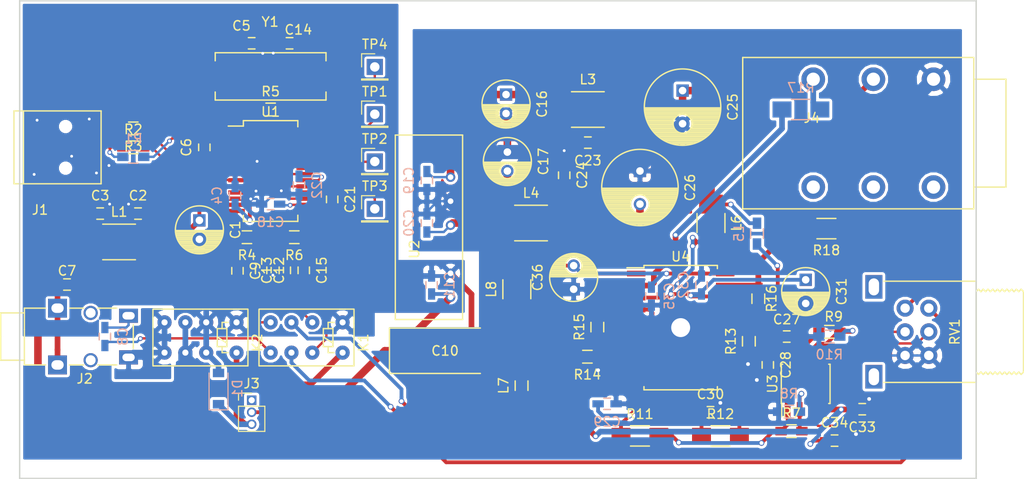
<source format=kicad_pcb>
(kicad_pcb (version 4) (host pcbnew 4.0.6)

  (general
    (links 163)
    (no_connects 0)
    (area 12.924999 12.924999 114.075001 63.575001)
    (thickness 1.6)
    (drawings 5)
    (tracks 661)
    (zones 0)
    (modules 78)
    (nets 64)
  )

  (page A4)
  (layers
    (0 F.Cu signal)
    (31 B.Cu signal)
    (32 B.Adhes user)
    (33 F.Adhes user)
    (34 B.Paste user)
    (35 F.Paste user)
    (36 B.SilkS user)
    (37 F.SilkS user)
    (38 B.Mask user)
    (39 F.Mask user)
    (40 Dwgs.User user)
    (41 Cmts.User user)
    (42 Eco1.User user)
    (43 Eco2.User user)
    (44 Edge.Cuts user)
    (45 Margin user)
    (46 B.CrtYd user)
    (47 F.CrtYd user)
    (48 B.Fab user hide)
    (49 F.Fab user hide)
  )

  (setup
    (last_trace_width 0.6)
    (user_trace_width 0.2)
    (user_trace_width 0.25)
    (user_trace_width 0.6)
    (user_trace_width 0.8)
    (user_trace_width 1.5)
    (trace_clearance 0.2)
    (zone_clearance 0.3)
    (zone_45_only no)
    (trace_min 0.2)
    (segment_width 0.2)
    (edge_width 0.15)
    (via_size 0.6)
    (via_drill 0.4)
    (via_min_size 0.4)
    (via_min_drill 0.3)
    (user_via 0.5 0.3)
    (user_via 1.3 1)
    (uvia_size 0.3)
    (uvia_drill 0.1)
    (uvias_allowed no)
    (uvia_min_size 0.2)
    (uvia_min_drill 0.1)
    (pcb_text_width 0.3)
    (pcb_text_size 1.5 1.5)
    (mod_edge_width 0.15)
    (mod_text_size 1 1)
    (mod_text_width 0.15)
    (pad_size 1.524 1.524)
    (pad_drill 0.762)
    (pad_to_mask_clearance 0.2)
    (aux_axis_origin 0 0)
    (visible_elements FFFFFFFF)
    (pcbplotparams
      (layerselection 0x00030_80000001)
      (usegerberextensions false)
      (excludeedgelayer true)
      (linewidth 0.100000)
      (plotframeref false)
      (viasonmask false)
      (mode 1)
      (useauxorigin false)
      (hpglpennumber 1)
      (hpglpenspeed 20)
      (hpglpendiameter 15)
      (hpglpenoverlay 2)
      (psnegative false)
      (psa4output false)
      (plotreference true)
      (plotvalue true)
      (plotinvisibletext false)
      (padsonsilk false)
      (subtractmaskfromsilk false)
      (outputformat 1)
      (mirror false)
      (drillshape 1)
      (scaleselection 1)
      (outputdirectory ""))
  )

  (net 0 "")
  (net 1 Earth)
  (net 2 "Net-(C1-Pad1)")
  (net 3 +5V)
  (net 4 "Net-(C4-Pad2)")
  (net 5 "Net-(C5-Pad1)")
  (net 6 +3V3)
  (net 7 "Net-(C7-Pad2)")
  (net 8 "Net-(C7-Pad1)")
  (net 9 "Net-(C8-Pad2)")
  (net 10 "Net-(C8-Pad1)")
  (net 11 /LUSB)
  (net 12 "Net-(C9-Pad1)")
  (net 13 "Net-(C12-Pad1)")
  (net 14 "Net-(C13-Pad2)")
  (net 15 "Net-(C14-Pad1)")
  (net 16 /RUSB)
  (net 17 "Net-(C15-Pad1)")
  (net 18 GNDPWR)
  (net 19 "Net-(C16-Pad1)")
  (net 20 "Net-(C17-Pad2)")
  (net 21 "Net-(C18-Pad2)")
  (net 22 "Net-(C21-Pad1)")
  (net 23 "Net-(C22-Pad2)")
  (net 24 +12V)
  (net 25 -12V)
  (net 26 "Net-(C27-Pad1)")
  (net 27 "Net-(C29-Pad1)")
  (net 28 "Net-(C30-Pad1)")
  (net 29 "Net-(C31-Pad1)")
  (net 30 "Net-(C33-Pad2)")
  (net 31 "Net-(C35-Pad2)")
  (net 32 "Net-(D1-Pad1)")
  (net 33 "Net-(J1-Pad4)")
  (net 34 /D+)
  (net 35 /D-)
  (net 36 GNDA)
  (net 37 "Net-(J3-Pad1)")
  (net 38 "Net-(J4-Pad4)")
  (net 39 "Net-(J4-Pad6)")
  (net 40 "Net-(J4-Pad5)")
  (net 41 "Net-(J4-Pad2)")
  (net 42 "Net-(J4-Pad3)")
  (net 43 "Net-(K1-Pad6)")
  (net 44 "Net-(K1-Pad3)")
  (net 45 "Net-(R2-Pad2)")
  (net 46 "Net-(R3-Pad1)")
  (net 47 "Net-(R7-Pad2)")
  (net 48 "Net-(R11-Pad2)")
  (net 49 "Net-(R10-Pad2)")
  (net 50 "Net-(R12-Pad2)")
  (net 51 "Net-(R13-Pad2)")
  (net 52 "Net-(R14-Pad1)")
  (net 53 "Net-(R15-Pad2)")
  (net 54 "Net-(R16-Pad1)")
  (net 55 "Net-(RV1-Pad12)")
  (net 56 "Net-(RV1-Pad22)")
  (net 57 "Net-(TP1-Pad1)")
  (net 58 "Net-(TP2-Pad1)")
  (net 59 "Net-(TP3-Pad1)")
  (net 60 "Net-(U1-Pad5)")
  (net 61 "Net-(U1-Pad3)")
  (net 62 "Net-(U1-Pad2)")
  (net 63 "Net-(TP4-Pad1)")

  (net_class Default "This is the default net class."
    (clearance 0.2)
    (trace_width 0.4)
    (via_dia 0.6)
    (via_drill 0.4)
    (uvia_dia 0.3)
    (uvia_drill 0.1)
    (add_net +12V)
    (add_net +3V3)
    (add_net +5V)
    (add_net -12V)
    (add_net /D+)
    (add_net /D-)
    (add_net /LUSB)
    (add_net /RUSB)
    (add_net Earth)
    (add_net GNDA)
    (add_net GNDPWR)
    (add_net "Net-(C1-Pad1)")
    (add_net "Net-(C12-Pad1)")
    (add_net "Net-(C13-Pad2)")
    (add_net "Net-(C14-Pad1)")
    (add_net "Net-(C15-Pad1)")
    (add_net "Net-(C16-Pad1)")
    (add_net "Net-(C17-Pad2)")
    (add_net "Net-(C18-Pad2)")
    (add_net "Net-(C21-Pad1)")
    (add_net "Net-(C22-Pad2)")
    (add_net "Net-(C27-Pad1)")
    (add_net "Net-(C29-Pad1)")
    (add_net "Net-(C30-Pad1)")
    (add_net "Net-(C31-Pad1)")
    (add_net "Net-(C33-Pad2)")
    (add_net "Net-(C35-Pad2)")
    (add_net "Net-(C4-Pad2)")
    (add_net "Net-(C5-Pad1)")
    (add_net "Net-(C7-Pad1)")
    (add_net "Net-(C7-Pad2)")
    (add_net "Net-(C8-Pad1)")
    (add_net "Net-(C8-Pad2)")
    (add_net "Net-(C9-Pad1)")
    (add_net "Net-(D1-Pad1)")
    (add_net "Net-(J1-Pad4)")
    (add_net "Net-(J3-Pad1)")
    (add_net "Net-(J4-Pad2)")
    (add_net "Net-(J4-Pad3)")
    (add_net "Net-(J4-Pad4)")
    (add_net "Net-(J4-Pad5)")
    (add_net "Net-(J4-Pad6)")
    (add_net "Net-(K1-Pad3)")
    (add_net "Net-(K1-Pad6)")
    (add_net "Net-(R10-Pad2)")
    (add_net "Net-(R11-Pad2)")
    (add_net "Net-(R12-Pad2)")
    (add_net "Net-(R13-Pad2)")
    (add_net "Net-(R14-Pad1)")
    (add_net "Net-(R15-Pad2)")
    (add_net "Net-(R16-Pad1)")
    (add_net "Net-(R2-Pad2)")
    (add_net "Net-(R3-Pad1)")
    (add_net "Net-(R7-Pad2)")
    (add_net "Net-(RV1-Pad12)")
    (add_net "Net-(RV1-Pad22)")
    (add_net "Net-(TP1-Pad1)")
    (add_net "Net-(TP2-Pad1)")
    (add_net "Net-(TP3-Pad1)")
    (add_net "Net-(TP4-Pad1)")
    (add_net "Net-(U1-Pad2)")
    (add_net "Net-(U1-Pad3)")
    (add_net "Net-(U1-Pad5)")
  )

  (module Connectors:USB_Mini-B (layer F.Cu) (tedit 5543E571) (tstamp 5978A85A)
    (at 17 28.5)
    (descr "USB Mini-B 5-pin SMD connector")
    (tags "USB USB_B USB_Mini connector")
    (path /5976A1B4)
    (attr smd)
    (fp_text reference J1 (at -1.85 6.61) (layer F.SilkS)
      (effects (font (size 1 1) (thickness 0.15)))
    )
    (fp_text value USB_OTG (at 0 -7.0993) (layer F.Fab)
      (effects (font (size 1 1) (thickness 0.15)))
    )
    (fp_line (start 4.59994 -3.85064) (end -4.59994 -3.85064) (layer F.SilkS) (width 0.15))
    (fp_line (start 4.59994 3.85064) (end 4.59994 -3.85064) (layer F.SilkS) (width 0.15))
    (fp_line (start -4.59994 3.85064) (end 4.59994 3.85064) (layer F.SilkS) (width 0.15))
    (fp_line (start -4.59994 -3.85064) (end -4.59994 3.85064) (layer F.SilkS) (width 0.15))
    (fp_line (start -3.59918 -3.85064) (end -3.59918 3.85064) (layer F.SilkS) (width 0.15))
    (fp_line (start -4.85 5.7) (end -4.85 -5.7) (layer F.CrtYd) (width 0.05))
    (fp_line (start 4.85 5.7) (end -4.85 5.7) (layer F.CrtYd) (width 0.05))
    (fp_line (start 4.85 -5.7) (end 4.85 5.7) (layer F.CrtYd) (width 0.05))
    (fp_line (start -4.85 -5.7) (end 4.85 -5.7) (layer F.CrtYd) (width 0.05))
    (pad "" np_thru_hole circle (at 0.8509 2.19964) (size 0.89916 0.89916) (drill 0.89916) (layers *.Cu *.Mask))
    (pad "" np_thru_hole circle (at 0.8509 -2.19964) (size 0.89916 0.89916) (drill 0.89916) (layers *.Cu *.Mask))
    (pad 6 smd rect (at -2.14884 4.45008) (size 2.49936 1.99898) (layers F.Cu F.Paste F.Mask)
      (net 1 Earth))
    (pad 6 smd rect (at 3.35026 4.45008) (size 2.49936 1.99898) (layers F.Cu F.Paste F.Mask)
      (net 1 Earth))
    (pad 6 smd rect (at -2.14884 -4.45008) (size 2.49936 1.99898) (layers F.Cu F.Paste F.Mask)
      (net 1 Earth))
    (pad 6 smd rect (at 3.35026 -4.45008) (size 2.49936 1.99898) (layers F.Cu F.Paste F.Mask)
      (net 1 Earth))
    (pad 5 smd rect (at 3.44932 1.6002) (size 2.30124 0.50038) (layers F.Cu F.Paste F.Mask)
      (net 1 Earth))
    (pad 4 smd rect (at 3.44932 0.8001) (size 2.30124 0.50038) (layers F.Cu F.Paste F.Mask)
      (net 33 "Net-(J1-Pad4)"))
    (pad 3 smd rect (at 3.44932 0) (size 2.30124 0.50038) (layers F.Cu F.Paste F.Mask)
      (net 34 /D+))
    (pad 2 smd rect (at 3.44932 -0.8001) (size 2.30124 0.50038) (layers F.Cu F.Paste F.Mask)
      (net 35 /D-))
    (pad 1 smd rect (at 3.44932 -1.6002) (size 2.30124 0.50038) (layers F.Cu F.Paste F.Mask)
      (net 3 +5V))
  )

  (module Capacitors_THT:C_Radial_D5_L11_P2 (layer F.Cu) (tedit 0) (tstamp 5978A773)
    (at 31.98 36.22 270)
    (descr "Radial Electrolytic Capacitor 5mm x Length 11mm, Pitch 2mm")
    (tags "Electrolytic Capacitor")
    (path /5934B839)
    (fp_text reference C1 (at 1 -3.8 270) (layer F.SilkS)
      (effects (font (size 1 1) (thickness 0.15)))
    )
    (fp_text value 10u (at 1 3.8 270) (layer F.Fab)
      (effects (font (size 1 1) (thickness 0.15)))
    )
    (fp_circle (center 1 0) (end 1 -2.8) (layer F.CrtYd) (width 0.05))
    (fp_circle (center 1 0) (end 1 -2.5375) (layer F.SilkS) (width 0.15))
    (fp_circle (center 2 0) (end 2 -0.8) (layer F.SilkS) (width 0.15))
    (fp_line (start 3.455 -0.472) (end 3.455 0.472) (layer F.SilkS) (width 0.15))
    (fp_line (start 3.315 -0.944) (end 3.315 0.944) (layer F.SilkS) (width 0.15))
    (fp_line (start 3.175 -1.233) (end 3.175 1.233) (layer F.SilkS) (width 0.15))
    (fp_line (start 3.035 -1.452) (end 3.035 1.452) (layer F.SilkS) (width 0.15))
    (fp_line (start 2.895 -1.631) (end 2.895 1.631) (layer F.SilkS) (width 0.15))
    (fp_line (start 2.755 0.265) (end 2.755 1.78) (layer F.SilkS) (width 0.15))
    (fp_line (start 2.755 -1.78) (end 2.755 -0.265) (layer F.SilkS) (width 0.15))
    (fp_line (start 2.615 0.512) (end 2.615 1.908) (layer F.SilkS) (width 0.15))
    (fp_line (start 2.615 -1.908) (end 2.615 -0.512) (layer F.SilkS) (width 0.15))
    (fp_line (start 2.475 0.644) (end 2.475 2.019) (layer F.SilkS) (width 0.15))
    (fp_line (start 2.475 -2.019) (end 2.475 -0.644) (layer F.SilkS) (width 0.15))
    (fp_line (start 2.335 0.726) (end 2.335 2.114) (layer F.SilkS) (width 0.15))
    (fp_line (start 2.335 -2.114) (end 2.335 -0.726) (layer F.SilkS) (width 0.15))
    (fp_line (start 2.195 0.776) (end 2.195 2.196) (layer F.SilkS) (width 0.15))
    (fp_line (start 2.195 -2.196) (end 2.195 -0.776) (layer F.SilkS) (width 0.15))
    (fp_line (start 2.055 0.798) (end 2.055 2.266) (layer F.SilkS) (width 0.15))
    (fp_line (start 2.055 -2.266) (end 2.055 -0.798) (layer F.SilkS) (width 0.15))
    (fp_line (start 1.915 0.795) (end 1.915 2.327) (layer F.SilkS) (width 0.15))
    (fp_line (start 1.915 -2.327) (end 1.915 -0.795) (layer F.SilkS) (width 0.15))
    (fp_line (start 1.775 0.768) (end 1.775 2.377) (layer F.SilkS) (width 0.15))
    (fp_line (start 1.775 -2.377) (end 1.775 -0.768) (layer F.SilkS) (width 0.15))
    (fp_line (start 1.635 0.712) (end 1.635 2.418) (layer F.SilkS) (width 0.15))
    (fp_line (start 1.635 -2.418) (end 1.635 -0.712) (layer F.SilkS) (width 0.15))
    (fp_line (start 1.495 0.62) (end 1.495 2.451) (layer F.SilkS) (width 0.15))
    (fp_line (start 1.495 -2.451) (end 1.495 -0.62) (layer F.SilkS) (width 0.15))
    (fp_line (start 1.355 0.473) (end 1.355 2.475) (layer F.SilkS) (width 0.15))
    (fp_line (start 1.355 -2.475) (end 1.355 -0.473) (layer F.SilkS) (width 0.15))
    (fp_line (start 1.215 0.154) (end 1.215 2.491) (layer F.SilkS) (width 0.15))
    (fp_line (start 1.215 -2.491) (end 1.215 -0.154) (layer F.SilkS) (width 0.15))
    (fp_line (start 1.075 -2.499) (end 1.075 2.499) (layer F.SilkS) (width 0.15))
    (pad 2 thru_hole circle (at 2 0 270) (size 1.3 1.3) (drill 0.8) (layers *.Cu *.Mask)
      (net 1 Earth))
    (pad 1 thru_hole rect (at 0 0 270) (size 1.3 1.3) (drill 0.8) (layers *.Cu *.Mask)
      (net 2 "Net-(C1-Pad1)"))
    (model Capacitors_ThroughHole.3dshapes/C_Radial_D5_L11_P2.wrl
      (at (xyz 0 0 0))
      (scale (xyz 1 1 1))
      (rotate (xyz 0 0 0))
    )
  )

  (module Capacitors_SMD:C_0603_HandSoldering (layer F.Cu) (tedit 541A9B4D) (tstamp 5978A779)
    (at 25.5 35.5)
    (descr "Capacitor SMD 0603, hand soldering")
    (tags "capacitor 0603")
    (path /5934BF3E)
    (attr smd)
    (fp_text reference C2 (at 0 -1.9) (layer F.SilkS)
      (effects (font (size 1 1) (thickness 0.15)))
    )
    (fp_text value 100n (at 0 1.9) (layer F.Fab)
      (effects (font (size 1 1) (thickness 0.15)))
    )
    (fp_line (start 0.35 0.6) (end -0.35 0.6) (layer F.SilkS) (width 0.15))
    (fp_line (start -0.35 -0.6) (end 0.35 -0.6) (layer F.SilkS) (width 0.15))
    (fp_line (start 1.85 -0.75) (end 1.85 0.75) (layer F.CrtYd) (width 0.05))
    (fp_line (start -1.85 -0.75) (end -1.85 0.75) (layer F.CrtYd) (width 0.05))
    (fp_line (start -1.85 0.75) (end 1.85 0.75) (layer F.CrtYd) (width 0.05))
    (fp_line (start -1.85 -0.75) (end 1.85 -0.75) (layer F.CrtYd) (width 0.05))
    (fp_line (start -0.8 -0.4) (end 0.8 -0.4) (layer F.Fab) (width 0.15))
    (fp_line (start 0.8 -0.4) (end 0.8 0.4) (layer F.Fab) (width 0.15))
    (fp_line (start 0.8 0.4) (end -0.8 0.4) (layer F.Fab) (width 0.15))
    (fp_line (start -0.8 0.4) (end -0.8 -0.4) (layer F.Fab) (width 0.15))
    (pad 2 smd rect (at 0.95 0) (size 1.2 0.75) (layers F.Cu F.Paste F.Mask)
      (net 2 "Net-(C1-Pad1)"))
    (pad 1 smd rect (at -0.95 0) (size 1.2 0.75) (layers F.Cu F.Paste F.Mask)
      (net 1 Earth))
    (model Capacitors_SMD.3dshapes/C_0603_HandSoldering.wrl
      (at (xyz 0 0 0))
      (scale (xyz 1 1 1))
      (rotate (xyz 0 0 0))
    )
  )

  (module Capacitors_SMD:C_0603_HandSoldering (layer F.Cu) (tedit 541A9B4D) (tstamp 5978A77F)
    (at 21.5 35.5)
    (descr "Capacitor SMD 0603, hand soldering")
    (tags "capacitor 0603")
    (path /59305590)
    (attr smd)
    (fp_text reference C3 (at 0 -1.9) (layer F.SilkS)
      (effects (font (size 1 1) (thickness 0.15)))
    )
    (fp_text value 200n (at 0 1.9) (layer F.Fab)
      (effects (font (size 1 1) (thickness 0.15)))
    )
    (fp_line (start 0.35 0.6) (end -0.35 0.6) (layer F.SilkS) (width 0.15))
    (fp_line (start -0.35 -0.6) (end 0.35 -0.6) (layer F.SilkS) (width 0.15))
    (fp_line (start 1.85 -0.75) (end 1.85 0.75) (layer F.CrtYd) (width 0.05))
    (fp_line (start -1.85 -0.75) (end -1.85 0.75) (layer F.CrtYd) (width 0.05))
    (fp_line (start -1.85 0.75) (end 1.85 0.75) (layer F.CrtYd) (width 0.05))
    (fp_line (start -1.85 -0.75) (end 1.85 -0.75) (layer F.CrtYd) (width 0.05))
    (fp_line (start -0.8 -0.4) (end 0.8 -0.4) (layer F.Fab) (width 0.15))
    (fp_line (start 0.8 -0.4) (end 0.8 0.4) (layer F.Fab) (width 0.15))
    (fp_line (start 0.8 0.4) (end -0.8 0.4) (layer F.Fab) (width 0.15))
    (fp_line (start -0.8 0.4) (end -0.8 -0.4) (layer F.Fab) (width 0.15))
    (pad 2 smd rect (at 0.95 0) (size 1.2 0.75) (layers F.Cu F.Paste F.Mask)
      (net 1 Earth))
    (pad 1 smd rect (at -0.95 0) (size 1.2 0.75) (layers F.Cu F.Paste F.Mask)
      (net 3 +5V))
    (model Capacitors_SMD.3dshapes/C_0603_HandSoldering.wrl
      (at (xyz 0 0 0))
      (scale (xyz 1 1 1))
      (rotate (xyz 0 0 0))
    )
  )

  (module Capacitors_SMD:C_0603_HandSoldering (layer B.Cu) (tedit 541A9B4D) (tstamp 5978A785)
    (at 35.75 33.59 270)
    (descr "Capacitor SMD 0603, hand soldering")
    (tags "capacitor 0603")
    (path /5934A4BD)
    (attr smd)
    (fp_text reference C4 (at 0 1.9 270) (layer B.SilkS)
      (effects (font (size 1 1) (thickness 0.15)) (justify mirror))
    )
    (fp_text value 1u (at 0 -1.9 270) (layer B.Fab)
      (effects (font (size 1 1) (thickness 0.15)) (justify mirror))
    )
    (fp_line (start 0.35 -0.6) (end -0.35 -0.6) (layer B.SilkS) (width 0.15))
    (fp_line (start -0.35 0.6) (end 0.35 0.6) (layer B.SilkS) (width 0.15))
    (fp_line (start 1.85 0.75) (end 1.85 -0.75) (layer B.CrtYd) (width 0.05))
    (fp_line (start -1.85 0.75) (end -1.85 -0.75) (layer B.CrtYd) (width 0.05))
    (fp_line (start -1.85 -0.75) (end 1.85 -0.75) (layer B.CrtYd) (width 0.05))
    (fp_line (start -1.85 0.75) (end 1.85 0.75) (layer B.CrtYd) (width 0.05))
    (fp_line (start -0.8 0.4) (end 0.8 0.4) (layer B.Fab) (width 0.15))
    (fp_line (start 0.8 0.4) (end 0.8 -0.4) (layer B.Fab) (width 0.15))
    (fp_line (start 0.8 -0.4) (end -0.8 -0.4) (layer B.Fab) (width 0.15))
    (fp_line (start -0.8 -0.4) (end -0.8 0.4) (layer B.Fab) (width 0.15))
    (pad 2 smd rect (at 0.95 0 270) (size 1.2 0.75) (layers B.Cu B.Paste B.Mask)
      (net 4 "Net-(C4-Pad2)"))
    (pad 1 smd rect (at -0.95 0 270) (size 1.2 0.75) (layers B.Cu B.Paste B.Mask)
      (net 1 Earth))
    (model Capacitors_SMD.3dshapes/C_0603_HandSoldering.wrl
      (at (xyz 0 0 0))
      (scale (xyz 1 1 1))
      (rotate (xyz 0 0 0))
    )
  )

  (module Capacitors_SMD:C_0603_HandSoldering (layer F.Cu) (tedit 541A9B4D) (tstamp 5978A78B)
    (at 37.5 17.5)
    (descr "Capacitor SMD 0603, hand soldering")
    (tags "capacitor 0603")
    (path /59348C90)
    (attr smd)
    (fp_text reference C5 (at -1.08 -1.85) (layer F.SilkS)
      (effects (font (size 1 1) (thickness 0.15)))
    )
    (fp_text value 27p (at 0 1.9) (layer F.Fab)
      (effects (font (size 1 1) (thickness 0.15)))
    )
    (fp_line (start 0.35 0.6) (end -0.35 0.6) (layer F.SilkS) (width 0.15))
    (fp_line (start -0.35 -0.6) (end 0.35 -0.6) (layer F.SilkS) (width 0.15))
    (fp_line (start 1.85 -0.75) (end 1.85 0.75) (layer F.CrtYd) (width 0.05))
    (fp_line (start -1.85 -0.75) (end -1.85 0.75) (layer F.CrtYd) (width 0.05))
    (fp_line (start -1.85 0.75) (end 1.85 0.75) (layer F.CrtYd) (width 0.05))
    (fp_line (start -1.85 -0.75) (end 1.85 -0.75) (layer F.CrtYd) (width 0.05))
    (fp_line (start -0.8 -0.4) (end 0.8 -0.4) (layer F.Fab) (width 0.15))
    (fp_line (start 0.8 -0.4) (end 0.8 0.4) (layer F.Fab) (width 0.15))
    (fp_line (start 0.8 0.4) (end -0.8 0.4) (layer F.Fab) (width 0.15))
    (fp_line (start -0.8 0.4) (end -0.8 -0.4) (layer F.Fab) (width 0.15))
    (pad 2 smd rect (at 0.95 0) (size 1.2 0.75) (layers F.Cu F.Paste F.Mask)
      (net 1 Earth))
    (pad 1 smd rect (at -0.95 0) (size 1.2 0.75) (layers F.Cu F.Paste F.Mask)
      (net 5 "Net-(C5-Pad1)"))
    (model Capacitors_SMD.3dshapes/C_0603_HandSoldering.wrl
      (at (xyz 0 0 0))
      (scale (xyz 1 1 1))
      (rotate (xyz 0 0 0))
    )
  )

  (module Capacitors_SMD:C_0603_HandSoldering (layer F.Cu) (tedit 541A9B4D) (tstamp 5978A791)
    (at 32.5 28.5 90)
    (descr "Capacitor SMD 0603, hand soldering")
    (tags "capacitor 0603")
    (path /5934D473)
    (attr smd)
    (fp_text reference C6 (at 0 -1.9 90) (layer F.SilkS)
      (effects (font (size 1 1) (thickness 0.15)))
    )
    (fp_text value 200n (at 0 1.9 90) (layer F.Fab)
      (effects (font (size 1 1) (thickness 0.15)))
    )
    (fp_line (start 0.35 0.6) (end -0.35 0.6) (layer F.SilkS) (width 0.15))
    (fp_line (start -0.35 -0.6) (end 0.35 -0.6) (layer F.SilkS) (width 0.15))
    (fp_line (start 1.85 -0.75) (end 1.85 0.75) (layer F.CrtYd) (width 0.05))
    (fp_line (start -1.85 -0.75) (end -1.85 0.75) (layer F.CrtYd) (width 0.05))
    (fp_line (start -1.85 0.75) (end 1.85 0.75) (layer F.CrtYd) (width 0.05))
    (fp_line (start -1.85 -0.75) (end 1.85 -0.75) (layer F.CrtYd) (width 0.05))
    (fp_line (start -0.8 -0.4) (end 0.8 -0.4) (layer F.Fab) (width 0.15))
    (fp_line (start 0.8 -0.4) (end 0.8 0.4) (layer F.Fab) (width 0.15))
    (fp_line (start 0.8 0.4) (end -0.8 0.4) (layer F.Fab) (width 0.15))
    (fp_line (start -0.8 0.4) (end -0.8 -0.4) (layer F.Fab) (width 0.15))
    (pad 2 smd rect (at 0.95 0 90) (size 1.2 0.75) (layers F.Cu F.Paste F.Mask)
      (net 6 +3V3))
    (pad 1 smd rect (at -0.95 0 90) (size 1.2 0.75) (layers F.Cu F.Paste F.Mask)
      (net 1 Earth))
    (model Capacitors_SMD.3dshapes/C_0603_HandSoldering.wrl
      (at (xyz 0 0 0))
      (scale (xyz 1 1 1))
      (rotate (xyz 0 0 0))
    )
  )

  (module Capacitors_SMD:C_0603_HandSoldering (layer F.Cu) (tedit 541A9B4D) (tstamp 5978A797)
    (at 18 43 180)
    (descr "Capacitor SMD 0603, hand soldering")
    (tags "capacitor 0603")
    (path /5935AC3B)
    (attr smd)
    (fp_text reference C7 (at 0 1.45 180) (layer F.SilkS)
      (effects (font (size 1 1) (thickness 0.15)))
    )
    (fp_text value 1u (at 0 1.9 180) (layer F.Fab)
      (effects (font (size 1 1) (thickness 0.15)))
    )
    (fp_line (start 0.35 0.6) (end -0.35 0.6) (layer F.SilkS) (width 0.15))
    (fp_line (start -0.35 -0.6) (end 0.35 -0.6) (layer F.SilkS) (width 0.15))
    (fp_line (start 1.85 -0.75) (end 1.85 0.75) (layer F.CrtYd) (width 0.05))
    (fp_line (start -1.85 -0.75) (end -1.85 0.75) (layer F.CrtYd) (width 0.05))
    (fp_line (start -1.85 0.75) (end 1.85 0.75) (layer F.CrtYd) (width 0.05))
    (fp_line (start -1.85 -0.75) (end 1.85 -0.75) (layer F.CrtYd) (width 0.05))
    (fp_line (start -0.8 -0.4) (end 0.8 -0.4) (layer F.Fab) (width 0.15))
    (fp_line (start 0.8 -0.4) (end 0.8 0.4) (layer F.Fab) (width 0.15))
    (fp_line (start 0.8 0.4) (end -0.8 0.4) (layer F.Fab) (width 0.15))
    (fp_line (start -0.8 0.4) (end -0.8 -0.4) (layer F.Fab) (width 0.15))
    (pad 2 smd rect (at 0.95 0 180) (size 1.2 0.75) (layers F.Cu F.Paste F.Mask)
      (net 7 "Net-(C7-Pad2)"))
    (pad 1 smd rect (at -0.95 0 180) (size 1.2 0.75) (layers F.Cu F.Paste F.Mask)
      (net 8 "Net-(C7-Pad1)"))
    (model Capacitors_SMD.3dshapes/C_0603_HandSoldering.wrl
      (at (xyz 0 0 0))
      (scale (xyz 1 1 1))
      (rotate (xyz 0 0 0))
    )
  )

  (module Capacitors_SMD:C_0603_HandSoldering (layer B.Cu) (tedit 541A9B4D) (tstamp 5978A79D)
    (at 22 48.5 90)
    (descr "Capacitor SMD 0603, hand soldering")
    (tags "capacitor 0603")
    (path /5935A9B7)
    (attr smd)
    (fp_text reference C8 (at 0 1.9 90) (layer B.SilkS)
      (effects (font (size 1 1) (thickness 0.15)) (justify mirror))
    )
    (fp_text value 1u (at 0 -1.9 90) (layer B.Fab)
      (effects (font (size 1 1) (thickness 0.15)) (justify mirror))
    )
    (fp_line (start 0.35 -0.6) (end -0.35 -0.6) (layer B.SilkS) (width 0.15))
    (fp_line (start -0.35 0.6) (end 0.35 0.6) (layer B.SilkS) (width 0.15))
    (fp_line (start 1.85 0.75) (end 1.85 -0.75) (layer B.CrtYd) (width 0.05))
    (fp_line (start -1.85 0.75) (end -1.85 -0.75) (layer B.CrtYd) (width 0.05))
    (fp_line (start -1.85 -0.75) (end 1.85 -0.75) (layer B.CrtYd) (width 0.05))
    (fp_line (start -1.85 0.75) (end 1.85 0.75) (layer B.CrtYd) (width 0.05))
    (fp_line (start -0.8 0.4) (end 0.8 0.4) (layer B.Fab) (width 0.15))
    (fp_line (start 0.8 0.4) (end 0.8 -0.4) (layer B.Fab) (width 0.15))
    (fp_line (start 0.8 -0.4) (end -0.8 -0.4) (layer B.Fab) (width 0.15))
    (fp_line (start -0.8 -0.4) (end -0.8 0.4) (layer B.Fab) (width 0.15))
    (pad 2 smd rect (at 0.95 0 90) (size 1.2 0.75) (layers B.Cu B.Paste B.Mask)
      (net 9 "Net-(C8-Pad2)"))
    (pad 1 smd rect (at -0.95 0 90) (size 1.2 0.75) (layers B.Cu B.Paste B.Mask)
      (net 10 "Net-(C8-Pad1)"))
    (model Capacitors_SMD.3dshapes/C_0603_HandSoldering.wrl
      (at (xyz 0 0 0))
      (scale (xyz 1 1 1))
      (rotate (xyz 0 0 0))
    )
  )

  (module Capacitors_SMD:C_0603_HandSoldering (layer F.Cu) (tedit 541A9B4D) (tstamp 5978A7A3)
    (at 36 41.55 270)
    (descr "Capacitor SMD 0603, hand soldering")
    (tags "capacitor 0603")
    (path /593501B5)
    (attr smd)
    (fp_text reference C9 (at 0 -1.9 270) (layer F.SilkS)
      (effects (font (size 1 1) (thickness 0.15)))
    )
    (fp_text value 1u (at 0 1.9 270) (layer F.Fab)
      (effects (font (size 1 1) (thickness 0.15)))
    )
    (fp_line (start 0.35 0.6) (end -0.35 0.6) (layer F.SilkS) (width 0.15))
    (fp_line (start -0.35 -0.6) (end 0.35 -0.6) (layer F.SilkS) (width 0.15))
    (fp_line (start 1.85 -0.75) (end 1.85 0.75) (layer F.CrtYd) (width 0.05))
    (fp_line (start -1.85 -0.75) (end -1.85 0.75) (layer F.CrtYd) (width 0.05))
    (fp_line (start -1.85 0.75) (end 1.85 0.75) (layer F.CrtYd) (width 0.05))
    (fp_line (start -1.85 -0.75) (end 1.85 -0.75) (layer F.CrtYd) (width 0.05))
    (fp_line (start -0.8 -0.4) (end 0.8 -0.4) (layer F.Fab) (width 0.15))
    (fp_line (start 0.8 -0.4) (end 0.8 0.4) (layer F.Fab) (width 0.15))
    (fp_line (start 0.8 0.4) (end -0.8 0.4) (layer F.Fab) (width 0.15))
    (fp_line (start -0.8 0.4) (end -0.8 -0.4) (layer F.Fab) (width 0.15))
    (pad 2 smd rect (at 0.95 0 270) (size 1.2 0.75) (layers F.Cu F.Paste F.Mask)
      (net 11 /LUSB))
    (pad 1 smd rect (at -0.95 0 270) (size 1.2 0.75) (layers F.Cu F.Paste F.Mask)
      (net 12 "Net-(C9-Pad1)"))
    (model Capacitors_SMD.3dshapes/C_0603_HandSoldering.wrl
      (at (xyz 0 0 0))
      (scale (xyz 1 1 1))
      (rotate (xyz 0 0 0))
    )
  )

  (module Capacitors_Tantalum_SMD:Tantalum_Case-D_EIA-7343-31_Hand (layer F.Cu) (tedit 57B6E980) (tstamp 5978A7A9)
    (at 58 50)
    (descr "Tantalum capacitor, Case D, EIA 7343-31, 7.3x4.3x2.8mm, Hand soldering footprint")
    (tags "capacitor tantalum smd")
    (path /593055F7)
    (attr smd)
    (fp_text reference C10 (at -0.08 0.01) (layer F.SilkS)
      (effects (font (size 1 1) (thickness 0.15)))
    )
    (fp_text value 100u (at 0 3.9) (layer F.Fab)
      (effects (font (size 1 1) (thickness 0.15)))
    )
    (fp_line (start -5.95 -2.4) (end -5.95 2.4) (layer F.SilkS) (width 0.15))
    (fp_line (start -5.95 2.4) (end 3.65 2.4) (layer F.SilkS) (width 0.15))
    (fp_line (start -5.95 -2.4) (end 3.65 -2.4) (layer F.SilkS) (width 0.15))
    (fp_line (start -2.555 -2.15) (end -2.555 2.15) (layer F.Fab) (width 0.15))
    (fp_line (start -2.92 -2.15) (end -2.92 2.15) (layer F.Fab) (width 0.15))
    (fp_line (start 3.65 -2.15) (end -3.65 -2.15) (layer F.Fab) (width 0.15))
    (fp_line (start 3.65 2.15) (end 3.65 -2.15) (layer F.Fab) (width 0.15))
    (fp_line (start -3.65 2.15) (end 3.65 2.15) (layer F.Fab) (width 0.15))
    (fp_line (start -3.65 -2.15) (end -3.65 2.15) (layer F.Fab) (width 0.15))
    (fp_line (start 6.05 -2.5) (end -6.05 -2.5) (layer F.CrtYd) (width 0.05))
    (fp_line (start 6.05 2.5) (end 6.05 -2.5) (layer F.CrtYd) (width 0.05))
    (fp_line (start -6.05 2.5) (end 6.05 2.5) (layer F.CrtYd) (width 0.05))
    (fp_line (start -6.05 -2.5) (end -6.05 2.5) (layer F.CrtYd) (width 0.05))
    (pad 2 smd rect (at 3.775 0) (size 3.75 2.7) (layers F.Cu F.Paste F.Mask)
      (net 1 Earth))
    (pad 1 smd rect (at -3.775 0) (size 3.75 2.7) (layers F.Cu F.Paste F.Mask)
      (net 3 +5V))
    (model Capacitors_Tantalum_SMD.3dshapes/Tantalum_Case-D_EIA-7343-31.wrl
      (at (xyz 0 0 0))
      (scale (xyz 1 1 1))
      (rotate (xyz 0 0 0))
    )
  )

  (module Capacitors_SMD:C_0603_HandSoldering (layer B.Cu) (tedit 541A9B4D) (tstamp 5978A7AF)
    (at 56.5 43.05 90)
    (descr "Capacitor SMD 0603, hand soldering")
    (tags "capacitor 0603")
    (path /5930565F)
    (attr smd)
    (fp_text reference C11 (at 0 1.9 90) (layer B.SilkS)
      (effects (font (size 1 1) (thickness 0.15)) (justify mirror))
    )
    (fp_text value 100n (at 0 -1.9 90) (layer B.Fab)
      (effects (font (size 1 1) (thickness 0.15)) (justify mirror))
    )
    (fp_line (start 0.35 -0.6) (end -0.35 -0.6) (layer B.SilkS) (width 0.15))
    (fp_line (start -0.35 0.6) (end 0.35 0.6) (layer B.SilkS) (width 0.15))
    (fp_line (start 1.85 0.75) (end 1.85 -0.75) (layer B.CrtYd) (width 0.05))
    (fp_line (start -1.85 0.75) (end -1.85 -0.75) (layer B.CrtYd) (width 0.05))
    (fp_line (start -1.85 -0.75) (end 1.85 -0.75) (layer B.CrtYd) (width 0.05))
    (fp_line (start -1.85 0.75) (end 1.85 0.75) (layer B.CrtYd) (width 0.05))
    (fp_line (start -0.8 0.4) (end 0.8 0.4) (layer B.Fab) (width 0.15))
    (fp_line (start 0.8 0.4) (end 0.8 -0.4) (layer B.Fab) (width 0.15))
    (fp_line (start 0.8 -0.4) (end -0.8 -0.4) (layer B.Fab) (width 0.15))
    (fp_line (start -0.8 -0.4) (end -0.8 0.4) (layer B.Fab) (width 0.15))
    (pad 2 smd rect (at 0.95 0 90) (size 1.2 0.75) (layers B.Cu B.Paste B.Mask)
      (net 1 Earth))
    (pad 1 smd rect (at -0.95 0 90) (size 1.2 0.75) (layers B.Cu B.Paste B.Mask)
      (net 3 +5V))
    (model Capacitors_SMD.3dshapes/C_0603_HandSoldering.wrl
      (at (xyz 0 0 0))
      (scale (xyz 1 1 1))
      (rotate (xyz 0 0 0))
    )
  )

  (module Capacitors_SMD:C_0603_HandSoldering (layer F.Cu) (tedit 541A9B4D) (tstamp 5978A7B5)
    (at 38.5 41.5 270)
    (descr "Capacitor SMD 0603, hand soldering")
    (tags "capacitor 0603")
    (path /5934FA03)
    (attr smd)
    (fp_text reference C12 (at 0 -1.9 270) (layer F.SilkS)
      (effects (font (size 1 1) (thickness 0.15)))
    )
    (fp_text value 22n (at 0 1.9 270) (layer F.Fab)
      (effects (font (size 1 1) (thickness 0.15)))
    )
    (fp_line (start 0.35 0.6) (end -0.35 0.6) (layer F.SilkS) (width 0.15))
    (fp_line (start -0.35 -0.6) (end 0.35 -0.6) (layer F.SilkS) (width 0.15))
    (fp_line (start 1.85 -0.75) (end 1.85 0.75) (layer F.CrtYd) (width 0.05))
    (fp_line (start -1.85 -0.75) (end -1.85 0.75) (layer F.CrtYd) (width 0.05))
    (fp_line (start -1.85 0.75) (end 1.85 0.75) (layer F.CrtYd) (width 0.05))
    (fp_line (start -1.85 -0.75) (end 1.85 -0.75) (layer F.CrtYd) (width 0.05))
    (fp_line (start -0.8 -0.4) (end 0.8 -0.4) (layer F.Fab) (width 0.15))
    (fp_line (start 0.8 -0.4) (end 0.8 0.4) (layer F.Fab) (width 0.15))
    (fp_line (start 0.8 0.4) (end -0.8 0.4) (layer F.Fab) (width 0.15))
    (fp_line (start -0.8 0.4) (end -0.8 -0.4) (layer F.Fab) (width 0.15))
    (pad 2 smd rect (at 0.95 0 270) (size 1.2 0.75) (layers F.Cu F.Paste F.Mask)
      (net 1 Earth))
    (pad 1 smd rect (at -0.95 0 270) (size 1.2 0.75) (layers F.Cu F.Paste F.Mask)
      (net 13 "Net-(C12-Pad1)"))
    (model Capacitors_SMD.3dshapes/C_0603_HandSoldering.wrl
      (at (xyz 0 0 0))
      (scale (xyz 1 1 1))
      (rotate (xyz 0 0 0))
    )
  )

  (module Capacitors_SMD:C_0603_HandSoldering (layer F.Cu) (tedit 541A9B4D) (tstamp 5978A7BB)
    (at 41 41.5 90)
    (descr "Capacitor SMD 0603, hand soldering")
    (tags "capacitor 0603")
    (path /5934F029)
    (attr smd)
    (fp_text reference C13 (at 0 -1.9 90) (layer F.SilkS)
      (effects (font (size 1 1) (thickness 0.15)))
    )
    (fp_text value 22n (at 0 1.9 90) (layer F.Fab)
      (effects (font (size 1 1) (thickness 0.15)))
    )
    (fp_line (start 0.35 0.6) (end -0.35 0.6) (layer F.SilkS) (width 0.15))
    (fp_line (start -0.35 -0.6) (end 0.35 -0.6) (layer F.SilkS) (width 0.15))
    (fp_line (start 1.85 -0.75) (end 1.85 0.75) (layer F.CrtYd) (width 0.05))
    (fp_line (start -1.85 -0.75) (end -1.85 0.75) (layer F.CrtYd) (width 0.05))
    (fp_line (start -1.85 0.75) (end 1.85 0.75) (layer F.CrtYd) (width 0.05))
    (fp_line (start -1.85 -0.75) (end 1.85 -0.75) (layer F.CrtYd) (width 0.05))
    (fp_line (start -0.8 -0.4) (end 0.8 -0.4) (layer F.Fab) (width 0.15))
    (fp_line (start 0.8 -0.4) (end 0.8 0.4) (layer F.Fab) (width 0.15))
    (fp_line (start 0.8 0.4) (end -0.8 0.4) (layer F.Fab) (width 0.15))
    (fp_line (start -0.8 0.4) (end -0.8 -0.4) (layer F.Fab) (width 0.15))
    (pad 2 smd rect (at 0.95 0 90) (size 1.2 0.75) (layers F.Cu F.Paste F.Mask)
      (net 14 "Net-(C13-Pad2)"))
    (pad 1 smd rect (at -0.95 0 90) (size 1.2 0.75) (layers F.Cu F.Paste F.Mask)
      (net 1 Earth))
    (model Capacitors_SMD.3dshapes/C_0603_HandSoldering.wrl
      (at (xyz 0 0 0))
      (scale (xyz 1 1 1))
      (rotate (xyz 0 0 0))
    )
  )

  (module Capacitors_SMD:C_0603_HandSoldering (layer F.Cu) (tedit 541A9B4D) (tstamp 5978A7C1)
    (at 41.5 17.5 180)
    (descr "Capacitor SMD 0603, hand soldering")
    (tags "capacitor 0603")
    (path /59348F37)
    (attr smd)
    (fp_text reference C14 (at -0.93 1.43 180) (layer F.SilkS)
      (effects (font (size 1 1) (thickness 0.15)))
    )
    (fp_text value 27p (at 0 1.9 180) (layer F.Fab)
      (effects (font (size 1 1) (thickness 0.15)))
    )
    (fp_line (start 0.35 0.6) (end -0.35 0.6) (layer F.SilkS) (width 0.15))
    (fp_line (start -0.35 -0.6) (end 0.35 -0.6) (layer F.SilkS) (width 0.15))
    (fp_line (start 1.85 -0.75) (end 1.85 0.75) (layer F.CrtYd) (width 0.05))
    (fp_line (start -1.85 -0.75) (end -1.85 0.75) (layer F.CrtYd) (width 0.05))
    (fp_line (start -1.85 0.75) (end 1.85 0.75) (layer F.CrtYd) (width 0.05))
    (fp_line (start -1.85 -0.75) (end 1.85 -0.75) (layer F.CrtYd) (width 0.05))
    (fp_line (start -0.8 -0.4) (end 0.8 -0.4) (layer F.Fab) (width 0.15))
    (fp_line (start 0.8 -0.4) (end 0.8 0.4) (layer F.Fab) (width 0.15))
    (fp_line (start 0.8 0.4) (end -0.8 0.4) (layer F.Fab) (width 0.15))
    (fp_line (start -0.8 0.4) (end -0.8 -0.4) (layer F.Fab) (width 0.15))
    (pad 2 smd rect (at 0.95 0 180) (size 1.2 0.75) (layers F.Cu F.Paste F.Mask)
      (net 1 Earth))
    (pad 1 smd rect (at -0.95 0 180) (size 1.2 0.75) (layers F.Cu F.Paste F.Mask)
      (net 15 "Net-(C14-Pad1)"))
    (model Capacitors_SMD.3dshapes/C_0603_HandSoldering.wrl
      (at (xyz 0 0 0))
      (scale (xyz 1 1 1))
      (rotate (xyz 0 0 0))
    )
  )

  (module Capacitors_SMD:C_0603_HandSoldering (layer F.Cu) (tedit 541A9B4D) (tstamp 5978A7C7)
    (at 43 41.5 270)
    (descr "Capacitor SMD 0603, hand soldering")
    (tags "capacitor 0603")
    (path /5934F52B)
    (attr smd)
    (fp_text reference C15 (at 0 -1.9 270) (layer F.SilkS)
      (effects (font (size 1 1) (thickness 0.15)))
    )
    (fp_text value 1u (at 0 1.9 270) (layer F.Fab)
      (effects (font (size 1 1) (thickness 0.15)))
    )
    (fp_line (start 0.35 0.6) (end -0.35 0.6) (layer F.SilkS) (width 0.15))
    (fp_line (start -0.35 -0.6) (end 0.35 -0.6) (layer F.SilkS) (width 0.15))
    (fp_line (start 1.85 -0.75) (end 1.85 0.75) (layer F.CrtYd) (width 0.05))
    (fp_line (start -1.85 -0.75) (end -1.85 0.75) (layer F.CrtYd) (width 0.05))
    (fp_line (start -1.85 0.75) (end 1.85 0.75) (layer F.CrtYd) (width 0.05))
    (fp_line (start -1.85 -0.75) (end 1.85 -0.75) (layer F.CrtYd) (width 0.05))
    (fp_line (start -0.8 -0.4) (end 0.8 -0.4) (layer F.Fab) (width 0.15))
    (fp_line (start 0.8 -0.4) (end 0.8 0.4) (layer F.Fab) (width 0.15))
    (fp_line (start 0.8 0.4) (end -0.8 0.4) (layer F.Fab) (width 0.15))
    (fp_line (start -0.8 0.4) (end -0.8 -0.4) (layer F.Fab) (width 0.15))
    (pad 2 smd rect (at 0.95 0 270) (size 1.2 0.75) (layers F.Cu F.Paste F.Mask)
      (net 16 /RUSB))
    (pad 1 smd rect (at -0.95 0 270) (size 1.2 0.75) (layers F.Cu F.Paste F.Mask)
      (net 17 "Net-(C15-Pad1)"))
    (model Capacitors_SMD.3dshapes/C_0603_HandSoldering.wrl
      (at (xyz 0 0 0))
      (scale (xyz 1 1 1))
      (rotate (xyz 0 0 0))
    )
  )

  (module Capacitors_THT:C_Radial_D5_L11_P2 (layer F.Cu) (tedit 0) (tstamp 5978A7CD)
    (at 64.36 22.92 270)
    (descr "Radial Electrolytic Capacitor 5mm x Length 11mm, Pitch 2mm")
    (tags "Electrolytic Capacitor")
    (path /59305A96)
    (fp_text reference C16 (at 1 -3.8 270) (layer F.SilkS)
      (effects (font (size 1 1) (thickness 0.15)))
    )
    (fp_text value 10u (at 1 3.8 270) (layer F.Fab)
      (effects (font (size 1 1) (thickness 0.15)))
    )
    (fp_circle (center 1 0) (end 1 -2.8) (layer F.CrtYd) (width 0.05))
    (fp_circle (center 1 0) (end 1 -2.5375) (layer F.SilkS) (width 0.15))
    (fp_circle (center 2 0) (end 2 -0.8) (layer F.SilkS) (width 0.15))
    (fp_line (start 3.455 -0.472) (end 3.455 0.472) (layer F.SilkS) (width 0.15))
    (fp_line (start 3.315 -0.944) (end 3.315 0.944) (layer F.SilkS) (width 0.15))
    (fp_line (start 3.175 -1.233) (end 3.175 1.233) (layer F.SilkS) (width 0.15))
    (fp_line (start 3.035 -1.452) (end 3.035 1.452) (layer F.SilkS) (width 0.15))
    (fp_line (start 2.895 -1.631) (end 2.895 1.631) (layer F.SilkS) (width 0.15))
    (fp_line (start 2.755 0.265) (end 2.755 1.78) (layer F.SilkS) (width 0.15))
    (fp_line (start 2.755 -1.78) (end 2.755 -0.265) (layer F.SilkS) (width 0.15))
    (fp_line (start 2.615 0.512) (end 2.615 1.908) (layer F.SilkS) (width 0.15))
    (fp_line (start 2.615 -1.908) (end 2.615 -0.512) (layer F.SilkS) (width 0.15))
    (fp_line (start 2.475 0.644) (end 2.475 2.019) (layer F.SilkS) (width 0.15))
    (fp_line (start 2.475 -2.019) (end 2.475 -0.644) (layer F.SilkS) (width 0.15))
    (fp_line (start 2.335 0.726) (end 2.335 2.114) (layer F.SilkS) (width 0.15))
    (fp_line (start 2.335 -2.114) (end 2.335 -0.726) (layer F.SilkS) (width 0.15))
    (fp_line (start 2.195 0.776) (end 2.195 2.196) (layer F.SilkS) (width 0.15))
    (fp_line (start 2.195 -2.196) (end 2.195 -0.776) (layer F.SilkS) (width 0.15))
    (fp_line (start 2.055 0.798) (end 2.055 2.266) (layer F.SilkS) (width 0.15))
    (fp_line (start 2.055 -2.266) (end 2.055 -0.798) (layer F.SilkS) (width 0.15))
    (fp_line (start 1.915 0.795) (end 1.915 2.327) (layer F.SilkS) (width 0.15))
    (fp_line (start 1.915 -2.327) (end 1.915 -0.795) (layer F.SilkS) (width 0.15))
    (fp_line (start 1.775 0.768) (end 1.775 2.377) (layer F.SilkS) (width 0.15))
    (fp_line (start 1.775 -2.377) (end 1.775 -0.768) (layer F.SilkS) (width 0.15))
    (fp_line (start 1.635 0.712) (end 1.635 2.418) (layer F.SilkS) (width 0.15))
    (fp_line (start 1.635 -2.418) (end 1.635 -0.712) (layer F.SilkS) (width 0.15))
    (fp_line (start 1.495 0.62) (end 1.495 2.451) (layer F.SilkS) (width 0.15))
    (fp_line (start 1.495 -2.451) (end 1.495 -0.62) (layer F.SilkS) (width 0.15))
    (fp_line (start 1.355 0.473) (end 1.355 2.475) (layer F.SilkS) (width 0.15))
    (fp_line (start 1.355 -2.475) (end 1.355 -0.473) (layer F.SilkS) (width 0.15))
    (fp_line (start 1.215 0.154) (end 1.215 2.491) (layer F.SilkS) (width 0.15))
    (fp_line (start 1.215 -2.491) (end 1.215 -0.154) (layer F.SilkS) (width 0.15))
    (fp_line (start 1.075 -2.499) (end 1.075 2.499) (layer F.SilkS) (width 0.15))
    (pad 2 thru_hole circle (at 2 0 270) (size 1.3 1.3) (drill 0.8) (layers *.Cu *.Mask)
      (net 18 GNDPWR))
    (pad 1 thru_hole rect (at 0 0 270) (size 1.3 1.3) (drill 0.8) (layers *.Cu *.Mask)
      (net 19 "Net-(C16-Pad1)"))
    (model Capacitors_ThroughHole.3dshapes/C_Radial_D5_L11_P2.wrl
      (at (xyz 0 0 0))
      (scale (xyz 1 1 1))
      (rotate (xyz 0 0 0))
    )
  )

  (module Capacitors_THT:C_Radial_D5_L11_P2 (layer F.Cu) (tedit 0) (tstamp 5978A7D3)
    (at 64.5 29 270)
    (descr "Radial Electrolytic Capacitor 5mm x Length 11mm, Pitch 2mm")
    (tags "Electrolytic Capacitor")
    (path /59305B29)
    (fp_text reference C17 (at 1 -3.8 270) (layer F.SilkS)
      (effects (font (size 1 1) (thickness 0.15)))
    )
    (fp_text value 10u (at 1 3.8 270) (layer F.Fab)
      (effects (font (size 1 1) (thickness 0.15)))
    )
    (fp_circle (center 1 0) (end 1 -2.8) (layer F.CrtYd) (width 0.05))
    (fp_circle (center 1 0) (end 1 -2.5375) (layer F.SilkS) (width 0.15))
    (fp_circle (center 2 0) (end 2 -0.8) (layer F.SilkS) (width 0.15))
    (fp_line (start 3.455 -0.472) (end 3.455 0.472) (layer F.SilkS) (width 0.15))
    (fp_line (start 3.315 -0.944) (end 3.315 0.944) (layer F.SilkS) (width 0.15))
    (fp_line (start 3.175 -1.233) (end 3.175 1.233) (layer F.SilkS) (width 0.15))
    (fp_line (start 3.035 -1.452) (end 3.035 1.452) (layer F.SilkS) (width 0.15))
    (fp_line (start 2.895 -1.631) (end 2.895 1.631) (layer F.SilkS) (width 0.15))
    (fp_line (start 2.755 0.265) (end 2.755 1.78) (layer F.SilkS) (width 0.15))
    (fp_line (start 2.755 -1.78) (end 2.755 -0.265) (layer F.SilkS) (width 0.15))
    (fp_line (start 2.615 0.512) (end 2.615 1.908) (layer F.SilkS) (width 0.15))
    (fp_line (start 2.615 -1.908) (end 2.615 -0.512) (layer F.SilkS) (width 0.15))
    (fp_line (start 2.475 0.644) (end 2.475 2.019) (layer F.SilkS) (width 0.15))
    (fp_line (start 2.475 -2.019) (end 2.475 -0.644) (layer F.SilkS) (width 0.15))
    (fp_line (start 2.335 0.726) (end 2.335 2.114) (layer F.SilkS) (width 0.15))
    (fp_line (start 2.335 -2.114) (end 2.335 -0.726) (layer F.SilkS) (width 0.15))
    (fp_line (start 2.195 0.776) (end 2.195 2.196) (layer F.SilkS) (width 0.15))
    (fp_line (start 2.195 -2.196) (end 2.195 -0.776) (layer F.SilkS) (width 0.15))
    (fp_line (start 2.055 0.798) (end 2.055 2.266) (layer F.SilkS) (width 0.15))
    (fp_line (start 2.055 -2.266) (end 2.055 -0.798) (layer F.SilkS) (width 0.15))
    (fp_line (start 1.915 0.795) (end 1.915 2.327) (layer F.SilkS) (width 0.15))
    (fp_line (start 1.915 -2.327) (end 1.915 -0.795) (layer F.SilkS) (width 0.15))
    (fp_line (start 1.775 0.768) (end 1.775 2.377) (layer F.SilkS) (width 0.15))
    (fp_line (start 1.775 -2.377) (end 1.775 -0.768) (layer F.SilkS) (width 0.15))
    (fp_line (start 1.635 0.712) (end 1.635 2.418) (layer F.SilkS) (width 0.15))
    (fp_line (start 1.635 -2.418) (end 1.635 -0.712) (layer F.SilkS) (width 0.15))
    (fp_line (start 1.495 0.62) (end 1.495 2.451) (layer F.SilkS) (width 0.15))
    (fp_line (start 1.495 -2.451) (end 1.495 -0.62) (layer F.SilkS) (width 0.15))
    (fp_line (start 1.355 0.473) (end 1.355 2.475) (layer F.SilkS) (width 0.15))
    (fp_line (start 1.355 -2.475) (end 1.355 -0.473) (layer F.SilkS) (width 0.15))
    (fp_line (start 1.215 0.154) (end 1.215 2.491) (layer F.SilkS) (width 0.15))
    (fp_line (start 1.215 -2.491) (end 1.215 -0.154) (layer F.SilkS) (width 0.15))
    (fp_line (start 1.075 -2.499) (end 1.075 2.499) (layer F.SilkS) (width 0.15))
    (pad 2 thru_hole circle (at 2 0 270) (size 1.3 1.3) (drill 0.8) (layers *.Cu *.Mask)
      (net 20 "Net-(C17-Pad2)"))
    (pad 1 thru_hole rect (at 0 0 270) (size 1.3 1.3) (drill 0.8) (layers *.Cu *.Mask)
      (net 18 GNDPWR))
    (model Capacitors_ThroughHole.3dshapes/C_Radial_D5_L11_P2.wrl
      (at (xyz 0 0 0))
      (scale (xyz 1 1 1))
      (rotate (xyz 0 0 0))
    )
  )

  (module Capacitors_SMD:C_0603_HandSoldering (layer B.Cu) (tedit 541A9B4D) (tstamp 5978A7D9)
    (at 39.5 34.5)
    (descr "Capacitor SMD 0603, hand soldering")
    (tags "capacitor 0603")
    (path /5934A59B)
    (attr smd)
    (fp_text reference C18 (at 0 1.9) (layer B.SilkS)
      (effects (font (size 1 1) (thickness 0.15)) (justify mirror))
    )
    (fp_text value 1u (at 0 -1.9) (layer B.Fab)
      (effects (font (size 1 1) (thickness 0.15)) (justify mirror))
    )
    (fp_line (start 0.35 -0.6) (end -0.35 -0.6) (layer B.SilkS) (width 0.15))
    (fp_line (start -0.35 0.6) (end 0.35 0.6) (layer B.SilkS) (width 0.15))
    (fp_line (start 1.85 0.75) (end 1.85 -0.75) (layer B.CrtYd) (width 0.05))
    (fp_line (start -1.85 0.75) (end -1.85 -0.75) (layer B.CrtYd) (width 0.05))
    (fp_line (start -1.85 -0.75) (end 1.85 -0.75) (layer B.CrtYd) (width 0.05))
    (fp_line (start -1.85 0.75) (end 1.85 0.75) (layer B.CrtYd) (width 0.05))
    (fp_line (start -0.8 0.4) (end 0.8 0.4) (layer B.Fab) (width 0.15))
    (fp_line (start 0.8 0.4) (end 0.8 -0.4) (layer B.Fab) (width 0.15))
    (fp_line (start 0.8 -0.4) (end -0.8 -0.4) (layer B.Fab) (width 0.15))
    (fp_line (start -0.8 -0.4) (end -0.8 0.4) (layer B.Fab) (width 0.15))
    (pad 2 smd rect (at 0.95 0) (size 1.2 0.75) (layers B.Cu B.Paste B.Mask)
      (net 21 "Net-(C18-Pad2)"))
    (pad 1 smd rect (at -0.95 0) (size 1.2 0.75) (layers B.Cu B.Paste B.Mask)
      (net 1 Earth))
    (model Capacitors_SMD.3dshapes/C_0603_HandSoldering.wrl
      (at (xyz 0 0 0))
      (scale (xyz 1 1 1))
      (rotate (xyz 0 0 0))
    )
  )

  (module Capacitors_SMD:C_0603_HandSoldering (layer B.Cu) (tedit 541A9B4D) (tstamp 5978A7DF)
    (at 56 32 270)
    (descr "Capacitor SMD 0603, hand soldering")
    (tags "capacitor 0603")
    (path /59305CF8)
    (attr smd)
    (fp_text reference C19 (at 0 1.9 270) (layer B.SilkS)
      (effects (font (size 1 1) (thickness 0.15)) (justify mirror))
    )
    (fp_text value 100n (at 0 -1.9 270) (layer B.Fab)
      (effects (font (size 1 1) (thickness 0.15)) (justify mirror))
    )
    (fp_line (start 0.35 -0.6) (end -0.35 -0.6) (layer B.SilkS) (width 0.15))
    (fp_line (start -0.35 0.6) (end 0.35 0.6) (layer B.SilkS) (width 0.15))
    (fp_line (start 1.85 0.75) (end 1.85 -0.75) (layer B.CrtYd) (width 0.05))
    (fp_line (start -1.85 0.75) (end -1.85 -0.75) (layer B.CrtYd) (width 0.05))
    (fp_line (start -1.85 -0.75) (end 1.85 -0.75) (layer B.CrtYd) (width 0.05))
    (fp_line (start -1.85 0.75) (end 1.85 0.75) (layer B.CrtYd) (width 0.05))
    (fp_line (start -0.8 0.4) (end 0.8 0.4) (layer B.Fab) (width 0.15))
    (fp_line (start 0.8 0.4) (end 0.8 -0.4) (layer B.Fab) (width 0.15))
    (fp_line (start 0.8 -0.4) (end -0.8 -0.4) (layer B.Fab) (width 0.15))
    (fp_line (start -0.8 -0.4) (end -0.8 0.4) (layer B.Fab) (width 0.15))
    (pad 2 smd rect (at 0.95 0 270) (size 1.2 0.75) (layers B.Cu B.Paste B.Mask)
      (net 18 GNDPWR))
    (pad 1 smd rect (at -0.95 0 270) (size 1.2 0.75) (layers B.Cu B.Paste B.Mask)
      (net 19 "Net-(C16-Pad1)"))
    (model Capacitors_SMD.3dshapes/C_0603_HandSoldering.wrl
      (at (xyz 0 0 0))
      (scale (xyz 1 1 1))
      (rotate (xyz 0 0 0))
    )
  )

  (module Capacitors_SMD:C_0603_HandSoldering (layer B.Cu) (tedit 541A9B4D) (tstamp 5978A7E5)
    (at 56 36.5 270)
    (descr "Capacitor SMD 0603, hand soldering")
    (tags "capacitor 0603")
    (path /59305D6F)
    (attr smd)
    (fp_text reference C20 (at 0 1.9 270) (layer B.SilkS)
      (effects (font (size 1 1) (thickness 0.15)) (justify mirror))
    )
    (fp_text value 100n (at 0 -1.9 270) (layer B.Fab)
      (effects (font (size 1 1) (thickness 0.15)) (justify mirror))
    )
    (fp_line (start 0.35 -0.6) (end -0.35 -0.6) (layer B.SilkS) (width 0.15))
    (fp_line (start -0.35 0.6) (end 0.35 0.6) (layer B.SilkS) (width 0.15))
    (fp_line (start 1.85 0.75) (end 1.85 -0.75) (layer B.CrtYd) (width 0.05))
    (fp_line (start -1.85 0.75) (end -1.85 -0.75) (layer B.CrtYd) (width 0.05))
    (fp_line (start -1.85 -0.75) (end 1.85 -0.75) (layer B.CrtYd) (width 0.05))
    (fp_line (start -1.85 0.75) (end 1.85 0.75) (layer B.CrtYd) (width 0.05))
    (fp_line (start -0.8 0.4) (end 0.8 0.4) (layer B.Fab) (width 0.15))
    (fp_line (start 0.8 0.4) (end 0.8 -0.4) (layer B.Fab) (width 0.15))
    (fp_line (start 0.8 -0.4) (end -0.8 -0.4) (layer B.Fab) (width 0.15))
    (fp_line (start -0.8 -0.4) (end -0.8 0.4) (layer B.Fab) (width 0.15))
    (pad 2 smd rect (at 0.95 0 270) (size 1.2 0.75) (layers B.Cu B.Paste B.Mask)
      (net 20 "Net-(C17-Pad2)"))
    (pad 1 smd rect (at -0.95 0 270) (size 1.2 0.75) (layers B.Cu B.Paste B.Mask)
      (net 18 GNDPWR))
    (model Capacitors_SMD.3dshapes/C_0603_HandSoldering.wrl
      (at (xyz 0 0 0))
      (scale (xyz 1 1 1))
      (rotate (xyz 0 0 0))
    )
  )

  (module Capacitors_SMD:C_0603_HandSoldering (layer F.Cu) (tedit 541A9B4D) (tstamp 5978A7EB)
    (at 46 34 270)
    (descr "Capacitor SMD 0603, hand soldering")
    (tags "capacitor 0603")
    (path /5934A14D)
    (attr smd)
    (fp_text reference C21 (at 0 -1.9 270) (layer F.SilkS)
      (effects (font (size 1 1) (thickness 0.15)))
    )
    (fp_text value 1u (at 0 1.9 270) (layer F.Fab)
      (effects (font (size 1 1) (thickness 0.15)))
    )
    (fp_line (start 0.35 0.6) (end -0.35 0.6) (layer F.SilkS) (width 0.15))
    (fp_line (start -0.35 -0.6) (end 0.35 -0.6) (layer F.SilkS) (width 0.15))
    (fp_line (start 1.85 -0.75) (end 1.85 0.75) (layer F.CrtYd) (width 0.05))
    (fp_line (start -1.85 -0.75) (end -1.85 0.75) (layer F.CrtYd) (width 0.05))
    (fp_line (start -1.85 0.75) (end 1.85 0.75) (layer F.CrtYd) (width 0.05))
    (fp_line (start -1.85 -0.75) (end 1.85 -0.75) (layer F.CrtYd) (width 0.05))
    (fp_line (start -0.8 -0.4) (end 0.8 -0.4) (layer F.Fab) (width 0.15))
    (fp_line (start 0.8 -0.4) (end 0.8 0.4) (layer F.Fab) (width 0.15))
    (fp_line (start 0.8 0.4) (end -0.8 0.4) (layer F.Fab) (width 0.15))
    (fp_line (start -0.8 0.4) (end -0.8 -0.4) (layer F.Fab) (width 0.15))
    (pad 2 smd rect (at 0.95 0 270) (size 1.2 0.75) (layers F.Cu F.Paste F.Mask)
      (net 1 Earth))
    (pad 1 smd rect (at -0.95 0 270) (size 1.2 0.75) (layers F.Cu F.Paste F.Mask)
      (net 22 "Net-(C21-Pad1)"))
    (model Capacitors_SMD.3dshapes/C_0603_HandSoldering.wrl
      (at (xyz 0 0 0))
      (scale (xyz 1 1 1))
      (rotate (xyz 0 0 0))
    )
  )

  (module Capacitors_SMD:C_0603_HandSoldering (layer B.Cu) (tedit 541A9B4D) (tstamp 5978A7F1)
    (at 42.5 32.5 90)
    (descr "Capacitor SMD 0603, hand soldering")
    (tags "capacitor 0603")
    (path /59349E35)
    (attr smd)
    (fp_text reference C22 (at 0 1.9 90) (layer B.SilkS)
      (effects (font (size 1 1) (thickness 0.15)) (justify mirror))
    )
    (fp_text value 1u (at 0 -1.9 90) (layer B.Fab)
      (effects (font (size 1 1) (thickness 0.15)) (justify mirror))
    )
    (fp_line (start 0.35 -0.6) (end -0.35 -0.6) (layer B.SilkS) (width 0.15))
    (fp_line (start -0.35 0.6) (end 0.35 0.6) (layer B.SilkS) (width 0.15))
    (fp_line (start 1.85 0.75) (end 1.85 -0.75) (layer B.CrtYd) (width 0.05))
    (fp_line (start -1.85 0.75) (end -1.85 -0.75) (layer B.CrtYd) (width 0.05))
    (fp_line (start -1.85 -0.75) (end 1.85 -0.75) (layer B.CrtYd) (width 0.05))
    (fp_line (start -1.85 0.75) (end 1.85 0.75) (layer B.CrtYd) (width 0.05))
    (fp_line (start -0.8 0.4) (end 0.8 0.4) (layer B.Fab) (width 0.15))
    (fp_line (start 0.8 0.4) (end 0.8 -0.4) (layer B.Fab) (width 0.15))
    (fp_line (start 0.8 -0.4) (end -0.8 -0.4) (layer B.Fab) (width 0.15))
    (fp_line (start -0.8 -0.4) (end -0.8 0.4) (layer B.Fab) (width 0.15))
    (pad 2 smd rect (at 0.95 0 90) (size 1.2 0.75) (layers B.Cu B.Paste B.Mask)
      (net 23 "Net-(C22-Pad2)"))
    (pad 1 smd rect (at -0.95 0 90) (size 1.2 0.75) (layers B.Cu B.Paste B.Mask)
      (net 1 Earth))
    (model Capacitors_SMD.3dshapes/C_0603_HandSoldering.wrl
      (at (xyz 0 0 0))
      (scale (xyz 1 1 1))
      (rotate (xyz 0 0 0))
    )
  )

  (module Capacitors_SMD:C_0603_HandSoldering (layer F.Cu) (tedit 541A9B4D) (tstamp 5978A7F7)
    (at 73 28 180)
    (descr "Capacitor SMD 0603, hand soldering")
    (tags "capacitor 0603")
    (path /59306354)
    (attr smd)
    (fp_text reference C23 (at 0 -1.9 180) (layer F.SilkS)
      (effects (font (size 1 1) (thickness 0.15)))
    )
    (fp_text value 100n (at 0 1.9 180) (layer F.Fab)
      (effects (font (size 1 1) (thickness 0.15)))
    )
    (fp_line (start 0.35 0.6) (end -0.35 0.6) (layer F.SilkS) (width 0.15))
    (fp_line (start -0.35 -0.6) (end 0.35 -0.6) (layer F.SilkS) (width 0.15))
    (fp_line (start 1.85 -0.75) (end 1.85 0.75) (layer F.CrtYd) (width 0.05))
    (fp_line (start -1.85 -0.75) (end -1.85 0.75) (layer F.CrtYd) (width 0.05))
    (fp_line (start -1.85 0.75) (end 1.85 0.75) (layer F.CrtYd) (width 0.05))
    (fp_line (start -1.85 -0.75) (end 1.85 -0.75) (layer F.CrtYd) (width 0.05))
    (fp_line (start -0.8 -0.4) (end 0.8 -0.4) (layer F.Fab) (width 0.15))
    (fp_line (start 0.8 -0.4) (end 0.8 0.4) (layer F.Fab) (width 0.15))
    (fp_line (start 0.8 0.4) (end -0.8 0.4) (layer F.Fab) (width 0.15))
    (fp_line (start -0.8 0.4) (end -0.8 -0.4) (layer F.Fab) (width 0.15))
    (pad 2 smd rect (at 0.95 0 180) (size 1.2 0.75) (layers F.Cu F.Paste F.Mask)
      (net 18 GNDPWR))
    (pad 1 smd rect (at -0.95 0 180) (size 1.2 0.75) (layers F.Cu F.Paste F.Mask)
      (net 24 +12V))
    (model Capacitors_SMD.3dshapes/C_0603_HandSoldering.wrl
      (at (xyz 0 0 0))
      (scale (xyz 1 1 1))
      (rotate (xyz 0 0 0))
    )
  )

  (module Capacitors_SMD:C_0603_HandSoldering (layer F.Cu) (tedit 541A9B4D) (tstamp 5978A7FD)
    (at 70.5 31.45 270)
    (descr "Capacitor SMD 0603, hand soldering")
    (tags "capacitor 0603")
    (path /59306303)
    (attr smd)
    (fp_text reference C24 (at 0 -1.9 270) (layer F.SilkS)
      (effects (font (size 1 1) (thickness 0.15)))
    )
    (fp_text value 100n (at 0 1.9 270) (layer F.Fab)
      (effects (font (size 1 1) (thickness 0.15)))
    )
    (fp_line (start 0.35 0.6) (end -0.35 0.6) (layer F.SilkS) (width 0.15))
    (fp_line (start -0.35 -0.6) (end 0.35 -0.6) (layer F.SilkS) (width 0.15))
    (fp_line (start 1.85 -0.75) (end 1.85 0.75) (layer F.CrtYd) (width 0.05))
    (fp_line (start -1.85 -0.75) (end -1.85 0.75) (layer F.CrtYd) (width 0.05))
    (fp_line (start -1.85 0.75) (end 1.85 0.75) (layer F.CrtYd) (width 0.05))
    (fp_line (start -1.85 -0.75) (end 1.85 -0.75) (layer F.CrtYd) (width 0.05))
    (fp_line (start -0.8 -0.4) (end 0.8 -0.4) (layer F.Fab) (width 0.15))
    (fp_line (start 0.8 -0.4) (end 0.8 0.4) (layer F.Fab) (width 0.15))
    (fp_line (start 0.8 0.4) (end -0.8 0.4) (layer F.Fab) (width 0.15))
    (fp_line (start -0.8 0.4) (end -0.8 -0.4) (layer F.Fab) (width 0.15))
    (pad 2 smd rect (at 0.95 0 270) (size 1.2 0.75) (layers F.Cu F.Paste F.Mask)
      (net 25 -12V))
    (pad 1 smd rect (at -0.95 0 270) (size 1.2 0.75) (layers F.Cu F.Paste F.Mask)
      (net 18 GNDPWR))
    (model Capacitors_SMD.3dshapes/C_0603_HandSoldering.wrl
      (at (xyz 0 0 0))
      (scale (xyz 1 1 1))
      (rotate (xyz 0 0 0))
    )
  )

  (module Capacitors_THT:C_Radial_D8_L11.5_P3.5 (layer F.Cu) (tedit 0) (tstamp 5978A803)
    (at 83 22.5 270)
    (descr "Radial Electrolytic Capacitor Diameter 8mm x Length 11.5mm, Pitch 3.5mm")
    (tags "Electrolytic Capacitor")
    (path /593064DB)
    (fp_text reference C25 (at 1.75 -5.3 270) (layer F.SilkS)
      (effects (font (size 1 1) (thickness 0.15)))
    )
    (fp_text value 100u (at 1.75 5.3 270) (layer F.Fab)
      (effects (font (size 1 1) (thickness 0.15)))
    )
    (fp_circle (center 1.75 0) (end 1.75 -4.3) (layer F.CrtYd) (width 0.05))
    (fp_circle (center 1.75 0) (end 1.75 -4.0375) (layer F.SilkS) (width 0.15))
    (fp_circle (center 3.5 0) (end 3.5 -1) (layer F.SilkS) (width 0.15))
    (fp_line (start 5.745 -0.2) (end 5.745 0.2) (layer F.SilkS) (width 0.15))
    (fp_line (start 5.605 -1.067) (end 5.605 1.067) (layer F.SilkS) (width 0.15))
    (fp_line (start 5.465 -1.483) (end 5.465 1.483) (layer F.SilkS) (width 0.15))
    (fp_line (start 5.325 -1.794) (end 5.325 1.794) (layer F.SilkS) (width 0.15))
    (fp_line (start 5.185 -2.05) (end 5.185 2.05) (layer F.SilkS) (width 0.15))
    (fp_line (start 5.045 -2.268) (end 5.045 2.268) (layer F.SilkS) (width 0.15))
    (fp_line (start 4.905 -2.459) (end 4.905 2.459) (layer F.SilkS) (width 0.15))
    (fp_line (start 4.765 -2.629) (end 4.765 2.629) (layer F.SilkS) (width 0.15))
    (fp_line (start 4.625 -2.781) (end 4.625 2.781) (layer F.SilkS) (width 0.15))
    (fp_line (start 4.485 0.173) (end 4.485 2.919) (layer F.SilkS) (width 0.15))
    (fp_line (start 4.485 -2.919) (end 4.485 -0.173) (layer F.SilkS) (width 0.15))
    (fp_line (start 4.345 0.535) (end 4.345 3.044) (layer F.SilkS) (width 0.15))
    (fp_line (start 4.345 -3.044) (end 4.345 -0.535) (layer F.SilkS) (width 0.15))
    (fp_line (start 4.205 0.709) (end 4.205 3.158) (layer F.SilkS) (width 0.15))
    (fp_line (start 4.205 -3.158) (end 4.205 -0.709) (layer F.SilkS) (width 0.15))
    (fp_line (start 4.065 0.825) (end 4.065 3.262) (layer F.SilkS) (width 0.15))
    (fp_line (start 4.065 -3.262) (end 4.065 -0.825) (layer F.SilkS) (width 0.15))
    (fp_line (start 3.925 0.905) (end 3.925 3.357) (layer F.SilkS) (width 0.15))
    (fp_line (start 3.925 -3.357) (end 3.925 -0.905) (layer F.SilkS) (width 0.15))
    (fp_line (start 3.785 0.959) (end 3.785 3.444) (layer F.SilkS) (width 0.15))
    (fp_line (start 3.785 -3.444) (end 3.785 -0.959) (layer F.SilkS) (width 0.15))
    (fp_line (start 3.645 0.989) (end 3.645 3.523) (layer F.SilkS) (width 0.15))
    (fp_line (start 3.645 -3.523) (end 3.645 -0.989) (layer F.SilkS) (width 0.15))
    (fp_line (start 3.505 1) (end 3.505 3.594) (layer F.SilkS) (width 0.15))
    (fp_line (start 3.505 -3.594) (end 3.505 -1) (layer F.SilkS) (width 0.15))
    (fp_line (start 3.365 0.991) (end 3.365 3.659) (layer F.SilkS) (width 0.15))
    (fp_line (start 3.365 -3.659) (end 3.365 -0.991) (layer F.SilkS) (width 0.15))
    (fp_line (start 3.225 0.961) (end 3.225 3.718) (layer F.SilkS) (width 0.15))
    (fp_line (start 3.225 -3.718) (end 3.225 -0.961) (layer F.SilkS) (width 0.15))
    (fp_line (start 3.085 0.91) (end 3.085 3.771) (layer F.SilkS) (width 0.15))
    (fp_line (start 3.085 -3.771) (end 3.085 -0.91) (layer F.SilkS) (width 0.15))
    (fp_line (start 2.945 0.832) (end 2.945 3.817) (layer F.SilkS) (width 0.15))
    (fp_line (start 2.945 -3.817) (end 2.945 -0.832) (layer F.SilkS) (width 0.15))
    (fp_line (start 2.805 0.719) (end 2.805 3.858) (layer F.SilkS) (width 0.15))
    (fp_line (start 2.805 -3.858) (end 2.805 -0.719) (layer F.SilkS) (width 0.15))
    (fp_line (start 2.665 0.55) (end 2.665 3.894) (layer F.SilkS) (width 0.15))
    (fp_line (start 2.665 -3.894) (end 2.665 -0.55) (layer F.SilkS) (width 0.15))
    (fp_line (start 2.525 0.222) (end 2.525 3.924) (layer F.SilkS) (width 0.15))
    (fp_line (start 2.525 -3.924) (end 2.525 -0.222) (layer F.SilkS) (width 0.15))
    (fp_line (start 2.385 -3.949) (end 2.385 3.949) (layer F.SilkS) (width 0.15))
    (fp_line (start 2.245 -3.969) (end 2.245 3.969) (layer F.SilkS) (width 0.15))
    (fp_line (start 2.105 -3.984) (end 2.105 3.984) (layer F.SilkS) (width 0.15))
    (fp_line (start 1.965 -3.994) (end 1.965 3.994) (layer F.SilkS) (width 0.15))
    (fp_line (start 1.825 -3.999) (end 1.825 3.999) (layer F.SilkS) (width 0.15))
    (pad 1 thru_hole rect (at 0 0 270) (size 1.3 1.3) (drill 0.8) (layers *.Cu *.Mask)
      (net 24 +12V))
    (pad 2 thru_hole circle (at 3.5 0 270) (size 1.3 1.3) (drill 0.8) (layers *.Cu *.Mask)
      (net 18 GNDPWR))
    (model Capacitors_ThroughHole.3dshapes/C_Radial_D8_L11.5_P3.5.wrl
      (at (xyz 0 0 0))
      (scale (xyz 1 1 1))
      (rotate (xyz 0 0 0))
    )
  )

  (module Capacitors_THT:C_Radial_D8_L11.5_P3.5 (layer F.Cu) (tedit 0) (tstamp 5978A809)
    (at 78.5 31 270)
    (descr "Radial Electrolytic Capacitor Diameter 8mm x Length 11.5mm, Pitch 3.5mm")
    (tags "Electrolytic Capacitor")
    (path /59306550)
    (fp_text reference C26 (at 1.75 -5.3 270) (layer F.SilkS)
      (effects (font (size 1 1) (thickness 0.15)))
    )
    (fp_text value 100u (at 1.75 5.3 270) (layer F.Fab)
      (effects (font (size 1 1) (thickness 0.15)))
    )
    (fp_circle (center 1.75 0) (end 1.75 -4.3) (layer F.CrtYd) (width 0.05))
    (fp_circle (center 1.75 0) (end 1.75 -4.0375) (layer F.SilkS) (width 0.15))
    (fp_circle (center 3.5 0) (end 3.5 -1) (layer F.SilkS) (width 0.15))
    (fp_line (start 5.745 -0.2) (end 5.745 0.2) (layer F.SilkS) (width 0.15))
    (fp_line (start 5.605 -1.067) (end 5.605 1.067) (layer F.SilkS) (width 0.15))
    (fp_line (start 5.465 -1.483) (end 5.465 1.483) (layer F.SilkS) (width 0.15))
    (fp_line (start 5.325 -1.794) (end 5.325 1.794) (layer F.SilkS) (width 0.15))
    (fp_line (start 5.185 -2.05) (end 5.185 2.05) (layer F.SilkS) (width 0.15))
    (fp_line (start 5.045 -2.268) (end 5.045 2.268) (layer F.SilkS) (width 0.15))
    (fp_line (start 4.905 -2.459) (end 4.905 2.459) (layer F.SilkS) (width 0.15))
    (fp_line (start 4.765 -2.629) (end 4.765 2.629) (layer F.SilkS) (width 0.15))
    (fp_line (start 4.625 -2.781) (end 4.625 2.781) (layer F.SilkS) (width 0.15))
    (fp_line (start 4.485 0.173) (end 4.485 2.919) (layer F.SilkS) (width 0.15))
    (fp_line (start 4.485 -2.919) (end 4.485 -0.173) (layer F.SilkS) (width 0.15))
    (fp_line (start 4.345 0.535) (end 4.345 3.044) (layer F.SilkS) (width 0.15))
    (fp_line (start 4.345 -3.044) (end 4.345 -0.535) (layer F.SilkS) (width 0.15))
    (fp_line (start 4.205 0.709) (end 4.205 3.158) (layer F.SilkS) (width 0.15))
    (fp_line (start 4.205 -3.158) (end 4.205 -0.709) (layer F.SilkS) (width 0.15))
    (fp_line (start 4.065 0.825) (end 4.065 3.262) (layer F.SilkS) (width 0.15))
    (fp_line (start 4.065 -3.262) (end 4.065 -0.825) (layer F.SilkS) (width 0.15))
    (fp_line (start 3.925 0.905) (end 3.925 3.357) (layer F.SilkS) (width 0.15))
    (fp_line (start 3.925 -3.357) (end 3.925 -0.905) (layer F.SilkS) (width 0.15))
    (fp_line (start 3.785 0.959) (end 3.785 3.444) (layer F.SilkS) (width 0.15))
    (fp_line (start 3.785 -3.444) (end 3.785 -0.959) (layer F.SilkS) (width 0.15))
    (fp_line (start 3.645 0.989) (end 3.645 3.523) (layer F.SilkS) (width 0.15))
    (fp_line (start 3.645 -3.523) (end 3.645 -0.989) (layer F.SilkS) (width 0.15))
    (fp_line (start 3.505 1) (end 3.505 3.594) (layer F.SilkS) (width 0.15))
    (fp_line (start 3.505 -3.594) (end 3.505 -1) (layer F.SilkS) (width 0.15))
    (fp_line (start 3.365 0.991) (end 3.365 3.659) (layer F.SilkS) (width 0.15))
    (fp_line (start 3.365 -3.659) (end 3.365 -0.991) (layer F.SilkS) (width 0.15))
    (fp_line (start 3.225 0.961) (end 3.225 3.718) (layer F.SilkS) (width 0.15))
    (fp_line (start 3.225 -3.718) (end 3.225 -0.961) (layer F.SilkS) (width 0.15))
    (fp_line (start 3.085 0.91) (end 3.085 3.771) (layer F.SilkS) (width 0.15))
    (fp_line (start 3.085 -3.771) (end 3.085 -0.91) (layer F.SilkS) (width 0.15))
    (fp_line (start 2.945 0.832) (end 2.945 3.817) (layer F.SilkS) (width 0.15))
    (fp_line (start 2.945 -3.817) (end 2.945 -0.832) (layer F.SilkS) (width 0.15))
    (fp_line (start 2.805 0.719) (end 2.805 3.858) (layer F.SilkS) (width 0.15))
    (fp_line (start 2.805 -3.858) (end 2.805 -0.719) (layer F.SilkS) (width 0.15))
    (fp_line (start 2.665 0.55) (end 2.665 3.894) (layer F.SilkS) (width 0.15))
    (fp_line (start 2.665 -3.894) (end 2.665 -0.55) (layer F.SilkS) (width 0.15))
    (fp_line (start 2.525 0.222) (end 2.525 3.924) (layer F.SilkS) (width 0.15))
    (fp_line (start 2.525 -3.924) (end 2.525 -0.222) (layer F.SilkS) (width 0.15))
    (fp_line (start 2.385 -3.949) (end 2.385 3.949) (layer F.SilkS) (width 0.15))
    (fp_line (start 2.245 -3.969) (end 2.245 3.969) (layer F.SilkS) (width 0.15))
    (fp_line (start 2.105 -3.984) (end 2.105 3.984) (layer F.SilkS) (width 0.15))
    (fp_line (start 1.965 -3.994) (end 1.965 3.994) (layer F.SilkS) (width 0.15))
    (fp_line (start 1.825 -3.999) (end 1.825 3.999) (layer F.SilkS) (width 0.15))
    (pad 1 thru_hole rect (at 0 0 270) (size 1.3 1.3) (drill 0.8) (layers *.Cu *.Mask)
      (net 18 GNDPWR))
    (pad 2 thru_hole circle (at 3.5 0 270) (size 1.3 1.3) (drill 0.8) (layers *.Cu *.Mask)
      (net 25 -12V))
    (model Capacitors_ThroughHole.3dshapes/C_Radial_D8_L11.5_P3.5.wrl
      (at (xyz 0 0 0))
      (scale (xyz 1 1 1))
      (rotate (xyz 0 0 0))
    )
  )

  (module Capacitors_SMD:C_0603_HandSoldering (layer F.Cu) (tedit 541A9B4D) (tstamp 5978A80F)
    (at 94 48.5)
    (descr "Capacitor SMD 0603, hand soldering")
    (tags "capacitor 0603")
    (path /59361C5D)
    (attr smd)
    (fp_text reference C27 (at 0 -1.81) (layer F.SilkS)
      (effects (font (size 1 1) (thickness 0.15)))
    )
    (fp_text value 100n (at 0 1.9) (layer F.Fab)
      (effects (font (size 1 1) (thickness 0.15)))
    )
    (fp_line (start 0.35 0.6) (end -0.35 0.6) (layer F.SilkS) (width 0.15))
    (fp_line (start -0.35 -0.6) (end 0.35 -0.6) (layer F.SilkS) (width 0.15))
    (fp_line (start 1.85 -0.75) (end 1.85 0.75) (layer F.CrtYd) (width 0.05))
    (fp_line (start -1.85 -0.75) (end -1.85 0.75) (layer F.CrtYd) (width 0.05))
    (fp_line (start -1.85 0.75) (end 1.85 0.75) (layer F.CrtYd) (width 0.05))
    (fp_line (start -1.85 -0.75) (end 1.85 -0.75) (layer F.CrtYd) (width 0.05))
    (fp_line (start -0.8 -0.4) (end 0.8 -0.4) (layer F.Fab) (width 0.15))
    (fp_line (start 0.8 -0.4) (end 0.8 0.4) (layer F.Fab) (width 0.15))
    (fp_line (start 0.8 0.4) (end -0.8 0.4) (layer F.Fab) (width 0.15))
    (fp_line (start -0.8 0.4) (end -0.8 -0.4) (layer F.Fab) (width 0.15))
    (pad 2 smd rect (at 0.95 0) (size 1.2 0.75) (layers F.Cu F.Paste F.Mask)
      (net 18 GNDPWR))
    (pad 1 smd rect (at -0.95 0) (size 1.2 0.75) (layers F.Cu F.Paste F.Mask)
      (net 26 "Net-(C27-Pad1)"))
    (model Capacitors_SMD.3dshapes/C_0603_HandSoldering.wrl
      (at (xyz 0 0 0))
      (scale (xyz 1 1 1))
      (rotate (xyz 0 0 0))
    )
  )

  (module Capacitors_SMD:C_0603_HandSoldering (layer F.Cu) (tedit 541A9B4D) (tstamp 5978A815)
    (at 92 51.5 270)
    (descr "Capacitor SMD 0603, hand soldering")
    (tags "capacitor 0603")
    (path /59361F8D)
    (attr smd)
    (fp_text reference C28 (at 0 -1.9 270) (layer F.SilkS)
      (effects (font (size 1 1) (thickness 0.15)))
    )
    (fp_text value 1u (at 0 1.9 270) (layer F.Fab)
      (effects (font (size 1 1) (thickness 0.15)))
    )
    (fp_line (start 0.35 0.6) (end -0.35 0.6) (layer F.SilkS) (width 0.15))
    (fp_line (start -0.35 -0.6) (end 0.35 -0.6) (layer F.SilkS) (width 0.15))
    (fp_line (start 1.85 -0.75) (end 1.85 0.75) (layer F.CrtYd) (width 0.05))
    (fp_line (start -1.85 -0.75) (end -1.85 0.75) (layer F.CrtYd) (width 0.05))
    (fp_line (start -1.85 0.75) (end 1.85 0.75) (layer F.CrtYd) (width 0.05))
    (fp_line (start -1.85 -0.75) (end 1.85 -0.75) (layer F.CrtYd) (width 0.05))
    (fp_line (start -0.8 -0.4) (end 0.8 -0.4) (layer F.Fab) (width 0.15))
    (fp_line (start 0.8 -0.4) (end 0.8 0.4) (layer F.Fab) (width 0.15))
    (fp_line (start 0.8 0.4) (end -0.8 0.4) (layer F.Fab) (width 0.15))
    (fp_line (start -0.8 0.4) (end -0.8 -0.4) (layer F.Fab) (width 0.15))
    (pad 2 smd rect (at 0.95 0 270) (size 1.2 0.75) (layers F.Cu F.Paste F.Mask)
      (net 18 GNDPWR))
    (pad 1 smd rect (at -0.95 0 270) (size 1.2 0.75) (layers F.Cu F.Paste F.Mask)
      (net 26 "Net-(C27-Pad1)"))
    (model Capacitors_SMD.3dshapes/C_0603_HandSoldering.wrl
      (at (xyz 0 0 0))
      (scale (xyz 1 1 1))
      (rotate (xyz 0 0 0))
    )
  )

  (module Capacitors_SMD:C_0603_HandSoldering (layer B.Cu) (tedit 541A9B4D) (tstamp 5978A81B)
    (at 75.03 55.61)
    (descr "Capacitor SMD 0603, hand soldering")
    (tags "capacitor 0603")
    (path /593775B9)
    (attr smd)
    (fp_text reference C29 (at 0 1.9) (layer B.SilkS)
      (effects (font (size 1 1) (thickness 0.15)) (justify mirror))
    )
    (fp_text value 10n (at 0 -1.9) (layer B.Fab)
      (effects (font (size 1 1) (thickness 0.15)) (justify mirror))
    )
    (fp_line (start 0.35 -0.6) (end -0.35 -0.6) (layer B.SilkS) (width 0.15))
    (fp_line (start -0.35 0.6) (end 0.35 0.6) (layer B.SilkS) (width 0.15))
    (fp_line (start 1.85 0.75) (end 1.85 -0.75) (layer B.CrtYd) (width 0.05))
    (fp_line (start -1.85 0.75) (end -1.85 -0.75) (layer B.CrtYd) (width 0.05))
    (fp_line (start -1.85 -0.75) (end 1.85 -0.75) (layer B.CrtYd) (width 0.05))
    (fp_line (start -1.85 0.75) (end 1.85 0.75) (layer B.CrtYd) (width 0.05))
    (fp_line (start -0.8 0.4) (end 0.8 0.4) (layer B.Fab) (width 0.15))
    (fp_line (start 0.8 0.4) (end 0.8 -0.4) (layer B.Fab) (width 0.15))
    (fp_line (start 0.8 -0.4) (end -0.8 -0.4) (layer B.Fab) (width 0.15))
    (fp_line (start -0.8 -0.4) (end -0.8 0.4) (layer B.Fab) (width 0.15))
    (pad 2 smd rect (at 0.95 0) (size 1.2 0.75) (layers B.Cu B.Paste B.Mask)
      (net 18 GNDPWR))
    (pad 1 smd rect (at -0.95 0) (size 1.2 0.75) (layers B.Cu B.Paste B.Mask)
      (net 27 "Net-(C29-Pad1)"))
    (model Capacitors_SMD.3dshapes/C_0603_HandSoldering.wrl
      (at (xyz 0 0 0))
      (scale (xyz 1 1 1))
      (rotate (xyz 0 0 0))
    )
  )

  (module Capacitors_SMD:C_0603_HandSoldering (layer F.Cu) (tedit 541A9B4D) (tstamp 5978A821)
    (at 85.95 56.5)
    (descr "Capacitor SMD 0603, hand soldering")
    (tags "capacitor 0603")
    (path /593773D6)
    (attr smd)
    (fp_text reference C30 (at 0 -1.9) (layer F.SilkS)
      (effects (font (size 1 1) (thickness 0.15)))
    )
    (fp_text value 10n (at 0 1.9) (layer F.Fab)
      (effects (font (size 1 1) (thickness 0.15)))
    )
    (fp_line (start 0.35 0.6) (end -0.35 0.6) (layer F.SilkS) (width 0.15))
    (fp_line (start -0.35 -0.6) (end 0.35 -0.6) (layer F.SilkS) (width 0.15))
    (fp_line (start 1.85 -0.75) (end 1.85 0.75) (layer F.CrtYd) (width 0.05))
    (fp_line (start -1.85 -0.75) (end -1.85 0.75) (layer F.CrtYd) (width 0.05))
    (fp_line (start -1.85 0.75) (end 1.85 0.75) (layer F.CrtYd) (width 0.05))
    (fp_line (start -1.85 -0.75) (end 1.85 -0.75) (layer F.CrtYd) (width 0.05))
    (fp_line (start -0.8 -0.4) (end 0.8 -0.4) (layer F.Fab) (width 0.15))
    (fp_line (start 0.8 -0.4) (end 0.8 0.4) (layer F.Fab) (width 0.15))
    (fp_line (start 0.8 0.4) (end -0.8 0.4) (layer F.Fab) (width 0.15))
    (fp_line (start -0.8 0.4) (end -0.8 -0.4) (layer F.Fab) (width 0.15))
    (pad 2 smd rect (at 0.95 0) (size 1.2 0.75) (layers F.Cu F.Paste F.Mask)
      (net 18 GNDPWR))
    (pad 1 smd rect (at -0.95 0) (size 1.2 0.75) (layers F.Cu F.Paste F.Mask)
      (net 28 "Net-(C30-Pad1)"))
    (model Capacitors_SMD.3dshapes/C_0603_HandSoldering.wrl
      (at (xyz 0 0 0))
      (scale (xyz 1 1 1))
      (rotate (xyz 0 0 0))
    )
  )

  (module Capacitors_THT:C_Radial_D5_L11_P2.5 (layer F.Cu) (tedit 0) (tstamp 5978A827)
    (at 96 42.5 270)
    (descr "Radial Electrolytic Capacitor Diameter 5mm x Length 11mm, Pitch 2.5mm")
    (tags "Electrolytic Capacitor")
    (path /5936D506)
    (fp_text reference C31 (at 1.25 -3.8 270) (layer F.SilkS)
      (effects (font (size 1 1) (thickness 0.15)))
    )
    (fp_text value 22u (at 1.25 3.8 270) (layer F.Fab)
      (effects (font (size 1 1) (thickness 0.15)))
    )
    (fp_circle (center 1.25 0) (end 1.25 -2.8) (layer F.CrtYd) (width 0.05))
    (fp_circle (center 1.25 0) (end 1.25 -2.5375) (layer F.SilkS) (width 0.15))
    (fp_circle (center 2.5 0) (end 2.5 -0.9) (layer F.SilkS) (width 0.15))
    (fp_line (start 3.705 -0.472) (end 3.705 0.472) (layer F.SilkS) (width 0.15))
    (fp_line (start 3.565 -0.944) (end 3.565 0.944) (layer F.SilkS) (width 0.15))
    (fp_line (start 3.425 -1.233) (end 3.425 1.233) (layer F.SilkS) (width 0.15))
    (fp_line (start 3.285 0.44) (end 3.285 1.452) (layer F.SilkS) (width 0.15))
    (fp_line (start 3.285 -1.452) (end 3.285 -0.44) (layer F.SilkS) (width 0.15))
    (fp_line (start 3.145 0.628) (end 3.145 1.631) (layer F.SilkS) (width 0.15))
    (fp_line (start 3.145 -1.631) (end 3.145 -0.628) (layer F.SilkS) (width 0.15))
    (fp_line (start 3.005 0.745) (end 3.005 1.78) (layer F.SilkS) (width 0.15))
    (fp_line (start 3.005 -1.78) (end 3.005 -0.745) (layer F.SilkS) (width 0.15))
    (fp_line (start 2.865 0.823) (end 2.865 1.908) (layer F.SilkS) (width 0.15))
    (fp_line (start 2.865 -1.908) (end 2.865 -0.823) (layer F.SilkS) (width 0.15))
    (fp_line (start 2.725 0.871) (end 2.725 2.019) (layer F.SilkS) (width 0.15))
    (fp_line (start 2.725 -2.019) (end 2.725 -0.871) (layer F.SilkS) (width 0.15))
    (fp_line (start 2.585 0.896) (end 2.585 2.114) (layer F.SilkS) (width 0.15))
    (fp_line (start 2.585 -2.114) (end 2.585 -0.896) (layer F.SilkS) (width 0.15))
    (fp_line (start 2.445 0.898) (end 2.445 2.196) (layer F.SilkS) (width 0.15))
    (fp_line (start 2.445 -2.196) (end 2.445 -0.898) (layer F.SilkS) (width 0.15))
    (fp_line (start 2.305 0.879) (end 2.305 2.266) (layer F.SilkS) (width 0.15))
    (fp_line (start 2.305 -2.266) (end 2.305 -0.879) (layer F.SilkS) (width 0.15))
    (fp_line (start 2.165 0.835) (end 2.165 2.327) (layer F.SilkS) (width 0.15))
    (fp_line (start 2.165 -2.327) (end 2.165 -0.835) (layer F.SilkS) (width 0.15))
    (fp_line (start 2.025 0.764) (end 2.025 2.377) (layer F.SilkS) (width 0.15))
    (fp_line (start 2.025 -2.377) (end 2.025 -0.764) (layer F.SilkS) (width 0.15))
    (fp_line (start 1.885 0.657) (end 1.885 2.418) (layer F.SilkS) (width 0.15))
    (fp_line (start 1.885 -2.418) (end 1.885 -0.657) (layer F.SilkS) (width 0.15))
    (fp_line (start 1.745 0.49) (end 1.745 2.451) (layer F.SilkS) (width 0.15))
    (fp_line (start 1.745 -2.451) (end 1.745 -0.49) (layer F.SilkS) (width 0.15))
    (fp_line (start 1.605 0.095) (end 1.605 2.475) (layer F.SilkS) (width 0.15))
    (fp_line (start 1.605 -2.475) (end 1.605 -0.095) (layer F.SilkS) (width 0.15))
    (fp_line (start 1.465 -2.491) (end 1.465 2.491) (layer F.SilkS) (width 0.15))
    (fp_line (start 1.325 -2.499) (end 1.325 2.499) (layer F.SilkS) (width 0.15))
    (pad 2 thru_hole circle (at 2.5 0 270) (size 1.3 1.3) (drill 0.8) (layers *.Cu *.Mask)
      (net 18 GNDPWR))
    (pad 1 thru_hole rect (at 0 0 270) (size 1.3 1.3) (drill 0.8) (layers *.Cu *.Mask)
      (net 29 "Net-(C31-Pad1)"))
    (model Capacitors_ThroughHole.3dshapes/C_Radial_D5_L11_P2.5.wrl
      (at (xyz 0.049213 0 0))
      (scale (xyz 1 1 1))
      (rotate (xyz 0 0 90))
    )
  )

  (module Capacitors_SMD:C_0603_HandSoldering (layer B.Cu) (tedit 541A9B4D) (tstamp 5978A82D)
    (at 85 43.05 270)
    (descr "Capacitor SMD 0603, hand soldering")
    (tags "capacitor 0603")
    (path /5936ED37)
    (attr smd)
    (fp_text reference C32 (at 0 1.9 270) (layer B.SilkS)
      (effects (font (size 1 1) (thickness 0.15)) (justify mirror))
    )
    (fp_text value 100n (at 0 -1.9 270) (layer B.Fab)
      (effects (font (size 1 1) (thickness 0.15)) (justify mirror))
    )
    (fp_line (start 0.35 -0.6) (end -0.35 -0.6) (layer B.SilkS) (width 0.15))
    (fp_line (start -0.35 0.6) (end 0.35 0.6) (layer B.SilkS) (width 0.15))
    (fp_line (start 1.85 0.75) (end 1.85 -0.75) (layer B.CrtYd) (width 0.05))
    (fp_line (start -1.85 0.75) (end -1.85 -0.75) (layer B.CrtYd) (width 0.05))
    (fp_line (start -1.85 -0.75) (end 1.85 -0.75) (layer B.CrtYd) (width 0.05))
    (fp_line (start -1.85 0.75) (end 1.85 0.75) (layer B.CrtYd) (width 0.05))
    (fp_line (start -0.8 0.4) (end 0.8 0.4) (layer B.Fab) (width 0.15))
    (fp_line (start 0.8 0.4) (end 0.8 -0.4) (layer B.Fab) (width 0.15))
    (fp_line (start 0.8 -0.4) (end -0.8 -0.4) (layer B.Fab) (width 0.15))
    (fp_line (start -0.8 -0.4) (end -0.8 0.4) (layer B.Fab) (width 0.15))
    (pad 2 smd rect (at 0.95 0 270) (size 1.2 0.75) (layers B.Cu B.Paste B.Mask)
      (net 29 "Net-(C31-Pad1)"))
    (pad 1 smd rect (at -0.95 0 270) (size 1.2 0.75) (layers B.Cu B.Paste B.Mask)
      (net 18 GNDPWR))
    (model Capacitors_SMD.3dshapes/C_0603_HandSoldering.wrl
      (at (xyz 0 0 0))
      (scale (xyz 1 1 1))
      (rotate (xyz 0 0 0))
    )
  )

  (module Capacitors_SMD:C_0603_HandSoldering (layer F.Cu) (tedit 541A9B4D) (tstamp 5978A833)
    (at 101.97 56.18 180)
    (descr "Capacitor SMD 0603, hand soldering")
    (tags "capacitor 0603")
    (path /593620C9)
    (attr smd)
    (fp_text reference C33 (at 0 -1.9 180) (layer F.SilkS)
      (effects (font (size 1 1) (thickness 0.15)))
    )
    (fp_text value 1u (at 0 1.9 180) (layer F.Fab)
      (effects (font (size 1 1) (thickness 0.15)))
    )
    (fp_line (start 0.35 0.6) (end -0.35 0.6) (layer F.SilkS) (width 0.15))
    (fp_line (start -0.35 -0.6) (end 0.35 -0.6) (layer F.SilkS) (width 0.15))
    (fp_line (start 1.85 -0.75) (end 1.85 0.75) (layer F.CrtYd) (width 0.05))
    (fp_line (start -1.85 -0.75) (end -1.85 0.75) (layer F.CrtYd) (width 0.05))
    (fp_line (start -1.85 0.75) (end 1.85 0.75) (layer F.CrtYd) (width 0.05))
    (fp_line (start -1.85 -0.75) (end 1.85 -0.75) (layer F.CrtYd) (width 0.05))
    (fp_line (start -0.8 -0.4) (end 0.8 -0.4) (layer F.Fab) (width 0.15))
    (fp_line (start 0.8 -0.4) (end 0.8 0.4) (layer F.Fab) (width 0.15))
    (fp_line (start 0.8 0.4) (end -0.8 0.4) (layer F.Fab) (width 0.15))
    (fp_line (start -0.8 0.4) (end -0.8 -0.4) (layer F.Fab) (width 0.15))
    (pad 2 smd rect (at 0.95 0 180) (size 1.2 0.75) (layers F.Cu F.Paste F.Mask)
      (net 30 "Net-(C33-Pad2)"))
    (pad 1 smd rect (at -0.95 0 180) (size 1.2 0.75) (layers F.Cu F.Paste F.Mask)
      (net 18 GNDPWR))
    (model Capacitors_SMD.3dshapes/C_0603_HandSoldering.wrl
      (at (xyz 0 0 0))
      (scale (xyz 1 1 1))
      (rotate (xyz 0 0 0))
    )
  )

  (module Capacitors_SMD:C_0603_HandSoldering (layer F.Cu) (tedit 541A9B4D) (tstamp 5978A839)
    (at 99.05 59.5)
    (descr "Capacitor SMD 0603, hand soldering")
    (tags "capacitor 0603")
    (path /59361D2F)
    (attr smd)
    (fp_text reference C34 (at 0 -1.9) (layer F.SilkS)
      (effects (font (size 1 1) (thickness 0.15)))
    )
    (fp_text value 100n (at 0 1.9) (layer F.Fab)
      (effects (font (size 1 1) (thickness 0.15)))
    )
    (fp_line (start 0.35 0.6) (end -0.35 0.6) (layer F.SilkS) (width 0.15))
    (fp_line (start -0.35 -0.6) (end 0.35 -0.6) (layer F.SilkS) (width 0.15))
    (fp_line (start 1.85 -0.75) (end 1.85 0.75) (layer F.CrtYd) (width 0.05))
    (fp_line (start -1.85 -0.75) (end -1.85 0.75) (layer F.CrtYd) (width 0.05))
    (fp_line (start -1.85 0.75) (end 1.85 0.75) (layer F.CrtYd) (width 0.05))
    (fp_line (start -1.85 -0.75) (end 1.85 -0.75) (layer F.CrtYd) (width 0.05))
    (fp_line (start -0.8 -0.4) (end 0.8 -0.4) (layer F.Fab) (width 0.15))
    (fp_line (start 0.8 -0.4) (end 0.8 0.4) (layer F.Fab) (width 0.15))
    (fp_line (start 0.8 0.4) (end -0.8 0.4) (layer F.Fab) (width 0.15))
    (fp_line (start -0.8 0.4) (end -0.8 -0.4) (layer F.Fab) (width 0.15))
    (pad 2 smd rect (at 0.95 0) (size 1.2 0.75) (layers F.Cu F.Paste F.Mask)
      (net 18 GNDPWR))
    (pad 1 smd rect (at -0.95 0) (size 1.2 0.75) (layers F.Cu F.Paste F.Mask)
      (net 30 "Net-(C33-Pad2)"))
    (model Capacitors_SMD.3dshapes/C_0603_HandSoldering.wrl
      (at (xyz 0 0 0))
      (scale (xyz 1 1 1))
      (rotate (xyz 0 0 0))
    )
  )

  (module Capacitors_SMD:C_0603_HandSoldering (layer B.Cu) (tedit 541A9B4D) (tstamp 5978A83F)
    (at 79.71 44.23 90)
    (descr "Capacitor SMD 0603, hand soldering")
    (tags "capacitor 0603")
    (path /5936EFE5)
    (attr smd)
    (fp_text reference C35 (at 0 1.9 90) (layer B.SilkS)
      (effects (font (size 1 1) (thickness 0.15)) (justify mirror))
    )
    (fp_text value 100n (at 0 -1.9 90) (layer B.Fab)
      (effects (font (size 1 1) (thickness 0.15)) (justify mirror))
    )
    (fp_line (start 0.35 -0.6) (end -0.35 -0.6) (layer B.SilkS) (width 0.15))
    (fp_line (start -0.35 0.6) (end 0.35 0.6) (layer B.SilkS) (width 0.15))
    (fp_line (start 1.85 0.75) (end 1.85 -0.75) (layer B.CrtYd) (width 0.05))
    (fp_line (start -1.85 0.75) (end -1.85 -0.75) (layer B.CrtYd) (width 0.05))
    (fp_line (start -1.85 -0.75) (end 1.85 -0.75) (layer B.CrtYd) (width 0.05))
    (fp_line (start -1.85 0.75) (end 1.85 0.75) (layer B.CrtYd) (width 0.05))
    (fp_line (start -0.8 0.4) (end 0.8 0.4) (layer B.Fab) (width 0.15))
    (fp_line (start 0.8 0.4) (end 0.8 -0.4) (layer B.Fab) (width 0.15))
    (fp_line (start 0.8 -0.4) (end -0.8 -0.4) (layer B.Fab) (width 0.15))
    (fp_line (start -0.8 -0.4) (end -0.8 0.4) (layer B.Fab) (width 0.15))
    (pad 2 smd rect (at 0.95 0 90) (size 1.2 0.75) (layers B.Cu B.Paste B.Mask)
      (net 31 "Net-(C35-Pad2)"))
    (pad 1 smd rect (at -0.95 0 90) (size 1.2 0.75) (layers B.Cu B.Paste B.Mask)
      (net 18 GNDPWR))
    (model Capacitors_SMD.3dshapes/C_0603_HandSoldering.wrl
      (at (xyz 0 0 0))
      (scale (xyz 1 1 1))
      (rotate (xyz 0 0 0))
    )
  )

  (module Capacitors_THT:C_Radial_D5_L11_P2.5 (layer F.Cu) (tedit 0) (tstamp 5978A845)
    (at 71.5 43.5 90)
    (descr "Radial Electrolytic Capacitor Diameter 5mm x Length 11mm, Pitch 2.5mm")
    (tags "Electrolytic Capacitor")
    (path /5936E4FB)
    (fp_text reference C36 (at 1.25 -3.8 90) (layer F.SilkS)
      (effects (font (size 1 1) (thickness 0.15)))
    )
    (fp_text value 22u (at 1.25 3.8 90) (layer F.Fab)
      (effects (font (size 1 1) (thickness 0.15)))
    )
    (fp_circle (center 1.25 0) (end 1.25 -2.8) (layer F.CrtYd) (width 0.05))
    (fp_circle (center 1.25 0) (end 1.25 -2.5375) (layer F.SilkS) (width 0.15))
    (fp_circle (center 2.5 0) (end 2.5 -0.9) (layer F.SilkS) (width 0.15))
    (fp_line (start 3.705 -0.472) (end 3.705 0.472) (layer F.SilkS) (width 0.15))
    (fp_line (start 3.565 -0.944) (end 3.565 0.944) (layer F.SilkS) (width 0.15))
    (fp_line (start 3.425 -1.233) (end 3.425 1.233) (layer F.SilkS) (width 0.15))
    (fp_line (start 3.285 0.44) (end 3.285 1.452) (layer F.SilkS) (width 0.15))
    (fp_line (start 3.285 -1.452) (end 3.285 -0.44) (layer F.SilkS) (width 0.15))
    (fp_line (start 3.145 0.628) (end 3.145 1.631) (layer F.SilkS) (width 0.15))
    (fp_line (start 3.145 -1.631) (end 3.145 -0.628) (layer F.SilkS) (width 0.15))
    (fp_line (start 3.005 0.745) (end 3.005 1.78) (layer F.SilkS) (width 0.15))
    (fp_line (start 3.005 -1.78) (end 3.005 -0.745) (layer F.SilkS) (width 0.15))
    (fp_line (start 2.865 0.823) (end 2.865 1.908) (layer F.SilkS) (width 0.15))
    (fp_line (start 2.865 -1.908) (end 2.865 -0.823) (layer F.SilkS) (width 0.15))
    (fp_line (start 2.725 0.871) (end 2.725 2.019) (layer F.SilkS) (width 0.15))
    (fp_line (start 2.725 -2.019) (end 2.725 -0.871) (layer F.SilkS) (width 0.15))
    (fp_line (start 2.585 0.896) (end 2.585 2.114) (layer F.SilkS) (width 0.15))
    (fp_line (start 2.585 -2.114) (end 2.585 -0.896) (layer F.SilkS) (width 0.15))
    (fp_line (start 2.445 0.898) (end 2.445 2.196) (layer F.SilkS) (width 0.15))
    (fp_line (start 2.445 -2.196) (end 2.445 -0.898) (layer F.SilkS) (width 0.15))
    (fp_line (start 2.305 0.879) (end 2.305 2.266) (layer F.SilkS) (width 0.15))
    (fp_line (start 2.305 -2.266) (end 2.305 -0.879) (layer F.SilkS) (width 0.15))
    (fp_line (start 2.165 0.835) (end 2.165 2.327) (layer F.SilkS) (width 0.15))
    (fp_line (start 2.165 -2.327) (end 2.165 -0.835) (layer F.SilkS) (width 0.15))
    (fp_line (start 2.025 0.764) (end 2.025 2.377) (layer F.SilkS) (width 0.15))
    (fp_line (start 2.025 -2.377) (end 2.025 -0.764) (layer F.SilkS) (width 0.15))
    (fp_line (start 1.885 0.657) (end 1.885 2.418) (layer F.SilkS) (width 0.15))
    (fp_line (start 1.885 -2.418) (end 1.885 -0.657) (layer F.SilkS) (width 0.15))
    (fp_line (start 1.745 0.49) (end 1.745 2.451) (layer F.SilkS) (width 0.15))
    (fp_line (start 1.745 -2.451) (end 1.745 -0.49) (layer F.SilkS) (width 0.15))
    (fp_line (start 1.605 0.095) (end 1.605 2.475) (layer F.SilkS) (width 0.15))
    (fp_line (start 1.605 -2.475) (end 1.605 -0.095) (layer F.SilkS) (width 0.15))
    (fp_line (start 1.465 -2.491) (end 1.465 2.491) (layer F.SilkS) (width 0.15))
    (fp_line (start 1.325 -2.499) (end 1.325 2.499) (layer F.SilkS) (width 0.15))
    (pad 2 thru_hole circle (at 2.5 0 90) (size 1.3 1.3) (drill 0.8) (layers *.Cu *.Mask)
      (net 31 "Net-(C35-Pad2)"))
    (pad 1 thru_hole rect (at 0 0 90) (size 1.3 1.3) (drill 0.8) (layers *.Cu *.Mask)
      (net 18 GNDPWR))
    (model Capacitors_ThroughHole.3dshapes/C_Radial_D5_L11_P2.5.wrl
      (at (xyz 0.049213 0 0))
      (scale (xyz 1 1 1))
      (rotate (xyz 0 0 90))
    )
  )

  (module Diodes_SMD:SOD-123 (layer B.Cu) (tedit 58645DC7) (tstamp 5978A84B)
    (at 34 54 90)
    (descr SOD-123)
    (tags SOD-123)
    (path /5935E5FB)
    (attr smd)
    (fp_text reference D1 (at 0 2 90) (layer B.SilkS)
      (effects (font (size 1 1) (thickness 0.15)) (justify mirror))
    )
    (fp_text value SK15-DIO (at 0 -2.1 90) (layer B.Fab)
      (effects (font (size 1 1) (thickness 0.15)) (justify mirror))
    )
    (fp_line (start -2.25 1) (end 1.65 1) (layer B.SilkS) (width 0.12))
    (fp_line (start -2.25 -1) (end 1.65 -1) (layer B.SilkS) (width 0.12))
    (fp_line (start -2.35 1.15) (end -2.35 -1.15) (layer B.CrtYd) (width 0.05))
    (fp_line (start 2.35 -1.15) (end -2.35 -1.15) (layer B.CrtYd) (width 0.05))
    (fp_line (start 2.35 1.15) (end 2.35 -1.15) (layer B.CrtYd) (width 0.05))
    (fp_line (start -2.35 1.15) (end 2.35 1.15) (layer B.CrtYd) (width 0.05))
    (fp_line (start -1.4 0.9) (end 1.4 0.9) (layer B.Fab) (width 0.1))
    (fp_line (start 1.4 0.9) (end 1.4 -0.9) (layer B.Fab) (width 0.1))
    (fp_line (start 1.4 -0.9) (end -1.4 -0.9) (layer B.Fab) (width 0.1))
    (fp_line (start -1.4 -0.9) (end -1.4 0.9) (layer B.Fab) (width 0.1))
    (fp_line (start -0.75 0) (end -0.35 0) (layer B.Fab) (width 0.1))
    (fp_line (start -0.35 0) (end -0.35 0.55) (layer B.Fab) (width 0.1))
    (fp_line (start -0.35 0) (end -0.35 -0.55) (layer B.Fab) (width 0.1))
    (fp_line (start -0.35 0) (end 0.25 0.4) (layer B.Fab) (width 0.1))
    (fp_line (start 0.25 0.4) (end 0.25 -0.4) (layer B.Fab) (width 0.1))
    (fp_line (start 0.25 -0.4) (end -0.35 0) (layer B.Fab) (width 0.1))
    (fp_line (start 0.25 0) (end 0.75 0) (layer B.Fab) (width 0.1))
    (fp_line (start -2.25 1) (end -2.25 -1) (layer B.SilkS) (width 0.12))
    (pad 2 smd rect (at 1.65 0 90) (size 0.9 1.2) (layers B.Cu B.Paste B.Mask)
      (net 1 Earth))
    (pad 1 smd rect (at -1.65 0 90) (size 0.9 1.2) (layers B.Cu B.Paste B.Mask)
      (net 32 "Net-(D1-Pad1)"))
    (model ${KISYS3DMOD}/Diodes_SMD.3dshapes/SOD-123.wrl
      (at (xyz 0 0 0))
      (scale (xyz 1 1 1))
      (rotate (xyz 0 0 0))
    )
  )

  (module tht:Lumberg-1503 (layer F.Cu) (tedit 597893CB) (tstamp 5978A873)
    (at 20.75 48.5 180)
    (path /59763E9A)
    (fp_text reference J2 (at 0.88 -4.46 180) (layer F.SilkS)
      (effects (font (size 1 1) (thickness 0.15)))
    )
    (fp_text value Jack_3.5mm_3pin (at 0 4.75 180) (layer F.Fab)
      (effects (font (size 1 1) (thickness 0.15)))
    )
    (fp_line (start 9.75 2.5) (end 9.75 0) (layer F.SilkS) (width 0.15))
    (fp_line (start -0.75 3) (end -2.5 3) (layer F.SilkS) (width 0.15))
    (fp_line (start -0.75 3) (end -0.5 3) (layer F.SilkS) (width 0.15))
    (fp_line (start 2.5 3) (end 1 3) (layer F.SilkS) (width 0.15))
    (fp_line (start 1 -3) (end 2.5 -3) (layer F.SilkS) (width 0.15))
    (fp_line (start -0.5 -3) (end -2.5 -3) (layer F.SilkS) (width 0.15))
    (fp_line (start -4.25 0.25) (end -4.25 1.25) (layer F.SilkS) (width 0.15))
    (fp_line (start -4.25 0.25) (end -4.25 -1.25) (layer F.SilkS) (width 0.15))
    (fp_line (start 7.25 -3) (end 5 -3) (layer F.SilkS) (width 0.15))
    (fp_line (start 7.25 0.75) (end 7.25 -3) (layer F.SilkS) (width 0.15))
    (fp_line (start 7.25 3) (end 5 3) (layer F.SilkS) (width 0.15))
    (fp_line (start 7.25 3) (end 7.25 0.75) (layer F.SilkS) (width 0.15))
    (fp_line (start 7.25 2.5) (end 9.75 2.5) (layer F.SilkS) (width 0.15))
    (fp_line (start 9.75 0) (end 9.75 -2.5) (layer F.SilkS) (width 0.15))
    (fp_line (start 9.75 -2.5) (end 7.25 -2.5) (layer F.SilkS) (width 0.15))
    (pad 2 thru_hole rect (at 3.75 -3 180) (size 2 2) (drill oval 1.3 1) (layers *.Cu *.Mask)
      (net 7 "Net-(C7-Pad2)"))
    (pad 2 thru_hole rect (at 3.75 3 180) (size 2 2) (drill oval 1.3 1) (layers *.Cu *.Mask)
      (net 7 "Net-(C7-Pad2)"))
    (pad 1 thru_hole rect (at -3.75 -2.2 180) (size 2 1.5) (drill oval 1.3 0.8) (layers *.Cu *.Mask)
      (net 36 GNDA))
    (pad 3 thru_hole rect (at -3.75 2.2 180) (size 2 1.5) (drill oval 1.3 0.8) (layers *.Cu *.Mask)
      (net 9 "Net-(C8-Pad2)"))
    (pad "" np_thru_hole circle (at 0.25 -2.5 180) (size 1.5 1.5) (drill 1.05) (layers *.Cu *.Mask))
    (pad "" np_thru_hole circle (at 0.25 2.5 180) (size 1.5 1.5) (drill 1.05) (layers *.Cu *.Mask))
  )

  (module tht:AMPHENOL-ACJS-HHDR (layer F.Cu) (tedit 59397A20) (tstamp 5978A88B)
    (at 103.15 27)
    (path /593770B0)
    (fp_text reference J4 (at -6.5 -1.6) (layer F.SilkS)
      (effects (font (size 1 1) (thickness 0.15)))
    )
    (fp_text value JACK_TRS_6PINS (at -0.5 1.5) (layer F.Fab)
      (effects (font (size 1 1) (thickness 0.15)))
    )
    (fp_line (start -13.8 -8) (end 10.6 -8) (layer F.SilkS) (width 0.15))
    (fp_line (start -13.8 8) (end -13.8 -8) (layer F.SilkS) (width 0.15))
    (fp_line (start 10.6 8) (end -13.8 8) (layer F.SilkS) (width 0.15))
    (fp_line (start 14 -5.7) (end 14 5.7) (layer F.SilkS) (width 0.15))
    (fp_line (start 10.6 5.7) (end 14 5.7) (layer F.SilkS) (width 0.15))
    (fp_line (start 10.6 -8) (end 10.6 8) (layer F.SilkS) (width 0.15))
    (fp_line (start 10.6 -5.7) (end 14 -5.7) (layer F.SilkS) (width 0.15))
    (pad 4 thru_hole circle (at 6.35 5.7) (size 2.5 2.5) (drill 1.4) (layers *.Cu *.Mask)
      (net 38 "Net-(J4-Pad4)"))
    (pad 6 thru_hole circle (at 0 5.7) (size 2.5 2.5) (drill 1.4) (layers *.Cu *.Mask)
      (net 39 "Net-(J4-Pad6)"))
    (pad 5 thru_hole circle (at -6.35 5.7) (size 2.5 2.5) (drill 1.4) (layers *.Cu *.Mask)
      (net 40 "Net-(J4-Pad5)"))
    (pad 2 thru_hole circle (at -6.35 -5.7) (size 2.5 2.5) (drill 1.4) (layers *.Cu *.Mask)
      (net 41 "Net-(J4-Pad2)"))
    (pad 3 thru_hole circle (at 0 -5.7) (size 2.5 2.5) (drill 1.4) (layers *.Cu *.Mask)
      (net 42 "Net-(J4-Pad3)"))
    (pad 1 thru_hole circle (at 6.35 -5.7) (size 2.5 2.5) (drill 1.4) (layers *.Cu *.Mask)
      (net 18 GNDPWR))
  )

  (module "Relays_THT:Relay_DPDT_IM0(3,6,7)NS" (layer F.Cu) (tedit 55FAC2CB) (tstamp 5978A897)
    (at 47.1 47 270)
    (descr "IM Signal Relay, DPDT, IM0(3,6,7)NS, narrow footprint")
    (tags "Relay DPDT IM-relay")
    (path /59346B99)
    (fp_text reference K1 (at 2.15 -2.2 270) (layer F.SilkS)
      (effects (font (size 1 1) (thickness 0.15)))
    )
    (fp_text value Relais-2 (at 1.95 10.25 270) (layer F.Fab)
      (effects (font (size 1 1) (thickness 0.15)))
    )
    (fp_line (start 4.597 -1.2065) (end -1.372 -1.2065) (layer F.SilkS) (width 0.15))
    (fp_line (start -1.4 -1.2) (end -1.4 8.8) (layer F.SilkS) (width 0.15))
    (fp_line (start 4.597 8.8265) (end -1.372 8.8265) (layer F.SilkS) (width 0.15))
    (fp_line (start 4.6 -1.2) (end 4.6 8.8) (layer F.SilkS) (width 0.15))
    (fp_line (start -1.65 -1.45) (end 4.85 -1.45) (layer F.CrtYd) (width 0.05))
    (fp_line (start -1.65 9.05) (end -1.65 -1.45) (layer F.CrtYd) (width 0.05))
    (fp_line (start 4.85 9.05) (end -1.65 9.05) (layer F.CrtYd) (width 0.05))
    (fp_line (start 4.85 -1.45) (end 4.85 9.05) (layer F.CrtYd) (width 0.05))
    (fp_line (start 2.565 1.016) (end 2.565 2.032) (layer F.SilkS) (width 0.15))
    (fp_line (start 0.66 2.032) (end 2.565 2.032) (layer F.SilkS) (width 0.15))
    (fp_line (start 0.66 1.016) (end 0.66 2.032) (layer F.SilkS) (width 0.15))
    (fp_line (start 2.565 1.016) (end 0.66 1.016) (layer F.SilkS) (width 0.15))
    (fp_line (start 3.2 1.524) (end 2.565 1.524) (layer F.SilkS) (width 0.15))
    (fp_line (start 3.2 0.889) (end 3.2 1.524) (layer F.SilkS) (width 0.15))
    (fp_line (start 0 1.524) (end 0.66 1.524) (layer F.SilkS) (width 0.15))
    (fp_line (start 0 0.889) (end 0 1.524) (layer F.SilkS) (width 0.15))
    (fp_line (start 2.184 1.016) (end 1.549 2.032) (layer F.SilkS) (width 0.15))
    (pad 5 thru_hole circle (at 3.2 7.6 180) (size 1.5 1.5) (drill 0.65) (layers *.Cu *.Mask)
      (net 10 "Net-(C8-Pad1)"))
    (pad 6 thru_hole circle (at 3.2 5.4 180) (size 1.5 1.5) (drill 0.65) (layers *.Cu *.Mask)
      (net 43 "Net-(K1-Pad6)"))
    (pad 7 thru_hole circle (at 3.2 3.2 180) (size 1.5 1.5) (drill 0.65) (layers *.Cu *.Mask)
      (net 16 /RUSB))
    (pad 4 thru_hole circle (at 0 7.6 180) (size 1.5 1.5) (drill 0.65) (layers *.Cu *.Mask)
      (net 8 "Net-(C7-Pad1)"))
    (pad 3 thru_hole circle (at 0 5.4 180) (size 1.5 1.5) (drill 0.65) (layers *.Cu *.Mask)
      (net 44 "Net-(K1-Pad3)"))
    (pad 2 thru_hole circle (at 0 3.2 180) (size 1.5 1.5) (drill 0.65) (layers *.Cu *.Mask)
      (net 11 /LUSB))
    (pad 1 thru_hole circle (at 0 0 180) (size 1.5 1.5) (drill 0.65) (layers *.Cu *.Mask)
      (net 1 Earth))
    (pad 8 thru_hole circle (at 3.2 0 180) (size 1.5 1.5) (drill 0.65) (layers *.Cu *.Mask)
      (net 32 "Net-(D1-Pad1)"))
    (model "Relays_ThroughHole.3dshapes/Relay_DPDT_IM0(3,6,7)NS.wrl"
      (at (xyz 0.0625 -0.15 -0.128))
      (scale (xyz 0.39 0.39 0.39))
      (rotate (xyz 180 0 90))
    )
  )

  (module "Relays_THT:Relay_DPDT_IM0(3,6,7)NS" (layer F.Cu) (tedit 55FAC2CB) (tstamp 5978A8A3)
    (at 35.9 47 270)
    (descr "IM Signal Relay, DPDT, IM0(3,6,7)NS, narrow footprint")
    (tags "Relay DPDT IM-relay")
    (path /5934743F)
    (fp_text reference K2 (at 2.15 -2.2 270) (layer F.SilkS)
      (effects (font (size 1 1) (thickness 0.15)))
    )
    (fp_text value Relais-2 (at 1.95 10.25 270) (layer F.Fab)
      (effects (font (size 1 1) (thickness 0.15)))
    )
    (fp_line (start 4.597 -1.2065) (end -1.372 -1.2065) (layer F.SilkS) (width 0.15))
    (fp_line (start -1.4 -1.2) (end -1.4 8.8) (layer F.SilkS) (width 0.15))
    (fp_line (start 4.597 8.8265) (end -1.372 8.8265) (layer F.SilkS) (width 0.15))
    (fp_line (start 4.6 -1.2) (end 4.6 8.8) (layer F.SilkS) (width 0.15))
    (fp_line (start -1.65 -1.45) (end 4.85 -1.45) (layer F.CrtYd) (width 0.05))
    (fp_line (start -1.65 9.05) (end -1.65 -1.45) (layer F.CrtYd) (width 0.05))
    (fp_line (start 4.85 9.05) (end -1.65 9.05) (layer F.CrtYd) (width 0.05))
    (fp_line (start 4.85 -1.45) (end 4.85 9.05) (layer F.CrtYd) (width 0.05))
    (fp_line (start 2.565 1.016) (end 2.565 2.032) (layer F.SilkS) (width 0.15))
    (fp_line (start 0.66 2.032) (end 2.565 2.032) (layer F.SilkS) (width 0.15))
    (fp_line (start 0.66 1.016) (end 0.66 2.032) (layer F.SilkS) (width 0.15))
    (fp_line (start 2.565 1.016) (end 0.66 1.016) (layer F.SilkS) (width 0.15))
    (fp_line (start 3.2 1.524) (end 2.565 1.524) (layer F.SilkS) (width 0.15))
    (fp_line (start 3.2 0.889) (end 3.2 1.524) (layer F.SilkS) (width 0.15))
    (fp_line (start 0 1.524) (end 0.66 1.524) (layer F.SilkS) (width 0.15))
    (fp_line (start 0 0.889) (end 0 1.524) (layer F.SilkS) (width 0.15))
    (fp_line (start 2.184 1.016) (end 1.549 2.032) (layer F.SilkS) (width 0.15))
    (pad 5 thru_hole circle (at 3.2 7.6 180) (size 1.5 1.5) (drill 0.65) (layers *.Cu *.Mask)
      (net 36 GNDA))
    (pad 6 thru_hole circle (at 3.2 5.4 180) (size 1.5 1.5) (drill 0.65) (layers *.Cu *.Mask)
      (net 18 GNDPWR))
    (pad 7 thru_hole circle (at 3.2 3.2 180) (size 1.5 1.5) (drill 0.65) (layers *.Cu *.Mask)
      (net 1 Earth))
    (pad 4 thru_hole circle (at 0 7.6 180) (size 1.5 1.5) (drill 0.65) (layers *.Cu *.Mask)
      (net 36 GNDA))
    (pad 3 thru_hole circle (at 0 5.4 180) (size 1.5 1.5) (drill 0.65) (layers *.Cu *.Mask)
      (net 18 GNDPWR))
    (pad 2 thru_hole circle (at 0 3.2 180) (size 1.5 1.5) (drill 0.65) (layers *.Cu *.Mask)
      (net 1 Earth))
    (pad 1 thru_hole circle (at 0 0 180) (size 1.5 1.5) (drill 0.65) (layers *.Cu *.Mask)
      (net 1 Earth))
    (pad 8 thru_hole circle (at 3.2 0 180) (size 1.5 1.5) (drill 0.65) (layers *.Cu *.Mask)
      (net 32 "Net-(D1-Pad1)"))
    (model "Relays_ThroughHole.3dshapes/Relay_DPDT_IM0(3,6,7)NS.wrl"
      (at (xyz 0.0625 -0.15 -0.128))
      (scale (xyz 0.39 0.39 0.39))
      (rotate (xyz 180 0 90))
    )
  )

  (module Resistors_SMD:R_1812_HandSoldering (layer F.Cu) (tedit 58307D36) (tstamp 5978A8A9)
    (at 23.5 38.5)
    (descr "Resistor SMD 1812, hand soldering, Panasonic (see ERJ12)")
    (tags "resistor 1812")
    (path /5934B57E)
    (attr smd)
    (fp_text reference L1 (at 0 -3.175) (layer F.SilkS)
      (effects (font (size 1 1) (thickness 0.15)))
    )
    (fp_text value 47u (at 0 3.175) (layer F.Fab)
      (effects (font (size 1 1) (thickness 0.15)))
    )
    (fp_line (start -1.7272 -1.8796) (end 1.7272 -1.8796) (layer F.SilkS) (width 0.15))
    (fp_line (start -1.7272 1.8796) (end 1.7272 1.8796) (layer F.SilkS) (width 0.15))
    (fp_line (start -5.4356 2.2352) (end -5.4356 -2.2352) (layer F.CrtYd) (width 0.05))
    (fp_line (start 5.4356 2.2352) (end -5.4356 2.2352) (layer F.CrtYd) (width 0.05))
    (fp_line (start 5.4356 -2.2352) (end 5.4356 2.2352) (layer F.CrtYd) (width 0.05))
    (fp_line (start -5.4356 -2.2352) (end 5.4356 -2.2352) (layer F.CrtYd) (width 0.05))
    (fp_line (start -2.25 -1.6) (end 2.25 -1.6) (layer F.Fab) (width 0.1))
    (fp_line (start 2.25 -1.6) (end 2.25 1.6) (layer F.Fab) (width 0.1))
    (fp_line (start 2.25 1.6) (end -2.25 1.6) (layer F.Fab) (width 0.1))
    (fp_line (start -2.25 1.6) (end -2.25 -1.6) (layer F.Fab) (width 0.1))
    (pad 2 smd rect (at 3.4036 0) (size 3.5 3.5) (layers F.Cu F.Paste F.Mask)
      (net 2 "Net-(C1-Pad1)"))
    (pad 1 smd rect (at -3.4036 0) (size 3.5 3.5) (layers F.Cu F.Paste F.Mask)
      (net 3 +5V))
  )

  (module Resistors_SMD:R_1812_HandSoldering (layer F.Cu) (tedit 58307D36) (tstamp 5978A8B5)
    (at 73 24.5)
    (descr "Resistor SMD 1812, hand soldering, Panasonic (see ERJ12)")
    (tags "resistor 1812")
    (path /593060EE)
    (attr smd)
    (fp_text reference L3 (at 0 -3.175) (layer F.SilkS)
      (effects (font (size 1 1) (thickness 0.15)))
    )
    (fp_text value 120u (at 0 3.175) (layer F.Fab)
      (effects (font (size 1 1) (thickness 0.15)))
    )
    (fp_line (start -1.7272 -1.8796) (end 1.7272 -1.8796) (layer F.SilkS) (width 0.15))
    (fp_line (start -1.7272 1.8796) (end 1.7272 1.8796) (layer F.SilkS) (width 0.15))
    (fp_line (start -5.4356 2.2352) (end -5.4356 -2.2352) (layer F.CrtYd) (width 0.05))
    (fp_line (start 5.4356 2.2352) (end -5.4356 2.2352) (layer F.CrtYd) (width 0.05))
    (fp_line (start 5.4356 -2.2352) (end 5.4356 2.2352) (layer F.CrtYd) (width 0.05))
    (fp_line (start -5.4356 -2.2352) (end 5.4356 -2.2352) (layer F.CrtYd) (width 0.05))
    (fp_line (start -2.25 -1.6) (end 2.25 -1.6) (layer F.Fab) (width 0.1))
    (fp_line (start 2.25 -1.6) (end 2.25 1.6) (layer F.Fab) (width 0.1))
    (fp_line (start 2.25 1.6) (end -2.25 1.6) (layer F.Fab) (width 0.1))
    (fp_line (start -2.25 1.6) (end -2.25 -1.6) (layer F.Fab) (width 0.1))
    (pad 2 smd rect (at 3.4036 0) (size 3.5 3.5) (layers F.Cu F.Paste F.Mask)
      (net 24 +12V))
    (pad 1 smd rect (at -3.4036 0) (size 3.5 3.5) (layers F.Cu F.Paste F.Mask)
      (net 19 "Net-(C16-Pad1)"))
  )

  (module Resistors_SMD:R_1812_HandSoldering (layer F.Cu) (tedit 58307D36) (tstamp 5978A8BB)
    (at 67 36.5)
    (descr "Resistor SMD 1812, hand soldering, Panasonic (see ERJ12)")
    (tags "resistor 1812")
    (path /59305E94)
    (attr smd)
    (fp_text reference L4 (at 0 -3.175) (layer F.SilkS)
      (effects (font (size 1 1) (thickness 0.15)))
    )
    (fp_text value 120u (at 0 3.175) (layer F.Fab)
      (effects (font (size 1 1) (thickness 0.15)))
    )
    (fp_line (start -1.7272 -1.8796) (end 1.7272 -1.8796) (layer F.SilkS) (width 0.15))
    (fp_line (start -1.7272 1.8796) (end 1.7272 1.8796) (layer F.SilkS) (width 0.15))
    (fp_line (start -5.4356 2.2352) (end -5.4356 -2.2352) (layer F.CrtYd) (width 0.05))
    (fp_line (start 5.4356 2.2352) (end -5.4356 2.2352) (layer F.CrtYd) (width 0.05))
    (fp_line (start 5.4356 -2.2352) (end 5.4356 2.2352) (layer F.CrtYd) (width 0.05))
    (fp_line (start -5.4356 -2.2352) (end 5.4356 -2.2352) (layer F.CrtYd) (width 0.05))
    (fp_line (start -2.25 -1.6) (end 2.25 -1.6) (layer F.Fab) (width 0.1))
    (fp_line (start 2.25 -1.6) (end 2.25 1.6) (layer F.Fab) (width 0.1))
    (fp_line (start 2.25 1.6) (end -2.25 1.6) (layer F.Fab) (width 0.1))
    (fp_line (start -2.25 1.6) (end -2.25 -1.6) (layer F.Fab) (width 0.1))
    (pad 2 smd rect (at 3.4036 0) (size 3.5 3.5) (layers F.Cu F.Paste F.Mask)
      (net 25 -12V))
    (pad 1 smd rect (at -3.4036 0) (size 3.5 3.5) (layers F.Cu F.Paste F.Mask)
      (net 20 "Net-(C17-Pad2)"))
  )

  (module Resistors_SMD:R_0603_HandSoldering (layer B.Cu) (tedit 58307AEF) (tstamp 5978A8C1)
    (at 90.86 37.62 270)
    (descr "Resistor SMD 0603, hand soldering")
    (tags "resistor 0603")
    (path /59360759)
    (attr smd)
    (fp_text reference L5 (at 0 1.9 270) (layer B.SilkS)
      (effects (font (size 1 1) (thickness 0.15)) (justify mirror))
    )
    (fp_text value 10u (at 0 -1.9 270) (layer B.Fab)
      (effects (font (size 1 1) (thickness 0.15)) (justify mirror))
    )
    (fp_line (start -0.5 0.675) (end 0.5 0.675) (layer B.SilkS) (width 0.15))
    (fp_line (start 0.5 -0.675) (end -0.5 -0.675) (layer B.SilkS) (width 0.15))
    (fp_line (start 2 0.8) (end 2 -0.8) (layer B.CrtYd) (width 0.05))
    (fp_line (start -2 0.8) (end -2 -0.8) (layer B.CrtYd) (width 0.05))
    (fp_line (start -2 -0.8) (end 2 -0.8) (layer B.CrtYd) (width 0.05))
    (fp_line (start -2 0.8) (end 2 0.8) (layer B.CrtYd) (width 0.05))
    (fp_line (start -0.8 0.4) (end 0.8 0.4) (layer B.Fab) (width 0.1))
    (fp_line (start 0.8 0.4) (end 0.8 -0.4) (layer B.Fab) (width 0.1))
    (fp_line (start 0.8 -0.4) (end -0.8 -0.4) (layer B.Fab) (width 0.1))
    (fp_line (start -0.8 -0.4) (end -0.8 0.4) (layer B.Fab) (width 0.1))
    (pad 2 smd rect (at 1.1 0 270) (size 1.2 0.9) (layers B.Cu B.Paste B.Mask)
      (net 26 "Net-(C27-Pad1)"))
    (pad 1 smd rect (at -1.1 0 270) (size 1.2 0.9) (layers B.Cu B.Paste B.Mask)
      (net 24 +12V))
    (model Resistors_SMD.3dshapes/R_0603_HandSoldering.wrl
      (at (xyz 0 0 0))
      (scale (xyz 1 1 1))
      (rotate (xyz 0 0 0))
    )
  )

  (module Resistors_SMD:R_1210_HandSoldering (layer F.Cu) (tedit 58307C8D) (tstamp 5978A8C7)
    (at 86 36.5 270)
    (descr "Resistor SMD 1210, hand soldering")
    (tags "resistor 1210")
    (path /5936CC12)
    (attr smd)
    (fp_text reference L6 (at 0 -2.7 270) (layer F.SilkS)
      (effects (font (size 1 1) (thickness 0.15)))
    )
    (fp_text value 1u (at 0 2.7 270) (layer F.Fab)
      (effects (font (size 1 1) (thickness 0.15)))
    )
    (fp_line (start -1 -1.475) (end 1 -1.475) (layer F.SilkS) (width 0.15))
    (fp_line (start 1 1.475) (end -1 1.475) (layer F.SilkS) (width 0.15))
    (fp_line (start 3.3 -1.6) (end 3.3 1.6) (layer F.CrtYd) (width 0.05))
    (fp_line (start -3.3 -1.6) (end -3.3 1.6) (layer F.CrtYd) (width 0.05))
    (fp_line (start -3.3 1.6) (end 3.3 1.6) (layer F.CrtYd) (width 0.05))
    (fp_line (start -3.3 -1.6) (end 3.3 -1.6) (layer F.CrtYd) (width 0.05))
    (fp_line (start -1.6 -1.25) (end 1.6 -1.25) (layer F.Fab) (width 0.1))
    (fp_line (start 1.6 -1.25) (end 1.6 1.25) (layer F.Fab) (width 0.1))
    (fp_line (start 1.6 1.25) (end -1.6 1.25) (layer F.Fab) (width 0.1))
    (fp_line (start -1.6 1.25) (end -1.6 -1.25) (layer F.Fab) (width 0.1))
    (pad 2 smd rect (at 2 0 270) (size 2 2.5) (layers F.Cu F.Paste F.Mask)
      (net 29 "Net-(C31-Pad1)"))
    (pad 1 smd rect (at -2 0 270) (size 2 2.5) (layers F.Cu F.Paste F.Mask)
      (net 24 +12V))
    (model Resistors_SMD.3dshapes/R_1210_HandSoldering.wrl
      (at (xyz 0 0 0))
      (scale (xyz 1 1 1))
      (rotate (xyz 0 0 0))
    )
  )

  (module Resistors_SMD:R_0603_HandSoldering (layer F.Cu) (tedit 58307AEF) (tstamp 5978A8CD)
    (at 66 53.69 90)
    (descr "Resistor SMD 0603, hand soldering")
    (tags "resistor 0603")
    (path /59360894)
    (attr smd)
    (fp_text reference L7 (at 0 -1.9 90) (layer F.SilkS)
      (effects (font (size 1 1) (thickness 0.15)))
    )
    (fp_text value 10u (at 0 1.9 90) (layer F.Fab)
      (effects (font (size 1 1) (thickness 0.15)))
    )
    (fp_line (start -0.5 -0.675) (end 0.5 -0.675) (layer F.SilkS) (width 0.15))
    (fp_line (start 0.5 0.675) (end -0.5 0.675) (layer F.SilkS) (width 0.15))
    (fp_line (start 2 -0.8) (end 2 0.8) (layer F.CrtYd) (width 0.05))
    (fp_line (start -2 -0.8) (end -2 0.8) (layer F.CrtYd) (width 0.05))
    (fp_line (start -2 0.8) (end 2 0.8) (layer F.CrtYd) (width 0.05))
    (fp_line (start -2 -0.8) (end 2 -0.8) (layer F.CrtYd) (width 0.05))
    (fp_line (start -0.8 -0.4) (end 0.8 -0.4) (layer F.Fab) (width 0.1))
    (fp_line (start 0.8 -0.4) (end 0.8 0.4) (layer F.Fab) (width 0.1))
    (fp_line (start 0.8 0.4) (end -0.8 0.4) (layer F.Fab) (width 0.1))
    (fp_line (start -0.8 0.4) (end -0.8 -0.4) (layer F.Fab) (width 0.1))
    (pad 2 smd rect (at 1.1 0 90) (size 1.2 0.9) (layers F.Cu F.Paste F.Mask)
      (net 25 -12V))
    (pad 1 smd rect (at -1.1 0 90) (size 1.2 0.9) (layers F.Cu F.Paste F.Mask)
      (net 30 "Net-(C33-Pad2)"))
    (model Resistors_SMD.3dshapes/R_0603_HandSoldering.wrl
      (at (xyz 0 0 0))
      (scale (xyz 1 1 1))
      (rotate (xyz 0 0 0))
    )
  )

  (module Resistors_SMD:R_1210_HandSoldering (layer F.Cu) (tedit 58307C8D) (tstamp 5978A8D3)
    (at 65.5 43.5 90)
    (descr "Resistor SMD 1210, hand soldering")
    (tags "resistor 1210")
    (path /5936CF7D)
    (attr smd)
    (fp_text reference L8 (at 0 -2.7 90) (layer F.SilkS)
      (effects (font (size 1 1) (thickness 0.15)))
    )
    (fp_text value 1u (at 0 2.7 90) (layer F.Fab)
      (effects (font (size 1 1) (thickness 0.15)))
    )
    (fp_line (start -1 -1.475) (end 1 -1.475) (layer F.SilkS) (width 0.15))
    (fp_line (start 1 1.475) (end -1 1.475) (layer F.SilkS) (width 0.15))
    (fp_line (start 3.3 -1.6) (end 3.3 1.6) (layer F.CrtYd) (width 0.05))
    (fp_line (start -3.3 -1.6) (end -3.3 1.6) (layer F.CrtYd) (width 0.05))
    (fp_line (start -3.3 1.6) (end 3.3 1.6) (layer F.CrtYd) (width 0.05))
    (fp_line (start -3.3 -1.6) (end 3.3 -1.6) (layer F.CrtYd) (width 0.05))
    (fp_line (start -1.6 -1.25) (end 1.6 -1.25) (layer F.Fab) (width 0.1))
    (fp_line (start 1.6 -1.25) (end 1.6 1.25) (layer F.Fab) (width 0.1))
    (fp_line (start 1.6 1.25) (end -1.6 1.25) (layer F.Fab) (width 0.1))
    (fp_line (start -1.6 1.25) (end -1.6 -1.25) (layer F.Fab) (width 0.1))
    (pad 2 smd rect (at 2 0 90) (size 2 2.5) (layers F.Cu F.Paste F.Mask)
      (net 25 -12V))
    (pad 1 smd rect (at -2 0 90) (size 2 2.5) (layers F.Cu F.Paste F.Mask)
      (net 31 "Net-(C35-Pad2)"))
    (model Resistors_SMD.3dshapes/R_1210_HandSoldering.wrl
      (at (xyz 0 0 0))
      (scale (xyz 1 1 1))
      (rotate (xyz 0 0 0))
    )
  )

  (module Resistors_SMD:R_0603_HandSoldering (layer B.Cu) (tedit 58307AEF) (tstamp 5978A8D9)
    (at 25 29.5 180)
    (descr "Resistor SMD 0603, hand soldering")
    (tags "resistor 0603")
    (path /5934E5F3)
    (attr smd)
    (fp_text reference R1 (at 0 1.9 180) (layer B.SilkS)
      (effects (font (size 1 1) (thickness 0.15)) (justify mirror))
    )
    (fp_text value 1k5 (at 0 -1.9 180) (layer B.Fab)
      (effects (font (size 1 1) (thickness 0.15)) (justify mirror))
    )
    (fp_line (start -0.5 0.675) (end 0.5 0.675) (layer B.SilkS) (width 0.15))
    (fp_line (start 0.5 -0.675) (end -0.5 -0.675) (layer B.SilkS) (width 0.15))
    (fp_line (start 2 0.8) (end 2 -0.8) (layer B.CrtYd) (width 0.05))
    (fp_line (start -2 0.8) (end -2 -0.8) (layer B.CrtYd) (width 0.05))
    (fp_line (start -2 -0.8) (end 2 -0.8) (layer B.CrtYd) (width 0.05))
    (fp_line (start -2 0.8) (end 2 0.8) (layer B.CrtYd) (width 0.05))
    (fp_line (start -0.8 0.4) (end 0.8 0.4) (layer B.Fab) (width 0.1))
    (fp_line (start 0.8 0.4) (end 0.8 -0.4) (layer B.Fab) (width 0.1))
    (fp_line (start 0.8 -0.4) (end -0.8 -0.4) (layer B.Fab) (width 0.1))
    (fp_line (start -0.8 -0.4) (end -0.8 0.4) (layer B.Fab) (width 0.1))
    (pad 2 smd rect (at 1.1 0 180) (size 1.2 0.9) (layers B.Cu B.Paste B.Mask)
      (net 34 /D+))
    (pad 1 smd rect (at -1.1 0 180) (size 1.2 0.9) (layers B.Cu B.Paste B.Mask)
      (net 6 +3V3))
    (model Resistors_SMD.3dshapes/R_0603_HandSoldering.wrl
      (at (xyz 0 0 0))
      (scale (xyz 1 1 1))
      (rotate (xyz 0 0 0))
    )
  )

  (module Resistors_SMD:R_0603_HandSoldering (layer F.Cu) (tedit 58307AEF) (tstamp 5978A8DF)
    (at 25 28.5)
    (descr "Resistor SMD 0603, hand soldering")
    (tags "resistor 0603")
    (path /5934E1D2)
    (attr smd)
    (fp_text reference R2 (at 0 -1.9) (layer F.SilkS)
      (effects (font (size 1 1) (thickness 0.15)))
    )
    (fp_text value 22 (at 0 1.9) (layer F.Fab)
      (effects (font (size 1 1) (thickness 0.15)))
    )
    (fp_line (start -0.5 -0.675) (end 0.5 -0.675) (layer F.SilkS) (width 0.15))
    (fp_line (start 0.5 0.675) (end -0.5 0.675) (layer F.SilkS) (width 0.15))
    (fp_line (start 2 -0.8) (end 2 0.8) (layer F.CrtYd) (width 0.05))
    (fp_line (start -2 -0.8) (end -2 0.8) (layer F.CrtYd) (width 0.05))
    (fp_line (start -2 0.8) (end 2 0.8) (layer F.CrtYd) (width 0.05))
    (fp_line (start -2 -0.8) (end 2 -0.8) (layer F.CrtYd) (width 0.05))
    (fp_line (start -0.8 -0.4) (end 0.8 -0.4) (layer F.Fab) (width 0.1))
    (fp_line (start 0.8 -0.4) (end 0.8 0.4) (layer F.Fab) (width 0.1))
    (fp_line (start 0.8 0.4) (end -0.8 0.4) (layer F.Fab) (width 0.1))
    (fp_line (start -0.8 0.4) (end -0.8 -0.4) (layer F.Fab) (width 0.1))
    (pad 2 smd rect (at 1.1 0) (size 1.2 0.9) (layers F.Cu F.Paste F.Mask)
      (net 45 "Net-(R2-Pad2)"))
    (pad 1 smd rect (at -1.1 0) (size 1.2 0.9) (layers F.Cu F.Paste F.Mask)
      (net 34 /D+))
    (model Resistors_SMD.3dshapes/R_0603_HandSoldering.wrl
      (at (xyz 0 0 0))
      (scale (xyz 1 1 1))
      (rotate (xyz 0 0 0))
    )
  )

  (module Resistors_SMD:R_0603_HandSoldering (layer F.Cu) (tedit 58307AEF) (tstamp 5978A8E5)
    (at 25 26.5 180)
    (descr "Resistor SMD 0603, hand soldering")
    (tags "resistor 0603")
    (path /5934E099)
    (attr smd)
    (fp_text reference R3 (at 0 -1.9 180) (layer F.SilkS)
      (effects (font (size 1 1) (thickness 0.15)))
    )
    (fp_text value 22 (at 0 1.9 180) (layer F.Fab)
      (effects (font (size 1 1) (thickness 0.15)))
    )
    (fp_line (start -0.5 -0.675) (end 0.5 -0.675) (layer F.SilkS) (width 0.15))
    (fp_line (start 0.5 0.675) (end -0.5 0.675) (layer F.SilkS) (width 0.15))
    (fp_line (start 2 -0.8) (end 2 0.8) (layer F.CrtYd) (width 0.05))
    (fp_line (start -2 -0.8) (end -2 0.8) (layer F.CrtYd) (width 0.05))
    (fp_line (start -2 0.8) (end 2 0.8) (layer F.CrtYd) (width 0.05))
    (fp_line (start -2 -0.8) (end 2 -0.8) (layer F.CrtYd) (width 0.05))
    (fp_line (start -0.8 -0.4) (end 0.8 -0.4) (layer F.Fab) (width 0.1))
    (fp_line (start 0.8 -0.4) (end 0.8 0.4) (layer F.Fab) (width 0.1))
    (fp_line (start 0.8 0.4) (end -0.8 0.4) (layer F.Fab) (width 0.1))
    (fp_line (start -0.8 0.4) (end -0.8 -0.4) (layer F.Fab) (width 0.1))
    (pad 2 smd rect (at 1.1 0 180) (size 1.2 0.9) (layers F.Cu F.Paste F.Mask)
      (net 35 /D-))
    (pad 1 smd rect (at -1.1 0 180) (size 1.2 0.9) (layers F.Cu F.Paste F.Mask)
      (net 46 "Net-(R3-Pad1)"))
    (model Resistors_SMD.3dshapes/R_0603_HandSoldering.wrl
      (at (xyz 0 0 0))
      (scale (xyz 1 1 1))
      (rotate (xyz 0 0 0))
    )
  )

  (module Resistors_SMD:R_0603_HandSoldering (layer F.Cu) (tedit 58307AEF) (tstamp 5978A8EB)
    (at 37 38 180)
    (descr "Resistor SMD 0603, hand soldering")
    (tags "resistor 0603")
    (path /5934FAAF)
    (attr smd)
    (fp_text reference R4 (at 0 -1.9 180) (layer F.SilkS)
      (effects (font (size 1 1) (thickness 0.15)))
    )
    (fp_text value 16 (at 0 1.9 180) (layer F.Fab)
      (effects (font (size 1 1) (thickness 0.15)))
    )
    (fp_line (start -0.5 -0.675) (end 0.5 -0.675) (layer F.SilkS) (width 0.15))
    (fp_line (start 0.5 0.675) (end -0.5 0.675) (layer F.SilkS) (width 0.15))
    (fp_line (start 2 -0.8) (end 2 0.8) (layer F.CrtYd) (width 0.05))
    (fp_line (start -2 -0.8) (end -2 0.8) (layer F.CrtYd) (width 0.05))
    (fp_line (start -2 0.8) (end 2 0.8) (layer F.CrtYd) (width 0.05))
    (fp_line (start -2 -0.8) (end 2 -0.8) (layer F.CrtYd) (width 0.05))
    (fp_line (start -0.8 -0.4) (end 0.8 -0.4) (layer F.Fab) (width 0.1))
    (fp_line (start 0.8 -0.4) (end 0.8 0.4) (layer F.Fab) (width 0.1))
    (fp_line (start 0.8 0.4) (end -0.8 0.4) (layer F.Fab) (width 0.1))
    (fp_line (start -0.8 0.4) (end -0.8 -0.4) (layer F.Fab) (width 0.1))
    (pad 2 smd rect (at 1.1 0 180) (size 1.2 0.9) (layers F.Cu F.Paste F.Mask)
      (net 12 "Net-(C9-Pad1)"))
    (pad 1 smd rect (at -1.1 0 180) (size 1.2 0.9) (layers F.Cu F.Paste F.Mask)
      (net 13 "Net-(C12-Pad1)"))
    (model Resistors_SMD.3dshapes/R_0603_HandSoldering.wrl
      (at (xyz 0 0 0))
      (scale (xyz 1 1 1))
      (rotate (xyz 0 0 0))
    )
  )

  (module Resistors_SMD:R_0603_HandSoldering (layer F.Cu) (tedit 58307AEF) (tstamp 5978A8F1)
    (at 39.5 24.5)
    (descr "Resistor SMD 0603, hand soldering")
    (tags "resistor 0603")
    (path /593487DE)
    (attr smd)
    (fp_text reference R5 (at 0 -1.9) (layer F.SilkS)
      (effects (font (size 1 1) (thickness 0.15)))
    )
    (fp_text value 1M (at 0 1.9) (layer F.Fab)
      (effects (font (size 1 1) (thickness 0.15)))
    )
    (fp_line (start -0.5 -0.675) (end 0.5 -0.675) (layer F.SilkS) (width 0.15))
    (fp_line (start 0.5 0.675) (end -0.5 0.675) (layer F.SilkS) (width 0.15))
    (fp_line (start 2 -0.8) (end 2 0.8) (layer F.CrtYd) (width 0.05))
    (fp_line (start -2 -0.8) (end -2 0.8) (layer F.CrtYd) (width 0.05))
    (fp_line (start -2 0.8) (end 2 0.8) (layer F.CrtYd) (width 0.05))
    (fp_line (start -2 -0.8) (end 2 -0.8) (layer F.CrtYd) (width 0.05))
    (fp_line (start -0.8 -0.4) (end 0.8 -0.4) (layer F.Fab) (width 0.1))
    (fp_line (start 0.8 -0.4) (end 0.8 0.4) (layer F.Fab) (width 0.1))
    (fp_line (start 0.8 0.4) (end -0.8 0.4) (layer F.Fab) (width 0.1))
    (fp_line (start -0.8 0.4) (end -0.8 -0.4) (layer F.Fab) (width 0.1))
    (pad 2 smd rect (at 1.1 0) (size 1.2 0.9) (layers F.Cu F.Paste F.Mask)
      (net 15 "Net-(C14-Pad1)"))
    (pad 1 smd rect (at -1.1 0) (size 1.2 0.9) (layers F.Cu F.Paste F.Mask)
      (net 5 "Net-(C5-Pad1)"))
    (model Resistors_SMD.3dshapes/R_0603_HandSoldering.wrl
      (at (xyz 0 0 0))
      (scale (xyz 1 1 1))
      (rotate (xyz 0 0 0))
    )
  )

  (module Resistors_SMD:R_0603_HandSoldering (layer F.Cu) (tedit 58307AEF) (tstamp 5978A8F7)
    (at 42 38 180)
    (descr "Resistor SMD 0603, hand soldering")
    (tags "resistor 0603")
    (path /5934ED7E)
    (attr smd)
    (fp_text reference R6 (at 0 -1.9 180) (layer F.SilkS)
      (effects (font (size 1 1) (thickness 0.15)))
    )
    (fp_text value 16 (at 0 1.9 180) (layer F.Fab)
      (effects (font (size 1 1) (thickness 0.15)))
    )
    (fp_line (start -0.5 -0.675) (end 0.5 -0.675) (layer F.SilkS) (width 0.15))
    (fp_line (start 0.5 0.675) (end -0.5 0.675) (layer F.SilkS) (width 0.15))
    (fp_line (start 2 -0.8) (end 2 0.8) (layer F.CrtYd) (width 0.05))
    (fp_line (start -2 -0.8) (end -2 0.8) (layer F.CrtYd) (width 0.05))
    (fp_line (start -2 0.8) (end 2 0.8) (layer F.CrtYd) (width 0.05))
    (fp_line (start -2 -0.8) (end 2 -0.8) (layer F.CrtYd) (width 0.05))
    (fp_line (start -0.8 -0.4) (end 0.8 -0.4) (layer F.Fab) (width 0.1))
    (fp_line (start 0.8 -0.4) (end 0.8 0.4) (layer F.Fab) (width 0.1))
    (fp_line (start 0.8 0.4) (end -0.8 0.4) (layer F.Fab) (width 0.1))
    (fp_line (start -0.8 0.4) (end -0.8 -0.4) (layer F.Fab) (width 0.1))
    (pad 2 smd rect (at 1.1 0 180) (size 1.2 0.9) (layers F.Cu F.Paste F.Mask)
      (net 14 "Net-(C13-Pad2)"))
    (pad 1 smd rect (at -1.1 0 180) (size 1.2 0.9) (layers F.Cu F.Paste F.Mask)
      (net 17 "Net-(C15-Pad1)"))
    (model Resistors_SMD.3dshapes/R_0603_HandSoldering.wrl
      (at (xyz 0 0 0))
      (scale (xyz 1 1 1))
      (rotate (xyz 0 0 0))
    )
  )

  (module Resistors_SMD:R_0603_HandSoldering (layer F.Cu) (tedit 58307AEF) (tstamp 5978A8FD)
    (at 94.5 58.5)
    (descr "Resistor SMD 0603, hand soldering")
    (tags "resistor 0603")
    (path /5938A1C1)
    (attr smd)
    (fp_text reference R7 (at 0 -1.9) (layer F.SilkS)
      (effects (font (size 1 1) (thickness 0.15)))
    )
    (fp_text value 2k (at 0 1.9) (layer F.Fab)
      (effects (font (size 1 1) (thickness 0.15)))
    )
    (fp_line (start -0.5 -0.675) (end 0.5 -0.675) (layer F.SilkS) (width 0.15))
    (fp_line (start 0.5 0.675) (end -0.5 0.675) (layer F.SilkS) (width 0.15))
    (fp_line (start 2 -0.8) (end 2 0.8) (layer F.CrtYd) (width 0.05))
    (fp_line (start -2 -0.8) (end -2 0.8) (layer F.CrtYd) (width 0.05))
    (fp_line (start -2 0.8) (end 2 0.8) (layer F.CrtYd) (width 0.05))
    (fp_line (start -2 -0.8) (end 2 -0.8) (layer F.CrtYd) (width 0.05))
    (fp_line (start -0.8 -0.4) (end 0.8 -0.4) (layer F.Fab) (width 0.1))
    (fp_line (start 0.8 -0.4) (end 0.8 0.4) (layer F.Fab) (width 0.1))
    (fp_line (start 0.8 0.4) (end -0.8 0.4) (layer F.Fab) (width 0.1))
    (fp_line (start -0.8 0.4) (end -0.8 -0.4) (layer F.Fab) (width 0.1))
    (pad 2 smd rect (at 1.1 0) (size 1.2 0.9) (layers F.Cu F.Paste F.Mask)
      (net 47 "Net-(R7-Pad2)"))
    (pad 1 smd rect (at -1.1 0) (size 1.2 0.9) (layers F.Cu F.Paste F.Mask)
      (net 48 "Net-(R11-Pad2)"))
    (model Resistors_SMD.3dshapes/R_0603_HandSoldering.wrl
      (at (xyz 0 0 0))
      (scale (xyz 1 1 1))
      (rotate (xyz 0 0 0))
    )
  )

  (module Resistors_SMD:R_0603_HandSoldering (layer B.Cu) (tedit 58307AEF) (tstamp 5978A903)
    (at 94.24 56.44 180)
    (descr "Resistor SMD 0603, hand soldering")
    (tags "resistor 0603")
    (path /5938AA58)
    (attr smd)
    (fp_text reference R8 (at 0 1.9 180) (layer B.SilkS)
      (effects (font (size 1 1) (thickness 0.15)) (justify mirror))
    )
    (fp_text value 1k (at 0 -1.9 180) (layer B.Fab)
      (effects (font (size 1 1) (thickness 0.15)) (justify mirror))
    )
    (fp_line (start -0.5 0.675) (end 0.5 0.675) (layer B.SilkS) (width 0.15))
    (fp_line (start 0.5 -0.675) (end -0.5 -0.675) (layer B.SilkS) (width 0.15))
    (fp_line (start 2 0.8) (end 2 -0.8) (layer B.CrtYd) (width 0.05))
    (fp_line (start -2 0.8) (end -2 -0.8) (layer B.CrtYd) (width 0.05))
    (fp_line (start -2 -0.8) (end 2 -0.8) (layer B.CrtYd) (width 0.05))
    (fp_line (start -2 0.8) (end 2 0.8) (layer B.CrtYd) (width 0.05))
    (fp_line (start -0.8 0.4) (end 0.8 0.4) (layer B.Fab) (width 0.1))
    (fp_line (start 0.8 0.4) (end 0.8 -0.4) (layer B.Fab) (width 0.1))
    (fp_line (start 0.8 -0.4) (end -0.8 -0.4) (layer B.Fab) (width 0.1))
    (fp_line (start -0.8 -0.4) (end -0.8 0.4) (layer B.Fab) (width 0.1))
    (pad 2 smd rect (at 1.1 0 180) (size 1.2 0.9) (layers B.Cu B.Paste B.Mask)
      (net 18 GNDPWR))
    (pad 1 smd rect (at -1.1 0 180) (size 1.2 0.9) (layers B.Cu B.Paste B.Mask)
      (net 47 "Net-(R7-Pad2)"))
    (model Resistors_SMD.3dshapes/R_0603_HandSoldering.wrl
      (at (xyz 0 0 0))
      (scale (xyz 1 1 1))
      (rotate (xyz 0 0 0))
    )
  )

  (module Resistors_SMD:R_0603_HandSoldering (layer F.Cu) (tedit 58307AEF) (tstamp 5978A909)
    (at 98.5 48)
    (descr "Resistor SMD 0603, hand soldering")
    (tags "resistor 0603")
    (path /59389142)
    (attr smd)
    (fp_text reference R9 (at 0.46 -1.6) (layer F.SilkS)
      (effects (font (size 1 1) (thickness 0.15)))
    )
    (fp_text value 2k (at 0 1.9) (layer F.Fab)
      (effects (font (size 1 1) (thickness 0.15)))
    )
    (fp_line (start -0.5 -0.675) (end 0.5 -0.675) (layer F.SilkS) (width 0.15))
    (fp_line (start 0.5 0.675) (end -0.5 0.675) (layer F.SilkS) (width 0.15))
    (fp_line (start 2 -0.8) (end 2 0.8) (layer F.CrtYd) (width 0.05))
    (fp_line (start -2 -0.8) (end -2 0.8) (layer F.CrtYd) (width 0.05))
    (fp_line (start -2 0.8) (end 2 0.8) (layer F.CrtYd) (width 0.05))
    (fp_line (start -2 -0.8) (end 2 -0.8) (layer F.CrtYd) (width 0.05))
    (fp_line (start -0.8 -0.4) (end 0.8 -0.4) (layer F.Fab) (width 0.1))
    (fp_line (start 0.8 -0.4) (end 0.8 0.4) (layer F.Fab) (width 0.1))
    (fp_line (start 0.8 0.4) (end -0.8 0.4) (layer F.Fab) (width 0.1))
    (fp_line (start -0.8 0.4) (end -0.8 -0.4) (layer F.Fab) (width 0.1))
    (pad 2 smd rect (at 1.1 0) (size 1.2 0.9) (layers F.Cu F.Paste F.Mask)
      (net 49 "Net-(R10-Pad2)"))
    (pad 1 smd rect (at -1.1 0) (size 1.2 0.9) (layers F.Cu F.Paste F.Mask)
      (net 50 "Net-(R12-Pad2)"))
    (model Resistors_SMD.3dshapes/R_0603_HandSoldering.wrl
      (at (xyz 0 0 0))
      (scale (xyz 1 1 1))
      (rotate (xyz 0 0 0))
    )
  )

  (module Resistors_SMD:R_0603_HandSoldering (layer B.Cu) (tedit 58307AEF) (tstamp 5978A90F)
    (at 98.5 48.5)
    (descr "Resistor SMD 0603, hand soldering")
    (tags "resistor 0603")
    (path /593893F1)
    (attr smd)
    (fp_text reference R10 (at 0 1.9) (layer B.SilkS)
      (effects (font (size 1 1) (thickness 0.15)) (justify mirror))
    )
    (fp_text value 1k (at 0 -1.9) (layer B.Fab)
      (effects (font (size 1 1) (thickness 0.15)) (justify mirror))
    )
    (fp_line (start -0.5 0.675) (end 0.5 0.675) (layer B.SilkS) (width 0.15))
    (fp_line (start 0.5 -0.675) (end -0.5 -0.675) (layer B.SilkS) (width 0.15))
    (fp_line (start 2 0.8) (end 2 -0.8) (layer B.CrtYd) (width 0.05))
    (fp_line (start -2 0.8) (end -2 -0.8) (layer B.CrtYd) (width 0.05))
    (fp_line (start -2 -0.8) (end 2 -0.8) (layer B.CrtYd) (width 0.05))
    (fp_line (start -2 0.8) (end 2 0.8) (layer B.CrtYd) (width 0.05))
    (fp_line (start -0.8 0.4) (end 0.8 0.4) (layer B.Fab) (width 0.1))
    (fp_line (start 0.8 0.4) (end 0.8 -0.4) (layer B.Fab) (width 0.1))
    (fp_line (start 0.8 -0.4) (end -0.8 -0.4) (layer B.Fab) (width 0.1))
    (fp_line (start -0.8 -0.4) (end -0.8 0.4) (layer B.Fab) (width 0.1))
    (pad 2 smd rect (at 1.1 0) (size 1.2 0.9) (layers B.Cu B.Paste B.Mask)
      (net 49 "Net-(R10-Pad2)"))
    (pad 1 smd rect (at -1.1 0) (size 1.2 0.9) (layers B.Cu B.Paste B.Mask)
      (net 18 GNDPWR))
    (model Resistors_SMD.3dshapes/R_0603_HandSoldering.wrl
      (at (xyz 0 0 0))
      (scale (xyz 1 1 1))
      (rotate (xyz 0 0 0))
    )
  )

  (module Resistors_SMD:R_1206_HandSoldering (layer F.Cu) (tedit 58307C0D) (tstamp 5978A915)
    (at 78.5 59)
    (descr "Resistor SMD 1206, hand soldering")
    (tags "resistor 1206")
    (path /5937135E)
    (attr smd)
    (fp_text reference R11 (at 0 -2.3) (layer F.SilkS)
      (effects (font (size 1 1) (thickness 0.15)))
    )
    (fp_text value 50 (at 0 2.3) (layer F.Fab)
      (effects (font (size 1 1) (thickness 0.15)))
    )
    (fp_line (start -1 -1.075) (end 1 -1.075) (layer F.SilkS) (width 0.15))
    (fp_line (start 1 1.075) (end -1 1.075) (layer F.SilkS) (width 0.15))
    (fp_line (start 3.3 -1.2) (end 3.3 1.2) (layer F.CrtYd) (width 0.05))
    (fp_line (start -3.3 -1.2) (end -3.3 1.2) (layer F.CrtYd) (width 0.05))
    (fp_line (start -3.3 1.2) (end 3.3 1.2) (layer F.CrtYd) (width 0.05))
    (fp_line (start -3.3 -1.2) (end 3.3 -1.2) (layer F.CrtYd) (width 0.05))
    (fp_line (start -1.6 -0.8) (end 1.6 -0.8) (layer F.Fab) (width 0.1))
    (fp_line (start 1.6 -0.8) (end 1.6 0.8) (layer F.Fab) (width 0.1))
    (fp_line (start 1.6 0.8) (end -1.6 0.8) (layer F.Fab) (width 0.1))
    (fp_line (start -1.6 0.8) (end -1.6 -0.8) (layer F.Fab) (width 0.1))
    (pad 2 smd rect (at 2 0) (size 2 1.7) (layers F.Cu F.Paste F.Mask)
      (net 48 "Net-(R11-Pad2)"))
    (pad 1 smd rect (at -2 0) (size 2 1.7) (layers F.Cu F.Paste F.Mask)
      (net 27 "Net-(C29-Pad1)"))
    (model Resistors_SMD.3dshapes/R_1206_HandSoldering.wrl
      (at (xyz 0 0 0))
      (scale (xyz 1 1 1))
      (rotate (xyz 0 0 0))
    )
  )

  (module Resistors_SMD:R_1206_HandSoldering (layer F.Cu) (tedit 58307C0D) (tstamp 5978A91B)
    (at 87 59)
    (descr "Resistor SMD 1206, hand soldering")
    (tags "resistor 1206")
    (path /593721CE)
    (attr smd)
    (fp_text reference R12 (at 0 -2.3) (layer F.SilkS)
      (effects (font (size 1 1) (thickness 0.15)))
    )
    (fp_text value 50 (at 0 2.3) (layer F.Fab)
      (effects (font (size 1 1) (thickness 0.15)))
    )
    (fp_line (start -1 -1.075) (end 1 -1.075) (layer F.SilkS) (width 0.15))
    (fp_line (start 1 1.075) (end -1 1.075) (layer F.SilkS) (width 0.15))
    (fp_line (start 3.3 -1.2) (end 3.3 1.2) (layer F.CrtYd) (width 0.05))
    (fp_line (start -3.3 -1.2) (end -3.3 1.2) (layer F.CrtYd) (width 0.05))
    (fp_line (start -3.3 1.2) (end 3.3 1.2) (layer F.CrtYd) (width 0.05))
    (fp_line (start -3.3 -1.2) (end 3.3 -1.2) (layer F.CrtYd) (width 0.05))
    (fp_line (start -1.6 -0.8) (end 1.6 -0.8) (layer F.Fab) (width 0.1))
    (fp_line (start 1.6 -0.8) (end 1.6 0.8) (layer F.Fab) (width 0.1))
    (fp_line (start 1.6 0.8) (end -1.6 0.8) (layer F.Fab) (width 0.1))
    (fp_line (start -1.6 0.8) (end -1.6 -0.8) (layer F.Fab) (width 0.1))
    (pad 2 smd rect (at 2 0) (size 2 1.7) (layers F.Cu F.Paste F.Mask)
      (net 50 "Net-(R12-Pad2)"))
    (pad 1 smd rect (at -2 0) (size 2 1.7) (layers F.Cu F.Paste F.Mask)
      (net 28 "Net-(C30-Pad1)"))
    (model Resistors_SMD.3dshapes/R_1206_HandSoldering.wrl
      (at (xyz 0 0 0))
      (scale (xyz 1 1 1))
      (rotate (xyz 0 0 0))
    )
  )

  (module Resistors_SMD:R_0603_HandSoldering (layer F.Cu) (tedit 58307AEF) (tstamp 5978A921)
    (at 90 49 90)
    (descr "Resistor SMD 0603, hand soldering")
    (tags "resistor 0603")
    (path /5938E18E)
    (attr smd)
    (fp_text reference R13 (at 0 -1.9 90) (layer F.SilkS)
      (effects (font (size 1 1) (thickness 0.15)))
    )
    (fp_text value 1k (at 0 1.9 90) (layer F.Fab)
      (effects (font (size 1 1) (thickness 0.15)))
    )
    (fp_line (start -0.5 -0.675) (end 0.5 -0.675) (layer F.SilkS) (width 0.15))
    (fp_line (start 0.5 0.675) (end -0.5 0.675) (layer F.SilkS) (width 0.15))
    (fp_line (start 2 -0.8) (end 2 0.8) (layer F.CrtYd) (width 0.05))
    (fp_line (start -2 -0.8) (end -2 0.8) (layer F.CrtYd) (width 0.05))
    (fp_line (start -2 0.8) (end 2 0.8) (layer F.CrtYd) (width 0.05))
    (fp_line (start -2 -0.8) (end 2 -0.8) (layer F.CrtYd) (width 0.05))
    (fp_line (start -0.8 -0.4) (end 0.8 -0.4) (layer F.Fab) (width 0.1))
    (fp_line (start 0.8 -0.4) (end 0.8 0.4) (layer F.Fab) (width 0.1))
    (fp_line (start 0.8 0.4) (end -0.8 0.4) (layer F.Fab) (width 0.1))
    (fp_line (start -0.8 0.4) (end -0.8 -0.4) (layer F.Fab) (width 0.1))
    (pad 2 smd rect (at 1.1 0 90) (size 1.2 0.9) (layers F.Cu F.Paste F.Mask)
      (net 51 "Net-(R13-Pad2)"))
    (pad 1 smd rect (at -1.1 0 90) (size 1.2 0.9) (layers F.Cu F.Paste F.Mask)
      (net 18 GNDPWR))
    (model Resistors_SMD.3dshapes/R_0603_HandSoldering.wrl
      (at (xyz 0 0 0))
      (scale (xyz 1 1 1))
      (rotate (xyz 0 0 0))
    )
  )

  (module Resistors_SMD:R_0603_HandSoldering (layer F.Cu) (tedit 58307AEF) (tstamp 5978A927)
    (at 72.95 50.63 180)
    (descr "Resistor SMD 0603, hand soldering")
    (tags "resistor 0603")
    (path /5938D7A2)
    (attr smd)
    (fp_text reference R14 (at 0 -1.9 180) (layer F.SilkS)
      (effects (font (size 1 1) (thickness 0.15)))
    )
    (fp_text value 1k (at 0 1.9 180) (layer F.Fab)
      (effects (font (size 1 1) (thickness 0.15)))
    )
    (fp_line (start -0.5 -0.675) (end 0.5 -0.675) (layer F.SilkS) (width 0.15))
    (fp_line (start 0.5 0.675) (end -0.5 0.675) (layer F.SilkS) (width 0.15))
    (fp_line (start 2 -0.8) (end 2 0.8) (layer F.CrtYd) (width 0.05))
    (fp_line (start -2 -0.8) (end -2 0.8) (layer F.CrtYd) (width 0.05))
    (fp_line (start -2 0.8) (end 2 0.8) (layer F.CrtYd) (width 0.05))
    (fp_line (start -2 -0.8) (end 2 -0.8) (layer F.CrtYd) (width 0.05))
    (fp_line (start -0.8 -0.4) (end 0.8 -0.4) (layer F.Fab) (width 0.1))
    (fp_line (start 0.8 -0.4) (end 0.8 0.4) (layer F.Fab) (width 0.1))
    (fp_line (start 0.8 0.4) (end -0.8 0.4) (layer F.Fab) (width 0.1))
    (fp_line (start -0.8 0.4) (end -0.8 -0.4) (layer F.Fab) (width 0.1))
    (pad 2 smd rect (at 1.1 0 180) (size 1.2 0.9) (layers F.Cu F.Paste F.Mask)
      (net 18 GNDPWR))
    (pad 1 smd rect (at -1.1 0 180) (size 1.2 0.9) (layers F.Cu F.Paste F.Mask)
      (net 52 "Net-(R14-Pad1)"))
    (model Resistors_SMD.3dshapes/R_0603_HandSoldering.wrl
      (at (xyz 0 0 0))
      (scale (xyz 1 1 1))
      (rotate (xyz 0 0 0))
    )
  )

  (module Resistors_SMD:R_0603_HandSoldering (layer F.Cu) (tedit 58307AEF) (tstamp 5978A92D)
    (at 74 47.5 90)
    (descr "Resistor SMD 0603, hand soldering")
    (tags "resistor 0603")
    (path /5938C14D)
    (attr smd)
    (fp_text reference R15 (at 0 -1.9 90) (layer F.SilkS)
      (effects (font (size 1 1) (thickness 0.15)))
    )
    (fp_text value 1k (at 0 1.9 90) (layer F.Fab)
      (effects (font (size 1 1) (thickness 0.15)))
    )
    (fp_line (start -0.5 -0.675) (end 0.5 -0.675) (layer F.SilkS) (width 0.15))
    (fp_line (start 0.5 0.675) (end -0.5 0.675) (layer F.SilkS) (width 0.15))
    (fp_line (start 2 -0.8) (end 2 0.8) (layer F.CrtYd) (width 0.05))
    (fp_line (start -2 -0.8) (end -2 0.8) (layer F.CrtYd) (width 0.05))
    (fp_line (start -2 0.8) (end 2 0.8) (layer F.CrtYd) (width 0.05))
    (fp_line (start -2 -0.8) (end 2 -0.8) (layer F.CrtYd) (width 0.05))
    (fp_line (start -0.8 -0.4) (end 0.8 -0.4) (layer F.Fab) (width 0.1))
    (fp_line (start 0.8 -0.4) (end 0.8 0.4) (layer F.Fab) (width 0.1))
    (fp_line (start 0.8 0.4) (end -0.8 0.4) (layer F.Fab) (width 0.1))
    (fp_line (start -0.8 0.4) (end -0.8 -0.4) (layer F.Fab) (width 0.1))
    (pad 2 smd rect (at 1.1 0 90) (size 1.2 0.9) (layers F.Cu F.Paste F.Mask)
      (net 53 "Net-(R15-Pad2)"))
    (pad 1 smd rect (at -1.1 0 90) (size 1.2 0.9) (layers F.Cu F.Paste F.Mask)
      (net 52 "Net-(R14-Pad1)"))
    (model Resistors_SMD.3dshapes/R_0603_HandSoldering.wrl
      (at (xyz 0 0 0))
      (scale (xyz 1 1 1))
      (rotate (xyz 0 0 0))
    )
  )

  (module Resistors_SMD:R_0603_HandSoldering (layer F.Cu) (tedit 58307AEF) (tstamp 5978A933)
    (at 91 44.5 270)
    (descr "Resistor SMD 0603, hand soldering")
    (tags "resistor 0603")
    (path /5938BE81)
    (attr smd)
    (fp_text reference R16 (at -0.01 -1.4 270) (layer F.SilkS)
      (effects (font (size 1 1) (thickness 0.15)))
    )
    (fp_text value 1k (at 0 1.9 270) (layer F.Fab)
      (effects (font (size 1 1) (thickness 0.15)))
    )
    (fp_line (start -0.5 -0.675) (end 0.5 -0.675) (layer F.SilkS) (width 0.15))
    (fp_line (start 0.5 0.675) (end -0.5 0.675) (layer F.SilkS) (width 0.15))
    (fp_line (start 2 -0.8) (end 2 0.8) (layer F.CrtYd) (width 0.05))
    (fp_line (start -2 -0.8) (end -2 0.8) (layer F.CrtYd) (width 0.05))
    (fp_line (start -2 0.8) (end 2 0.8) (layer F.CrtYd) (width 0.05))
    (fp_line (start -2 -0.8) (end 2 -0.8) (layer F.CrtYd) (width 0.05))
    (fp_line (start -0.8 -0.4) (end 0.8 -0.4) (layer F.Fab) (width 0.1))
    (fp_line (start 0.8 -0.4) (end 0.8 0.4) (layer F.Fab) (width 0.1))
    (fp_line (start 0.8 0.4) (end -0.8 0.4) (layer F.Fab) (width 0.1))
    (fp_line (start -0.8 0.4) (end -0.8 -0.4) (layer F.Fab) (width 0.1))
    (pad 2 smd rect (at 1.1 0 270) (size 1.2 0.9) (layers F.Cu F.Paste F.Mask)
      (net 51 "Net-(R13-Pad2)"))
    (pad 1 smd rect (at -1.1 0 270) (size 1.2 0.9) (layers F.Cu F.Paste F.Mask)
      (net 54 "Net-(R16-Pad1)"))
    (model Resistors_SMD.3dshapes/R_0603_HandSoldering.wrl
      (at (xyz 0 0 0))
      (scale (xyz 1 1 1))
      (rotate (xyz 0 0 0))
    )
  )

  (module Resistors_SMD:R_1206_HandSoldering (layer B.Cu) (tedit 58307C0D) (tstamp 5978A939)
    (at 95.5 24.5 180)
    (descr "Resistor SMD 1206, hand soldering")
    (tags "resistor 1206")
    (path /59377722)
    (attr smd)
    (fp_text reference R17 (at 0 2.3 180) (layer B.SilkS)
      (effects (font (size 1 1) (thickness 0.15)) (justify mirror))
    )
    (fp_text value 5 (at 0 -2.3 180) (layer B.Fab)
      (effects (font (size 1 1) (thickness 0.15)) (justify mirror))
    )
    (fp_line (start -1 1.075) (end 1 1.075) (layer B.SilkS) (width 0.15))
    (fp_line (start 1 -1.075) (end -1 -1.075) (layer B.SilkS) (width 0.15))
    (fp_line (start 3.3 1.2) (end 3.3 -1.2) (layer B.CrtYd) (width 0.05))
    (fp_line (start -3.3 1.2) (end -3.3 -1.2) (layer B.CrtYd) (width 0.05))
    (fp_line (start -3.3 -1.2) (end 3.3 -1.2) (layer B.CrtYd) (width 0.05))
    (fp_line (start -3.3 1.2) (end 3.3 1.2) (layer B.CrtYd) (width 0.05))
    (fp_line (start -1.6 0.8) (end 1.6 0.8) (layer B.Fab) (width 0.1))
    (fp_line (start 1.6 0.8) (end 1.6 -0.8) (layer B.Fab) (width 0.1))
    (fp_line (start 1.6 -0.8) (end -1.6 -0.8) (layer B.Fab) (width 0.1))
    (fp_line (start -1.6 -0.8) (end -1.6 0.8) (layer B.Fab) (width 0.1))
    (pad 2 smd rect (at 2 0 180) (size 2 1.7) (layers B.Cu B.Paste B.Mask)
      (net 53 "Net-(R15-Pad2)"))
    (pad 1 smd rect (at -2 0 180) (size 2 1.7) (layers B.Cu B.Paste B.Mask)
      (net 41 "Net-(J4-Pad2)"))
    (model Resistors_SMD.3dshapes/R_1206_HandSoldering.wrl
      (at (xyz 0 0 0))
      (scale (xyz 1 1 1))
      (rotate (xyz 0 0 0))
    )
  )

  (module Resistors_SMD:R_1206_HandSoldering (layer F.Cu) (tedit 58307C0D) (tstamp 5978A93F)
    (at 98.19 37.09 180)
    (descr "Resistor SMD 1206, hand soldering")
    (tags "resistor 1206")
    (path /59377880)
    (attr smd)
    (fp_text reference R18 (at 0 -2.3 180) (layer F.SilkS)
      (effects (font (size 1 1) (thickness 0.15)))
    )
    (fp_text value 5 (at 0 2.3 180) (layer F.Fab)
      (effects (font (size 1 1) (thickness 0.15)))
    )
    (fp_line (start -1 -1.075) (end 1 -1.075) (layer F.SilkS) (width 0.15))
    (fp_line (start 1 1.075) (end -1 1.075) (layer F.SilkS) (width 0.15))
    (fp_line (start 3.3 -1.2) (end 3.3 1.2) (layer F.CrtYd) (width 0.05))
    (fp_line (start -3.3 -1.2) (end -3.3 1.2) (layer F.CrtYd) (width 0.05))
    (fp_line (start -3.3 1.2) (end 3.3 1.2) (layer F.CrtYd) (width 0.05))
    (fp_line (start -3.3 -1.2) (end 3.3 -1.2) (layer F.CrtYd) (width 0.05))
    (fp_line (start -1.6 -0.8) (end 1.6 -0.8) (layer F.Fab) (width 0.1))
    (fp_line (start 1.6 -0.8) (end 1.6 0.8) (layer F.Fab) (width 0.1))
    (fp_line (start 1.6 0.8) (end -1.6 0.8) (layer F.Fab) (width 0.1))
    (fp_line (start -1.6 0.8) (end -1.6 -0.8) (layer F.Fab) (width 0.1))
    (pad 2 smd rect (at 2 0 180) (size 2 1.7) (layers F.Cu F.Paste F.Mask)
      (net 54 "Net-(R16-Pad1)"))
    (pad 1 smd rect (at -2 0 180) (size 2 1.7) (layers F.Cu F.Paste F.Mask)
      (net 42 "Net-(J4-Pad3)"))
    (model Resistors_SMD.3dshapes/R_1206_HandSoldering.wrl
      (at (xyz 0 0 0))
      (scale (xyz 1 1 1))
      (rotate (xyz 0 0 0))
    )
  )

  (module tht:ALPS-RK09L12B0 (layer F.Cu) (tedit 5978937F) (tstamp 5978A978)
    (at 106.5 48)
    (path /5935E896)
    (fp_text reference RV1 (at 5.25 0 90) (layer F.SilkS)
      (effects (font (size 1 1) (thickness 0.15)))
    )
    (fp_text value "ALPS 50k" (at 4.75 -6) (layer F.Fab)
      (effects (font (size 1 1) (thickness 0.15)))
    )
    (fp_line (start 7.5 -5.35) (end -2.25 -5.35) (layer F.SilkS) (width 0.15))
    (fp_line (start 12.25 4.5) (end 12.5 4.25) (layer F.SilkS) (width 0.15))
    (fp_line (start 12 4.25) (end 12.25 4.5) (layer F.SilkS) (width 0.15))
    (fp_line (start 11.75 4.5) (end 12 4.25) (layer F.SilkS) (width 0.15))
    (fp_line (start 11.5 4.25) (end 11.75 4.5) (layer F.SilkS) (width 0.15))
    (fp_line (start 11.25 4.5) (end 11.5 4.25) (layer F.SilkS) (width 0.15))
    (fp_line (start 11 4.25) (end 11.25 4.5) (layer F.SilkS) (width 0.15))
    (fp_line (start 10.75 4.5) (end 11 4.25) (layer F.SilkS) (width 0.15))
    (fp_line (start 10.5 4.25) (end 10.75 4.5) (layer F.SilkS) (width 0.15))
    (fp_line (start 10.25 4.5) (end 10.5 4.25) (layer F.SilkS) (width 0.15))
    (fp_line (start 10 4.25) (end 10.25 4.5) (layer F.SilkS) (width 0.15))
    (fp_line (start 9.75 4.5) (end 10 4.25) (layer F.SilkS) (width 0.15))
    (fp_line (start 9.5 4.25) (end 9.75 4.5) (layer F.SilkS) (width 0.15))
    (fp_line (start 9.25 4.5) (end 9.5 4.25) (layer F.SilkS) (width 0.15))
    (fp_line (start 9 4.25) (end 9.25 4.5) (layer F.SilkS) (width 0.15))
    (fp_line (start 8.75 4.5) (end 9 4.25) (layer F.SilkS) (width 0.15))
    (fp_line (start 8.5 4.25) (end 8.75 4.5) (layer F.SilkS) (width 0.15))
    (fp_line (start 8.25 4.5) (end 8.5 4.25) (layer F.SilkS) (width 0.15))
    (fp_line (start 8 4.25) (end 8.25 4.5) (layer F.SilkS) (width 0.15))
    (fp_line (start 7.75 4.5) (end 8 4.25) (layer F.SilkS) (width 0.15))
    (fp_line (start 7.5 4.25) (end 7.75 4.5) (layer F.SilkS) (width 0.15))
    (fp_line (start 7.75 -4.5) (end 7.5 -4.25) (layer F.SilkS) (width 0.15))
    (fp_line (start 12.25 -4.5) (end 12.5 -4.25) (layer F.SilkS) (width 0.15))
    (fp_line (start 12 -4.25) (end 12.25 -4.5) (layer F.SilkS) (width 0.15))
    (fp_line (start 11.75 -4.5) (end 12 -4.25) (layer F.SilkS) (width 0.15))
    (fp_line (start 11.5 -4.25) (end 11.75 -4.5) (layer F.SilkS) (width 0.15))
    (fp_line (start 11.25 -4.5) (end 11.5 -4.25) (layer F.SilkS) (width 0.15))
    (fp_line (start 11 -4.25) (end 11.25 -4.5) (layer F.SilkS) (width 0.15))
    (fp_line (start 10.75 -4.5) (end 11 -4.25) (layer F.SilkS) (width 0.15))
    (fp_line (start 10.5 -4.25) (end 10.75 -4.5) (layer F.SilkS) (width 0.15))
    (fp_line (start 10.25 -4.5) (end 10.5 -4.25) (layer F.SilkS) (width 0.15))
    (fp_line (start 10 -4.25) (end 10.25 -4.5) (layer F.SilkS) (width 0.15))
    (fp_line (start 9.75 -4.5) (end 10 -4.25) (layer F.SilkS) (width 0.15))
    (fp_line (start 9.5 -4.25) (end 9.75 -4.5) (layer F.SilkS) (width 0.15))
    (fp_line (start 9.25 -4.5) (end 9.5 -4.25) (layer F.SilkS) (width 0.15))
    (fp_line (start 9 -4.25) (end 9.25 -4.5) (layer F.SilkS) (width 0.15))
    (fp_line (start 8.75 -4.5) (end 9 -4.25) (layer F.SilkS) (width 0.15))
    (fp_line (start 8.5 -4.25) (end 8.75 -4.5) (layer F.SilkS) (width 0.15))
    (fp_line (start 8.25 -4.5) (end 8.5 -4.25) (layer F.SilkS) (width 0.15))
    (fp_line (start 8 -4.25) (end 8.25 -4.5) (layer F.SilkS) (width 0.15))
    (fp_line (start 8.25 -4.5) (end 8 -4.25) (layer F.SilkS) (width 0.15))
    (fp_line (start 7.75 -4.5) (end 8 -4.25) (layer F.SilkS) (width 0.15))
    (fp_line (start 12.5 -4.25) (end 12.5 4.25) (layer F.SilkS) (width 0.15))
    (fp_line (start 7.5 -5.35) (end 7.5 5.35) (layer F.SilkS) (width 0.15))
    (fp_line (start 7.5 5.35) (end -2.25 5.35) (layer F.SilkS) (width 0.15))
    (pad 12 thru_hole circle (at 0 0) (size 1.8 1.8) (drill 1) (layers *.Cu *.Mask)
      (net 55 "Net-(RV1-Pad12)"))
    (pad 11 thru_hole circle (at 0 2.5) (size 1.8 1.8) (drill 1) (layers *.Cu *.Mask)
      (net 18 GNDPWR))
    (pad 13 thru_hole circle (at 0 -2.5) (size 1.8 1.8) (drill 1) (layers *.Cu *.Mask)
      (net 43 "Net-(K1-Pad6)"))
    (pad 21 thru_hole circle (at 2.5 2.5) (size 1.8 1.8) (drill 1) (layers *.Cu *.Mask)
      (net 18 GNDPWR))
    (pad 22 thru_hole circle (at 2.5 0) (size 1.8 1.8) (drill 1) (layers *.Cu *.Mask)
      (net 56 "Net-(RV1-Pad22)"))
    (pad 23 thru_hole circle (at 2.5 -2.5) (size 1.8 1.8) (drill 1) (layers *.Cu *.Mask)
      (net 44 "Net-(K1-Pad3)"))
    (pad 30 thru_hole rect (at -3.3 -4.75) (size 1.8 2.5) (drill oval 1.1 1.8) (layers *.Cu *.Mask))
    (pad 30 thru_hole rect (at -3.3 4.75) (size 1.8 2.5) (drill oval 1.1 1.8) (layers *.Cu *.Mask))
  )

  (module Housings_SSOP:SSOP-28_5.3x10.2mm_Pitch0.65mm (layer F.Cu) (tedit 54130A77) (tstamp 5978A9A7)
    (at 39.5 31)
    (descr "28-Lead Plastic Shrink Small Outline (SS)-5.30 mm Body [SSOP] (see Microchip Packaging Specification 00000049BS.pdf)")
    (tags "SSOP 0.65")
    (path /59348397)
    (attr smd)
    (fp_text reference U1 (at 0 -6.25) (layer F.SilkS)
      (effects (font (size 1 1) (thickness 0.15)))
    )
    (fp_text value PCM2704 (at 0 6.25) (layer F.Fab)
      (effects (font (size 1 1) (thickness 0.15)))
    )
    (fp_line (start -2.875 -4.75) (end -4.475 -4.75) (layer F.SilkS) (width 0.15))
    (fp_line (start -2.875 5.325) (end 2.875 5.325) (layer F.SilkS) (width 0.15))
    (fp_line (start -2.875 -5.325) (end 2.875 -5.325) (layer F.SilkS) (width 0.15))
    (fp_line (start -2.875 5.325) (end -2.875 4.675) (layer F.SilkS) (width 0.15))
    (fp_line (start 2.875 5.325) (end 2.875 4.675) (layer F.SilkS) (width 0.15))
    (fp_line (start 2.875 -5.325) (end 2.875 -4.675) (layer F.SilkS) (width 0.15))
    (fp_line (start -2.875 -5.325) (end -2.875 -4.75) (layer F.SilkS) (width 0.15))
    (fp_line (start -4.75 5.5) (end 4.75 5.5) (layer F.CrtYd) (width 0.05))
    (fp_line (start -4.75 -5.5) (end 4.75 -5.5) (layer F.CrtYd) (width 0.05))
    (fp_line (start 4.75 -5.5) (end 4.75 5.5) (layer F.CrtYd) (width 0.05))
    (fp_line (start -4.75 -5.5) (end -4.75 5.5) (layer F.CrtYd) (width 0.05))
    (fp_line (start -2.65 -4.1) (end -1.65 -5.1) (layer F.Fab) (width 0.15))
    (fp_line (start -2.65 5.1) (end -2.65 -4.1) (layer F.Fab) (width 0.15))
    (fp_line (start 2.65 5.1) (end -2.65 5.1) (layer F.Fab) (width 0.15))
    (fp_line (start 2.65 -5.1) (end 2.65 5.1) (layer F.Fab) (width 0.15))
    (fp_line (start -1.65 -5.1) (end 2.65 -5.1) (layer F.Fab) (width 0.15))
    (pad 28 smd rect (at 3.6 -4.225) (size 1.75 0.45) (layers F.Cu F.Paste F.Mask)
      (net 15 "Net-(C14-Pad1)"))
    (pad 27 smd rect (at 3.6 -3.575) (size 1.75 0.45) (layers F.Cu F.Paste F.Mask)
      (net 63 "Net-(TP4-Pad1)"))
    (pad 26 smd rect (at 3.6 -2.925) (size 1.75 0.45) (layers F.Cu F.Paste F.Mask)
      (net 6 +3V3))
    (pad 25 smd rect (at 3.6 -2.275) (size 1.75 0.45) (layers F.Cu F.Paste F.Mask)
      (net 6 +3V3))
    (pad 24 smd rect (at 3.6 -1.625) (size 1.75 0.45) (layers F.Cu F.Paste F.Mask)
      (net 57 "Net-(TP1-Pad1)"))
    (pad 23 smd rect (at 3.6 -0.975) (size 1.75 0.45) (layers F.Cu F.Paste F.Mask)
      (net 58 "Net-(TP2-Pad1)"))
    (pad 22 smd rect (at 3.6 -0.325) (size 1.75 0.45) (layers F.Cu F.Paste F.Mask)
      (net 59 "Net-(TP3-Pad1)"))
    (pad 21 smd rect (at 3.6 0.325) (size 1.75 0.45) (layers F.Cu F.Paste F.Mask)
      (net 6 +3V3))
    (pad 20 smd rect (at 3.6 0.975) (size 1.75 0.45) (layers F.Cu F.Paste F.Mask)
      (net 23 "Net-(C22-Pad2)"))
    (pad 19 smd rect (at 3.6 1.625) (size 1.75 0.45) (layers F.Cu F.Paste F.Mask)
      (net 1 Earth))
    (pad 18 smd rect (at 3.6 2.275) (size 1.75 0.45) (layers F.Cu F.Paste F.Mask)
      (net 22 "Net-(C21-Pad1)"))
    (pad 17 smd rect (at 3.6 2.925) (size 1.75 0.45) (layers F.Cu F.Paste F.Mask)
      (net 1 Earth))
    (pad 16 smd rect (at 3.6 3.575) (size 1.75 0.45) (layers F.Cu F.Paste F.Mask)
      (net 21 "Net-(C18-Pad2)"))
    (pad 15 smd rect (at 3.6 4.225) (size 1.75 0.45) (layers F.Cu F.Paste F.Mask)
      (net 17 "Net-(C15-Pad1)"))
    (pad 14 smd rect (at -3.6 4.225) (size 1.75 0.45) (layers F.Cu F.Paste F.Mask)
      (net 12 "Net-(C9-Pad1)"))
    (pad 13 smd rect (at -3.6 3.575) (size 1.75 0.45) (layers F.Cu F.Paste F.Mask)
      (net 4 "Net-(C4-Pad2)"))
    (pad 12 smd rect (at -3.6 2.925) (size 1.75 0.45) (layers F.Cu F.Paste F.Mask)
      (net 1 Earth))
    (pad 11 smd rect (at -3.6 2.275) (size 1.75 0.45) (layers F.Cu F.Paste F.Mask)
      (net 1 Earth))
    (pad 10 smd rect (at -3.6 1.625) (size 1.75 0.45) (layers F.Cu F.Paste F.Mask)
      (net 2 "Net-(C1-Pad1)"))
    (pad 9 smd rect (at -3.6 0.975) (size 1.75 0.45) (layers F.Cu F.Paste F.Mask)
      (net 45 "Net-(R2-Pad2)"))
    (pad 8 smd rect (at -3.6 0.325) (size 1.75 0.45) (layers F.Cu F.Paste F.Mask)
      (net 46 "Net-(R3-Pad1)"))
    (pad 7 smd rect (at -3.6 -0.325) (size 1.75 0.45) (layers F.Cu F.Paste F.Mask)
      (net 6 +3V3))
    (pad 6 smd rect (at -3.6 -0.975) (size 1.75 0.45) (layers F.Cu F.Paste F.Mask)
      (net 1 Earth))
    (pad 5 smd rect (at -3.6 -1.625) (size 1.75 0.45) (layers F.Cu F.Paste F.Mask)
      (net 60 "Net-(U1-Pad5)"))
    (pad 4 smd rect (at -3.6 -2.275) (size 1.75 0.45) (layers F.Cu F.Paste F.Mask)
      (net 6 +3V3))
    (pad 3 smd rect (at -3.6 -2.925) (size 1.75 0.45) (layers F.Cu F.Paste F.Mask)
      (net 61 "Net-(U1-Pad3)"))
    (pad 2 smd rect (at -3.6 -3.575) (size 1.75 0.45) (layers F.Cu F.Paste F.Mask)
      (net 62 "Net-(U1-Pad2)"))
    (pad 1 smd rect (at -3.6 -4.225) (size 1.75 0.45) (layers F.Cu F.Paste F.Mask)
      (net 5 "Net-(C5-Pad1)"))
    (model Housings_SSOP.3dshapes/SSOP-28_5.3x10.2mm_Pitch0.65mm.wrl
      (at (xyz 0 0 0))
      (scale (xyz 1 1 1))
      (rotate (xyz 0 0 0))
    )
  )

  (module tht:SIL7-reduced (layer F.Cu) (tedit 593895EA) (tstamp 5978A9B4)
    (at 58.5 38 90)
    (path /5930537C)
    (fp_text reference U2 (at -1.27 -3.81 90) (layer F.SilkS)
      (effects (font (size 1 1) (thickness 0.15)))
    )
    (fp_text value SIM2-XXXXD (at 3.81 -5.08 90) (layer F.Fab)
      (effects (font (size 1 1) (thickness 0.15)))
    )
    (fp_line (start 10.8 -5.83) (end 10.8 1.27) (layer F.SilkS) (width 0.15))
    (fp_line (start -8.7 -5.83) (end 10.8 -5.83) (layer F.SilkS) (width 0.15))
    (fp_line (start -8.7 1.27) (end 10.8 1.27) (layer F.SilkS) (width 0.15))
    (fp_line (start -8.7 1.27) (end -8.7 -5.83) (layer F.SilkS) (width 0.15))
    (pad 1 thru_hole circle (at -6.35 0 90) (size 1 1) (drill 0.6) (layers *.Cu *.Mask)
      (net 3 +5V))
    (pad 2 thru_hole circle (at -3.81 0 90) (size 1 1) (drill 0.6) (layers *.Cu *.Mask)
      (net 1 Earth))
    (pad 4 thru_hole circle (at 1.27 0 90) (size 1 1) (drill 0.6) (layers *.Cu *.Mask)
      (net 20 "Net-(C17-Pad2)"))
    (pad 5 thru_hole circle (at 3.81 0 90) (size 1 1) (drill 0.6) (layers *.Cu *.Mask)
      (net 18 GNDPWR))
    (pad 6 thru_hole circle (at 6.35 0 90) (size 1 1) (drill 0.6) (layers *.Cu *.Mask)
      (net 19 "Net-(C16-Pad1)"))
  )

  (module Housings_SOIC:SOIC-8_3.9x4.9mm_Pitch1.27mm (layer F.Cu) (tedit 54130A77) (tstamp 5978A9C0)
    (at 96 53.5 90)
    (descr "8-Lead Plastic Small Outline (SN) - Narrow, 3.90 mm Body [SOIC] (see Microchip Packaging Specification 00000049BS.pdf)")
    (tags "SOIC 1.27")
    (path /5935FD14)
    (attr smd)
    (fp_text reference U3 (at 0 -3.5 90) (layer F.SilkS)
      (effects (font (size 1 1) (thickness 0.15)))
    )
    (fp_text value OPA2134 (at 0 3.5 90) (layer F.Fab)
      (effects (font (size 1 1) (thickness 0.15)))
    )
    (fp_line (start -2.075 -2.525) (end -3.475 -2.525) (layer F.SilkS) (width 0.15))
    (fp_line (start -2.075 2.575) (end 2.075 2.575) (layer F.SilkS) (width 0.15))
    (fp_line (start -2.075 -2.575) (end 2.075 -2.575) (layer F.SilkS) (width 0.15))
    (fp_line (start -2.075 2.575) (end -2.075 2.43) (layer F.SilkS) (width 0.15))
    (fp_line (start 2.075 2.575) (end 2.075 2.43) (layer F.SilkS) (width 0.15))
    (fp_line (start 2.075 -2.575) (end 2.075 -2.43) (layer F.SilkS) (width 0.15))
    (fp_line (start -2.075 -2.575) (end -2.075 -2.525) (layer F.SilkS) (width 0.15))
    (fp_line (start -3.75 2.75) (end 3.75 2.75) (layer F.CrtYd) (width 0.05))
    (fp_line (start -3.75 -2.75) (end 3.75 -2.75) (layer F.CrtYd) (width 0.05))
    (fp_line (start 3.75 -2.75) (end 3.75 2.75) (layer F.CrtYd) (width 0.05))
    (fp_line (start -3.75 -2.75) (end -3.75 2.75) (layer F.CrtYd) (width 0.05))
    (fp_line (start -1.95 -1.45) (end -0.95 -2.45) (layer F.Fab) (width 0.15))
    (fp_line (start -1.95 2.45) (end -1.95 -1.45) (layer F.Fab) (width 0.15))
    (fp_line (start 1.95 2.45) (end -1.95 2.45) (layer F.Fab) (width 0.15))
    (fp_line (start 1.95 -2.45) (end 1.95 2.45) (layer F.Fab) (width 0.15))
    (fp_line (start -0.95 -2.45) (end 1.95 -2.45) (layer F.Fab) (width 0.15))
    (pad 8 smd rect (at 2.7 -1.905 90) (size 1.55 0.6) (layers F.Cu F.Paste F.Mask)
      (net 26 "Net-(C27-Pad1)"))
    (pad 7 smd rect (at 2.7 -0.635 90) (size 1.55 0.6) (layers F.Cu F.Paste F.Mask)
      (net 50 "Net-(R12-Pad2)"))
    (pad 6 smd rect (at 2.7 0.635 90) (size 1.55 0.6) (layers F.Cu F.Paste F.Mask)
      (net 49 "Net-(R10-Pad2)"))
    (pad 5 smd rect (at 2.7 1.905 90) (size 1.55 0.6) (layers F.Cu F.Paste F.Mask)
      (net 55 "Net-(RV1-Pad12)"))
    (pad 4 smd rect (at -2.7 1.905 90) (size 1.55 0.6) (layers F.Cu F.Paste F.Mask)
      (net 30 "Net-(C33-Pad2)"))
    (pad 3 smd rect (at -2.7 0.635 90) (size 1.55 0.6) (layers F.Cu F.Paste F.Mask)
      (net 56 "Net-(RV1-Pad22)"))
    (pad 2 smd rect (at -2.7 -0.635 90) (size 1.55 0.6) (layers F.Cu F.Paste F.Mask)
      (net 47 "Net-(R7-Pad2)"))
    (pad 1 smd rect (at -2.7 -1.905 90) (size 1.55 0.6) (layers F.Cu F.Paste F.Mask)
      (net 48 "Net-(R11-Pad2)"))
    (model Housings_SOIC.3dshapes/SOIC-8_3.9x4.9mm_Pitch1.27mm.wrl
      (at (xyz 0 0 0))
      (scale (xyz 1 1 1))
      (rotate (xyz 0 0 0))
    )
  )

  (module smd:SOIC-20W_ThermalPad (layer F.Cu) (tedit 59762C02) (tstamp 5978A9E9)
    (at 82.8 47.555)
    (descr "20-Lead Plastic Small Outline (SO) - Wide, 7.50 mm Body [SOIC] (see Microchip Packaging Specification 00000049BS.pdf)")
    (tags "SOIC 1.27")
    (path /5936C2F8)
    (attr smd)
    (fp_text reference U4 (at 0 -7.5) (layer F.SilkS)
      (effects (font (size 1 1) (thickness 0.15)))
    )
    (fp_text value TPA6120 (at 0 7.5) (layer F.Fab)
      (effects (font (size 1 1) (thickness 0.15)))
    )
    (fp_line (start -3.875 -6.325) (end -5.675 -6.325) (layer F.SilkS) (width 0.15))
    (fp_line (start -3.875 6.575) (end 3.875 6.575) (layer F.SilkS) (width 0.15))
    (fp_line (start -3.875 -6.575) (end 3.875 -6.575) (layer F.SilkS) (width 0.15))
    (fp_line (start -3.875 6.575) (end -3.875 6.24) (layer F.SilkS) (width 0.15))
    (fp_line (start 3.875 6.575) (end 3.875 6.24) (layer F.SilkS) (width 0.15))
    (fp_line (start 3.875 -6.575) (end 3.875 -6.24) (layer F.SilkS) (width 0.15))
    (fp_line (start -3.875 -6.575) (end -3.875 -6.325) (layer F.SilkS) (width 0.15))
    (fp_line (start -5.95 6.75) (end 5.95 6.75) (layer F.CrtYd) (width 0.05))
    (fp_line (start -5.95 -6.75) (end 5.95 -6.75) (layer F.CrtYd) (width 0.05))
    (fp_line (start 5.95 -6.75) (end 5.95 6.75) (layer F.CrtYd) (width 0.05))
    (fp_line (start -5.95 -6.75) (end -5.95 6.75) (layer F.CrtYd) (width 0.05))
    (fp_line (start -3.75 -5.4) (end -2.75 -6.4) (layer F.Fab) (width 0.15))
    (fp_line (start -3.75 6.4) (end -3.75 -5.4) (layer F.Fab) (width 0.15))
    (fp_line (start 3.75 6.4) (end -3.75 6.4) (layer F.Fab) (width 0.15))
    (fp_line (start 3.75 -6.4) (end 3.75 6.4) (layer F.Fab) (width 0.15))
    (fp_line (start -2.75 -6.4) (end 3.75 -6.4) (layer F.Fab) (width 0.15))
    (pad 20 smd rect (at 4.7 -5.715) (size 1.95 0.6) (layers F.Cu F.Paste F.Mask)
      (net 31 "Net-(C35-Pad2)"))
    (pad 19 smd rect (at 4.7 -4.445) (size 1.95 0.6) (layers F.Cu F.Paste F.Mask)
      (net 54 "Net-(R16-Pad1)"))
    (pad 18 smd rect (at 4.7 -3.175) (size 1.95 0.6) (layers F.Cu F.Paste F.Mask)
      (net 29 "Net-(C31-Pad1)"))
    (pad 17 smd rect (at 4.7 -1.905) (size 1.95 0.6) (layers F.Cu F.Paste F.Mask)
      (net 28 "Net-(C30-Pad1)"))
    (pad 16 smd rect (at 4.7 -0.635) (size 1.95 0.6) (layers F.Cu F.Paste F.Mask)
      (net 51 "Net-(R13-Pad2)"))
    (pad 15 smd rect (at 4.7 0.635) (size 1.95 0.6) (layers F.Cu F.Paste F.Mask))
    (pad 14 smd rect (at 4.7 1.905) (size 1.95 0.6) (layers F.Cu F.Paste F.Mask))
    (pad 13 smd rect (at 4.7 3.175) (size 1.95 0.6) (layers F.Cu F.Paste F.Mask))
    (pad 12 smd rect (at 4.7 4.445) (size 1.95 0.6) (layers F.Cu F.Paste F.Mask))
    (pad 11 smd rect (at 4.7 5.715) (size 1.95 0.6) (layers F.Cu F.Paste F.Mask))
    (pad 10 smd rect (at -4.7 5.715) (size 1.95 0.6) (layers F.Cu F.Paste F.Mask))
    (pad 9 smd rect (at -4.7 4.445) (size 1.95 0.6) (layers F.Cu F.Paste F.Mask))
    (pad 8 smd rect (at -4.7 3.175) (size 1.95 0.6) (layers F.Cu F.Paste F.Mask))
    (pad 7 smd rect (at -4.7 1.905) (size 1.95 0.6) (layers F.Cu F.Paste F.Mask))
    (pad 6 smd rect (at -4.7 0.635) (size 1.95 0.6) (layers F.Cu F.Paste F.Mask))
    (pad 5 smd rect (at -4.7 -0.635) (size 1.95 0.6) (layers F.Cu F.Paste F.Mask)
      (net 52 "Net-(R14-Pad1)"))
    (pad 4 smd rect (at -4.7 -1.905) (size 1.95 0.6) (layers F.Cu F.Paste F.Mask)
      (net 27 "Net-(C29-Pad1)"))
    (pad 3 smd rect (at -4.7 -3.175) (size 1.95 0.6) (layers F.Cu F.Paste F.Mask)
      (net 29 "Net-(C31-Pad1)"))
    (pad 2 smd rect (at -4.7 -4.445) (size 1.95 0.6) (layers F.Cu F.Paste F.Mask)
      (net 53 "Net-(R15-Pad2)"))
    (pad 1 smd rect (at -4.7 -5.715) (size 1.95 0.6) (layers F.Cu F.Paste F.Mask)
      (net 31 "Net-(C35-Pad2)"))
    (pad 21 smd rect (at 0 0) (size 3 4) (layers F.Cu F.Paste F.Mask)
      (net 18 GNDPWR))
    (model Housings_SOIC.3dshapes/SOIC-20_7.5x12.8mm_Pitch1.27mm.wrl
      (at (xyz 0 0 0))
      (scale (xyz 1 1 1))
      (rotate (xyz 0 0 0))
    )
  )

  (module Crystals:Crystal_HC49-SD_SMD (layer F.Cu) (tedit 0) (tstamp 5978A9EF)
    (at 39.5 21)
    (descr "Crystal Quarz HC49-SD SMD")
    (tags "Crystal Quarz HC49-SD SMD")
    (path /59348602)
    (attr smd)
    (fp_text reference Y1 (at -0.05 -5.76) (layer F.SilkS)
      (effects (font (size 1 1) (thickness 0.15)))
    )
    (fp_text value 12MHz (at 2.54 5.08) (layer F.Fab)
      (effects (font (size 1 1) (thickness 0.15)))
    )
    (fp_line (start -5.84962 -2.49936) (end -5.84962 -1.651) (layer F.SilkS) (width 0.15))
    (fp_line (start -5.84962 2.49936) (end -5.84962 1.651) (layer F.SilkS) (width 0.15))
    (fp_line (start 5.84962 -2.49936) (end 5.84962 -1.651) (layer F.SilkS) (width 0.15))
    (fp_line (start 5.84962 2.49936) (end 5.84962 1.651) (layer F.SilkS) (width 0.15))
    (fp_line (start 5.84962 -2.49936) (end -5.84962 -2.49936) (layer F.SilkS) (width 0.15))
    (fp_line (start -5.84962 2.49936) (end 5.84962 2.49936) (layer F.SilkS) (width 0.15))
    (fp_circle (center 0 0) (end 0.14986 0.0508) (layer F.Adhes) (width 0.381))
    (fp_circle (center 0 0) (end 0.50038 0) (layer F.Adhes) (width 0.381))
    (fp_circle (center 0 0) (end 0.8509 0) (layer F.Adhes) (width 0.381))
    (pad 2 smd rect (at 4.84886 0) (size 5.6007 2.10058) (layers F.Cu F.Paste F.Mask)
      (net 15 "Net-(C14-Pad1)"))
    (pad 1 smd rect (at -4.84886 0) (size 5.6007 2.10058) (layers F.Cu F.Paste F.Mask)
      (net 5 "Net-(C5-Pad1)"))
  )

  (module Pin_Headers:Pin_Header_Straight_1x03_Pitch1.27mm (layer F.Cu) (tedit 5862ED59) (tstamp 5978B3EF)
    (at 37.5 55.23)
    (descr "Through hole straight pin header, 1x03, 1.27mm pitch, single row")
    (tags "Through hole pin header THT 1x03 1.27mm single row")
    (path /5935D2F8)
    (fp_text reference J3 (at 0 -1.755) (layer F.SilkS)
      (effects (font (size 1 1) (thickness 0.15)))
    )
    (fp_text value CONN_01X03 (at 0 4.295) (layer F.Fab)
      (effects (font (size 1 1) (thickness 0.15)))
    )
    (fp_line (start 1.6 -0.9) (end -1.6 -0.9) (layer F.CrtYd) (width 0.05))
    (fp_line (start 1.6 3.5) (end 1.6 -0.9) (layer F.CrtYd) (width 0.05))
    (fp_line (start -1.6 3.5) (end 1.6 3.5) (layer F.CrtYd) (width 0.05))
    (fp_line (start -1.6 -0.9) (end -1.6 3.5) (layer F.CrtYd) (width 0.05))
    (fp_line (start -1.39 -0.755) (end 0 -0.755) (layer F.SilkS) (width 0.12))
    (fp_line (start -1.39 0) (end -1.39 -0.755) (layer F.SilkS) (width 0.12))
    (fp_line (start 1.39 0.635) (end -1.39 0.635) (layer F.SilkS) (width 0.12))
    (fp_line (start 1.39 3.295) (end 1.39 0.635) (layer F.SilkS) (width 0.12))
    (fp_line (start -1.39 3.295) (end 1.39 3.295) (layer F.SilkS) (width 0.12))
    (fp_line (start -1.39 0.635) (end -1.39 3.295) (layer F.SilkS) (width 0.12))
    (fp_line (start 1.27 -0.635) (end -1.27 -0.635) (layer F.Fab) (width 0.1))
    (fp_line (start 1.27 3.175) (end 1.27 -0.635) (layer F.Fab) (width 0.1))
    (fp_line (start -1.27 3.175) (end 1.27 3.175) (layer F.Fab) (width 0.1))
    (fp_line (start -1.27 -0.635) (end -1.27 3.175) (layer F.Fab) (width 0.1))
    (pad 3 thru_hole oval (at 0 2.54) (size 1 1) (drill 0.65) (layers *.Cu *.Mask)
      (net 32 "Net-(D1-Pad1)"))
    (pad 2 thru_hole oval (at 0 1.27) (size 1 1) (drill 0.65) (layers *.Cu *.Mask)
      (net 3 +5V))
    (pad 1 thru_hole rect (at 0 0) (size 1 1) (drill 0.65) (layers *.Cu *.Mask)
      (net 37 "Net-(J3-Pad1)"))
    (model Pin_Headers.3dshapes/Pin_Header_Straight_1x03_Pitch1.27mm.wrl
      (at (xyz 0 0 0))
      (scale (xyz 1 1 1))
      (rotate (xyz 0 0 0))
    )
  )

  (module Pin_Headers:Pin_Header_Straight_1x01_Pitch2.54mm (layer F.Cu) (tedit 5862ED52) (tstamp 5978B3F5)
    (at 50.5 25)
    (descr "Through hole straight pin header, 1x01, 2.54mm pitch, single row")
    (tags "Through hole pin header THT 1x01 2.54mm single row")
    (path /5976273D)
    (fp_text reference TP1 (at 0 -2.39) (layer F.SilkS)
      (effects (font (size 1 1) (thickness 0.15)))
    )
    (fp_text value TEST (at 0 2.39) (layer F.Fab)
      (effects (font (size 1 1) (thickness 0.15)))
    )
    (fp_line (start 1.6 -1.6) (end -1.6 -1.6) (layer F.CrtYd) (width 0.05))
    (fp_line (start 1.6 1.6) (end 1.6 -1.6) (layer F.CrtYd) (width 0.05))
    (fp_line (start -1.6 1.6) (end 1.6 1.6) (layer F.CrtYd) (width 0.05))
    (fp_line (start -1.6 -1.6) (end -1.6 1.6) (layer F.CrtYd) (width 0.05))
    (fp_line (start -1.39 -1.39) (end 0 -1.39) (layer F.SilkS) (width 0.12))
    (fp_line (start -1.39 0) (end -1.39 -1.39) (layer F.SilkS) (width 0.12))
    (fp_line (start 1.39 1.27) (end -1.39 1.27) (layer F.SilkS) (width 0.12))
    (fp_line (start 1.39 1.39) (end 1.39 1.27) (layer F.SilkS) (width 0.12))
    (fp_line (start -1.39 1.39) (end 1.39 1.39) (layer F.SilkS) (width 0.12))
    (fp_line (start -1.39 1.27) (end -1.39 1.39) (layer F.SilkS) (width 0.12))
    (fp_line (start 1.27 -1.27) (end -1.27 -1.27) (layer F.Fab) (width 0.1))
    (fp_line (start 1.27 1.27) (end 1.27 -1.27) (layer F.Fab) (width 0.1))
    (fp_line (start -1.27 1.27) (end 1.27 1.27) (layer F.Fab) (width 0.1))
    (fp_line (start -1.27 -1.27) (end -1.27 1.27) (layer F.Fab) (width 0.1))
    (pad 1 thru_hole rect (at 0 0) (size 1.7 1.7) (drill 1) (layers *.Cu *.Mask)
      (net 57 "Net-(TP1-Pad1)"))
    (model Pin_Headers.3dshapes/Pin_Header_Straight_1x01_Pitch2.54mm.wrl
      (at (xyz 0 0 0))
      (scale (xyz 1 1 1))
      (rotate (xyz 0 0 90))
    )
  )

  (module Pin_Headers:Pin_Header_Straight_1x01_Pitch2.54mm (layer F.Cu) (tedit 5862ED52) (tstamp 5978B3F9)
    (at 50.5 30)
    (descr "Through hole straight pin header, 1x01, 2.54mm pitch, single row")
    (tags "Through hole pin header THT 1x01 2.54mm single row")
    (path /59762630)
    (fp_text reference TP2 (at 0 -2.39) (layer F.SilkS)
      (effects (font (size 1 1) (thickness 0.15)))
    )
    (fp_text value TEST (at 0 2.39) (layer F.Fab)
      (effects (font (size 1 1) (thickness 0.15)))
    )
    (fp_line (start 1.6 -1.6) (end -1.6 -1.6) (layer F.CrtYd) (width 0.05))
    (fp_line (start 1.6 1.6) (end 1.6 -1.6) (layer F.CrtYd) (width 0.05))
    (fp_line (start -1.6 1.6) (end 1.6 1.6) (layer F.CrtYd) (width 0.05))
    (fp_line (start -1.6 -1.6) (end -1.6 1.6) (layer F.CrtYd) (width 0.05))
    (fp_line (start -1.39 -1.39) (end 0 -1.39) (layer F.SilkS) (width 0.12))
    (fp_line (start -1.39 0) (end -1.39 -1.39) (layer F.SilkS) (width 0.12))
    (fp_line (start 1.39 1.27) (end -1.39 1.27) (layer F.SilkS) (width 0.12))
    (fp_line (start 1.39 1.39) (end 1.39 1.27) (layer F.SilkS) (width 0.12))
    (fp_line (start -1.39 1.39) (end 1.39 1.39) (layer F.SilkS) (width 0.12))
    (fp_line (start -1.39 1.27) (end -1.39 1.39) (layer F.SilkS) (width 0.12))
    (fp_line (start 1.27 -1.27) (end -1.27 -1.27) (layer F.Fab) (width 0.1))
    (fp_line (start 1.27 1.27) (end 1.27 -1.27) (layer F.Fab) (width 0.1))
    (fp_line (start -1.27 1.27) (end 1.27 1.27) (layer F.Fab) (width 0.1))
    (fp_line (start -1.27 -1.27) (end -1.27 1.27) (layer F.Fab) (width 0.1))
    (pad 1 thru_hole rect (at 0 0) (size 1.7 1.7) (drill 1) (layers *.Cu *.Mask)
      (net 58 "Net-(TP2-Pad1)"))
    (model Pin_Headers.3dshapes/Pin_Header_Straight_1x01_Pitch2.54mm.wrl
      (at (xyz 0 0 0))
      (scale (xyz 1 1 1))
      (rotate (xyz 0 0 90))
    )
  )

  (module Pin_Headers:Pin_Header_Straight_1x01_Pitch2.54mm (layer F.Cu) (tedit 5862ED52) (tstamp 5978B3FD)
    (at 50.5 35)
    (descr "Through hole straight pin header, 1x01, 2.54mm pitch, single row")
    (tags "Through hole pin header THT 1x01 2.54mm single row")
    (path /597624B7)
    (fp_text reference TP3 (at 0 -2.39) (layer F.SilkS)
      (effects (font (size 1 1) (thickness 0.15)))
    )
    (fp_text value TEST (at 0 2.39) (layer F.Fab)
      (effects (font (size 1 1) (thickness 0.15)))
    )
    (fp_line (start 1.6 -1.6) (end -1.6 -1.6) (layer F.CrtYd) (width 0.05))
    (fp_line (start 1.6 1.6) (end 1.6 -1.6) (layer F.CrtYd) (width 0.05))
    (fp_line (start -1.6 1.6) (end 1.6 1.6) (layer F.CrtYd) (width 0.05))
    (fp_line (start -1.6 -1.6) (end -1.6 1.6) (layer F.CrtYd) (width 0.05))
    (fp_line (start -1.39 -1.39) (end 0 -1.39) (layer F.SilkS) (width 0.12))
    (fp_line (start -1.39 0) (end -1.39 -1.39) (layer F.SilkS) (width 0.12))
    (fp_line (start 1.39 1.27) (end -1.39 1.27) (layer F.SilkS) (width 0.12))
    (fp_line (start 1.39 1.39) (end 1.39 1.27) (layer F.SilkS) (width 0.12))
    (fp_line (start -1.39 1.39) (end 1.39 1.39) (layer F.SilkS) (width 0.12))
    (fp_line (start -1.39 1.27) (end -1.39 1.39) (layer F.SilkS) (width 0.12))
    (fp_line (start 1.27 -1.27) (end -1.27 -1.27) (layer F.Fab) (width 0.1))
    (fp_line (start 1.27 1.27) (end 1.27 -1.27) (layer F.Fab) (width 0.1))
    (fp_line (start -1.27 1.27) (end 1.27 1.27) (layer F.Fab) (width 0.1))
    (fp_line (start -1.27 -1.27) (end -1.27 1.27) (layer F.Fab) (width 0.1))
    (pad 1 thru_hole rect (at 0 0) (size 1.7 1.7) (drill 1) (layers *.Cu *.Mask)
      (net 59 "Net-(TP3-Pad1)"))
    (model Pin_Headers.3dshapes/Pin_Header_Straight_1x01_Pitch2.54mm.wrl
      (at (xyz 0 0 0))
      (scale (xyz 1 1 1))
      (rotate (xyz 0 0 90))
    )
  )

  (module Pin_Headers:Pin_Header_Straight_1x01_Pitch2.54mm (layer F.Cu) (tedit 5862ED52) (tstamp 597A1D40)
    (at 50.5 20)
    (descr "Through hole straight pin header, 1x01, 2.54mm pitch, single row")
    (tags "Through hole pin header THT 1x01 2.54mm single row")
    (path /597A3040)
    (fp_text reference TP4 (at 0 -2.39) (layer F.SilkS)
      (effects (font (size 1 1) (thickness 0.15)))
    )
    (fp_text value TEST (at 0 2.39) (layer F.Fab)
      (effects (font (size 1 1) (thickness 0.15)))
    )
    (fp_line (start 1.6 -1.6) (end -1.6 -1.6) (layer F.CrtYd) (width 0.05))
    (fp_line (start 1.6 1.6) (end 1.6 -1.6) (layer F.CrtYd) (width 0.05))
    (fp_line (start -1.6 1.6) (end 1.6 1.6) (layer F.CrtYd) (width 0.05))
    (fp_line (start -1.6 -1.6) (end -1.6 1.6) (layer F.CrtYd) (width 0.05))
    (fp_line (start -1.39 -1.39) (end 0 -1.39) (layer F.SilkS) (width 0.12))
    (fp_line (start -1.39 0) (end -1.39 -1.39) (layer F.SilkS) (width 0.12))
    (fp_line (start 1.39 1.27) (end -1.39 1.27) (layer F.SilkS) (width 0.12))
    (fp_line (start 1.39 1.39) (end 1.39 1.27) (layer F.SilkS) (width 0.12))
    (fp_line (start -1.39 1.39) (end 1.39 1.39) (layer F.SilkS) (width 0.12))
    (fp_line (start -1.39 1.27) (end -1.39 1.39) (layer F.SilkS) (width 0.12))
    (fp_line (start 1.27 -1.27) (end -1.27 -1.27) (layer F.Fab) (width 0.1))
    (fp_line (start 1.27 1.27) (end 1.27 -1.27) (layer F.Fab) (width 0.1))
    (fp_line (start -1.27 1.27) (end 1.27 1.27) (layer F.Fab) (width 0.1))
    (fp_line (start -1.27 -1.27) (end -1.27 1.27) (layer F.Fab) (width 0.1))
    (pad 1 thru_hole rect (at 0 0) (size 1.7 1.7) (drill 1) (layers *.Cu *.Mask)
      (net 63 "Net-(TP4-Pad1)"))
    (model Pin_Headers.3dshapes/Pin_Header_Straight_1x01_Pitch2.54mm.wrl
      (at (xyz 0 0 0))
      (scale (xyz 1 1 1))
      (rotate (xyz 0 0 90))
    )
  )

  (gr_line (start 13 63.5) (end 13 13) (layer Edge.Cuts) (width 0.15))
  (gr_line (start 114 63.5) (end 13 63.5) (layer Edge.Cuts) (width 0.15))
  (gr_line (start 114 63) (end 114 63.5) (layer Edge.Cuts) (width 0.15))
  (gr_line (start 114 13) (end 114 63) (layer Edge.Cuts) (width 0.15))
  (gr_line (start 13 13) (end 114 13) (layer Edge.Cuts) (width 0.15))

  (segment (start 61.775 50) (end 60.71 48.935) (width 0.6) (layer F.Cu) (net 1))
  (segment (start 60.71 48.935) (end 60.71 44.02) (width 0.6) (layer F.Cu) (net 1))
  (segment (start 60.71 44.02) (end 58.5 41.81) (width 0.6) (layer F.Cu) (net 1))
  (segment (start 38.025 30.025) (end 38.07 29.98) (width 0.25) (layer F.Cu) (net 1))
  (segment (start 35.9 30.025) (end 38.025 30.025) (width 0.25) (layer F.Cu) (net 1))
  (segment (start 37.4 30.65) (end 37.820001 30.229999) (width 0.25) (layer B.Cu) (net 1))
  (segment (start 37.4 33.95) (end 37.4 30.65) (width 0.25) (layer B.Cu) (net 1))
  (segment (start 38.319999 29.730001) (end 38.07 29.98) (width 0.25) (layer B.Cu) (net 1))
  (segment (start 39.26 28.79) (end 38.319999 29.730001) (width 0.25) (layer B.Cu) (net 1))
  (segment (start 39.26 18.54) (end 39.26 28.79) (width 0.25) (layer B.Cu) (net 1))
  (via (at 38.07 29.98) (size 0.5) (drill 0.3) (layers F.Cu B.Cu) (net 1))
  (segment (start 37.820001 30.229999) (end 38.07 29.98) (width 0.25) (layer B.Cu) (net 1))
  (segment (start 20.35026 35.62026) (end 20.35026 34.5) (width 1.5) (layer B.Cu) (net 1))
  (segment (start 20.35026 34.5) (end 20.35026 32.95008) (width 1.5) (layer B.Cu) (net 1))
  (segment (start 22.5 34.5) (end 20.35026 34.5) (width 0.6) (layer B.Cu) (net 1))
  (segment (start 22.5 34.5) (end 24.5 34.5) (width 0.6) (layer B.Cu) (net 1))
  (segment (start 24.55 35.5) (end 24.55 34.55) (width 0.6) (layer F.Cu) (net 1))
  (segment (start 24.55 34.55) (end 24.5 34.5) (width 0.6) (layer F.Cu) (net 1))
  (via (at 24.5 34.5) (size 0.5) (drill 0.3) (layers F.Cu B.Cu) (net 1))
  (segment (start 22.45 35.5) (end 22.45 34.55) (width 0.6) (layer F.Cu) (net 1))
  (segment (start 22.45 34.55) (end 22.5 34.5) (width 0.6) (layer F.Cu) (net 1))
  (via (at 22.5 34.5) (size 0.5) (drill 0.3) (layers F.Cu B.Cu) (net 1))
  (segment (start 20.35 25.51) (end 20.35 24.05018) (width 0.25) (layer F.Cu) (net 1))
  (segment (start 20.35 24.05018) (end 20.35026 24.04992) (width 0.25) (layer F.Cu) (net 1))
  (segment (start 14.84 25.63) (end 15.089999 25.380001) (width 0.25) (layer B.Cu) (net 1))
  (segment (start 15.089999 25.380001) (end 20.220001 25.380001) (width 0.25) (layer B.Cu) (net 1))
  (segment (start 20.220001 25.380001) (end 20.35 25.51) (width 0.25) (layer B.Cu) (net 1))
  (via (at 20.35 25.51) (size 0.5) (drill 0.3) (layers F.Cu B.Cu) (net 1))
  (segment (start 14.85116 24.04992) (end 14.85116 25.61884) (width 0.25) (layer F.Cu) (net 1))
  (segment (start 14.85116 25.61884) (end 14.84 25.63) (width 0.25) (layer F.Cu) (net 1))
  (via (at 14.84 25.63) (size 0.5) (drill 0.3) (layers F.Cu B.Cu) (net 1))
  (segment (start 20.35026 32.95008) (end 20.35026 31.96974) (width 0.25) (layer F.Cu) (net 1))
  (segment (start 20.35026 31.96974) (end 21.11 31.21) (width 0.25) (layer F.Cu) (net 1))
  (segment (start 14.53 31.36) (end 14.883553 31.36) (width 0.25) (layer B.Cu) (net 1))
  (segment (start 14.883553 31.36) (end 16.803553 29.44) (width 0.25) (layer B.Cu) (net 1))
  (segment (start 16.803553 29.44) (end 18.136447 29.44) (width 0.25) (layer B.Cu) (net 1))
  (segment (start 18.136447 29.44) (end 18.49 29.44) (width 0.25) (layer B.Cu) (net 1))
  (segment (start 14.85116 32.95008) (end 14.85116 31.68116) (width 0.25) (layer F.Cu) (net 1))
  (segment (start 14.85116 31.68116) (end 14.53 31.36) (width 0.25) (layer F.Cu) (net 1))
  (via (at 14.53 31.36) (size 0.5) (drill 0.3) (layers F.Cu B.Cu) (net 1))
  (segment (start 18.49 29.44) (end 19.47 30.42) (width 0.25) (layer B.Cu) (net 1))
  (segment (start 19.47 30.42) (end 22.43 30.42) (width 0.25) (layer B.Cu) (net 1))
  (segment (start 20.44932 30.1002) (end 19.1502 30.1002) (width 0.25) (layer F.Cu) (net 1))
  (via (at 18.49 29.44) (size 0.5) (drill 0.3) (layers F.Cu B.Cu) (net 1))
  (segment (start 19.1502 30.1002) (end 18.49 29.44) (width 0.25) (layer F.Cu) (net 1))
  (segment (start 21.11 31.21) (end 21.64 31.21) (width 0.25) (layer B.Cu) (net 1))
  (segment (start 21.64 31.21) (end 22.43 30.42) (width 0.25) (layer B.Cu) (net 1))
  (segment (start 20.44932 30.1002) (end 20.44932 30.54932) (width 0.25) (layer F.Cu) (net 1))
  (segment (start 20.44932 30.54932) (end 21.11 31.21) (width 0.25) (layer F.Cu) (net 1))
  (via (at 21.11 31.21) (size 0.5) (drill 0.3) (layers F.Cu B.Cu) (net 1))
  (segment (start 35.75 32.64) (end 36.09 32.64) (width 0.4) (layer B.Cu) (net 1))
  (segment (start 36.09 32.64) (end 37.4 33.95) (width 0.4) (layer B.Cu) (net 1))
  (segment (start 31.98 38.22) (end 31.060762 38.22) (width 0.4) (layer B.Cu) (net 1))
  (segment (start 31.060762 38.22) (end 31.010762 38.27) (width 0.4) (layer B.Cu) (net 1))
  (segment (start 31.010762 38.27) (end 28.58 38.27) (width 0.4) (layer B.Cu) (net 1))
  (segment (start 47.849999 46.250001) (end 47.849999 44.15) (width 0.4) (layer B.Cu) (net 1))
  (segment (start 47.849999 44.15) (end 47.849999 43.150001) (width 0.4) (layer B.Cu) (net 1))
  (segment (start 37.389999 46.250001) (end 39.49 44.15) (width 0.4) (layer B.Cu) (net 1))
  (segment (start 39.49 44.15) (end 47.849999 44.15) (width 0.4) (layer B.Cu) (net 1))
  (segment (start 35.9 47) (end 36.649999 46.250001) (width 0.4) (layer B.Cu) (net 1))
  (segment (start 36.649999 46.250001) (end 37.389999 46.250001) (width 0.4) (layer B.Cu) (net 1))
  (segment (start 47.1 47) (end 47.849999 46.250001) (width 0.4) (layer B.Cu) (net 1))
  (segment (start 47.849999 43.150001) (end 48.89 42.11) (width 0.4) (layer B.Cu) (net 1))
  (segment (start 56.5 42.1) (end 58.21 42.1) (width 0.4) (layer B.Cu) (net 1))
  (segment (start 58.21 42.1) (end 58.5 41.81) (width 0.4) (layer B.Cu) (net 1))
  (segment (start 37.96 33.12) (end 37.96 33.39) (width 0.25) (layer B.Cu) (net 1))
  (segment (start 37.96 33.39) (end 37.4 33.95) (width 0.25) (layer B.Cu) (net 1))
  (segment (start 35.9 33.275) (end 37.805 33.275) (width 0.25) (layer F.Cu) (net 1))
  (via (at 37.96 33.12) (size 0.5) (drill 0.3) (layers F.Cu B.Cu) (net 1))
  (segment (start 37.805 33.275) (end 37.96 33.12) (width 0.25) (layer F.Cu) (net 1))
  (segment (start 22.43 30.42) (end 22.43 31.12053) (width 0.25) (layer B.Cu) (net 1))
  (segment (start 20.60045 32.95008) (end 20.35026 32.95008) (width 0.25) (layer B.Cu) (net 1))
  (segment (start 22.43 31.12053) (end 20.60045 32.95008) (width 0.25) (layer B.Cu) (net 1))
  (segment (start 20.44932 32.85102) (end 20.35026 32.95008) (width 0.25) (layer F.Cu) (net 1))
  (segment (start 20.44932 30.1002) (end 22.1102 30.1002) (width 0.25) (layer F.Cu) (net 1))
  (via (at 22.43 30.42) (size 0.5) (drill 0.3) (layers F.Cu B.Cu) (net 1))
  (segment (start 22.1102 30.1002) (end 22.43 30.42) (width 0.25) (layer F.Cu) (net 1))
  (segment (start 28.49 38.18) (end 22.91 38.18) (width 1.5) (layer B.Cu) (net 1))
  (segment (start 22.91 38.18) (end 20.35026 35.62026) (width 1.5) (layer B.Cu) (net 1))
  (segment (start 37.61 38.27) (end 28.58 38.27) (width 1.5) (layer B.Cu) (net 1))
  (segment (start 38.23 37.65) (end 37.61 38.27) (width 1.5) (layer B.Cu) (net 1))
  (segment (start 48.89 42.11) (end 44.43 37.65) (width 1.5) (layer B.Cu) (net 1))
  (segment (start 44.43 37.65) (end 38.23 37.65) (width 1.5) (layer B.Cu) (net 1))
  (segment (start 54.36 42.11) (end 48.89 42.11) (width 1.5) (layer B.Cu) (net 1))
  (segment (start 55.515 42.11) (end 54.36 42.11) (width 0.6) (layer B.Cu) (net 1))
  (segment (start 56.5 42.1) (end 55.525 42.1) (width 0.6) (layer B.Cu) (net 1))
  (segment (start 55.525 42.1) (end 55.515 42.11) (width 0.6) (layer B.Cu) (net 1))
  (segment (start 43.1 32.625) (end 41.095 32.625) (width 0.25) (layer F.Cu) (net 1))
  (segment (start 40.879999 33.339999) (end 40.63 33.09) (width 0.25) (layer B.Cu) (net 1))
  (segment (start 40.99 33.45) (end 40.879999 33.339999) (width 0.25) (layer B.Cu) (net 1))
  (segment (start 38.775 34.5) (end 40.185 33.09) (width 0.25) (layer B.Cu) (net 1))
  (segment (start 40.879999 32.840001) (end 40.63 33.09) (width 0.25) (layer F.Cu) (net 1))
  (segment (start 40.185 33.09) (end 40.276447 33.09) (width 0.25) (layer B.Cu) (net 1))
  (segment (start 41.465 33.925) (end 40.879999 33.339999) (width 0.25) (layer F.Cu) (net 1))
  (segment (start 41.095 32.625) (end 40.879999 32.840001) (width 0.25) (layer F.Cu) (net 1))
  (segment (start 40.879999 33.339999) (end 40.63 33.09) (width 0.25) (layer F.Cu) (net 1))
  (segment (start 42.5 33.45) (end 40.99 33.45) (width 0.25) (layer B.Cu) (net 1))
  (segment (start 43.1 33.925) (end 41.465 33.925) (width 0.25) (layer F.Cu) (net 1))
  (segment (start 38.55 34.5) (end 38.775 34.5) (width 0.25) (layer B.Cu) (net 1))
  (segment (start 40.276447 33.09) (end 40.63 33.09) (width 0.25) (layer B.Cu) (net 1))
  (via (at 40.63 33.09) (size 0.5) (drill 0.3) (layers F.Cu B.Cu) (net 1))
  (segment (start 46 34.95) (end 45.375 34.95) (width 0.25) (layer F.Cu) (net 1))
  (segment (start 45.375 34.95) (end 44.35 33.925) (width 0.25) (layer F.Cu) (net 1))
  (segment (start 44.35 33.925) (end 44.225 33.925) (width 0.25) (layer F.Cu) (net 1))
  (segment (start 44.225 33.925) (end 43.1 33.925) (width 0.25) (layer F.Cu) (net 1))
  (segment (start 39.26 18.54) (end 38.7 18.54) (width 0.25) (layer B.Cu) (net 1))
  (segment (start 39.78 18.54) (end 39.26 18.54) (width 0.25) (layer B.Cu) (net 1))
  (segment (start 38.7 18.54) (end 38.67 18.57) (width 0.25) (layer B.Cu) (net 1))
  (segment (start 40.55 17.5) (end 40.55 17.77) (width 0.25) (layer F.Cu) (net 1))
  (segment (start 40.55 17.77) (end 39.78 18.54) (width 0.25) (layer F.Cu) (net 1))
  (via (at 39.78 18.54) (size 0.5) (drill 0.3) (layers F.Cu B.Cu) (net 1))
  (segment (start 38.45 17.5) (end 38.45 18.35) (width 0.25) (layer F.Cu) (net 1))
  (segment (start 38.45 18.35) (end 38.67 18.57) (width 0.25) (layer F.Cu) (net 1))
  (via (at 38.67 18.57) (size 0.5) (drill 0.3) (layers F.Cu B.Cu) (net 1))
  (segment (start 38.23 35.445) (end 38.23 37.65) (width 0.25) (layer B.Cu) (net 1))
  (segment (start 38.23 37.65) (end 38.23 40.5) (width 0.25) (layer B.Cu) (net 1))
  (segment (start 35.9 30.025) (end 33.075 30.025) (width 0.25) (layer F.Cu) (net 1))
  (segment (start 33.075 30.025) (end 32.5 29.45) (width 0.25) (layer F.Cu) (net 1))
  (segment (start 34 52.35) (end 34 51.5) (width 0.6) (layer B.Cu) (net 1))
  (segment (start 34 51.5) (end 32.7 50.2) (width 0.6) (layer B.Cu) (net 1))
  (segment (start 38.55 34.5) (end 38.55 35.125) (width 0.25) (layer B.Cu) (net 1))
  (segment (start 38.55 35.125) (end 38.23 35.445) (width 0.25) (layer B.Cu) (net 1))
  (segment (start 39.74 42.01) (end 38.23 40.5) (width 0.25) (layer B.Cu) (net 1))
  (segment (start 39.71 42.45) (end 41 42.45) (width 0.25) (layer F.Cu) (net 1))
  (segment (start 39.125 42.45) (end 39.71 42.45) (width 0.25) (layer F.Cu) (net 1))
  (segment (start 39.71 42.45) (end 39.71 42.04) (width 0.25) (layer F.Cu) (net 1))
  (segment (start 39.71 42.04) (end 39.74 42.01) (width 0.25) (layer F.Cu) (net 1))
  (via (at 39.74 42.01) (size 0.5) (drill 0.3) (layers F.Cu B.Cu) (net 1))
  (segment (start 38.5 42.45) (end 39.125 42.45) (width 0.25) (layer F.Cu) (net 1))
  (segment (start 37.4 33.95) (end 38 33.95) (width 0.25) (layer B.Cu) (net 1))
  (segment (start 38 33.95) (end 38.55 34.5) (width 0.25) (layer B.Cu) (net 1))
  (segment (start 35.9 33.925) (end 37.375 33.925) (width 0.25) (layer F.Cu) (net 1))
  (segment (start 37.375 33.925) (end 37.4 33.95) (width 0.25) (layer F.Cu) (net 1))
  (via (at 37.4 33.95) (size 0.5) (drill 0.3) (layers F.Cu B.Cu) (net 1))
  (segment (start 20.35026 32.95008) (end 14.85116 32.95008) (width 0.6) (layer B.Cu) (net 1))
  (segment (start 28.49 38.18) (end 28.58 38.27) (width 0.6) (layer B.Cu) (net 1))
  (segment (start 20.35026 35.62026) (end 23 38.27) (width 0.6) (layer B.Cu) (net 1))
  (segment (start 23 38.27) (end 28.58 38.27) (width 0.6) (layer B.Cu) (net 1))
  (segment (start 28.58 38.27) (end 32.7 42.39) (width 0.6) (layer B.Cu) (net 1))
  (segment (start 32.7 42.39) (end 32.7 47) (width 0.6) (layer B.Cu) (net 1))
  (segment (start 32.7 50.2) (end 32.7 47) (width 0.6) (layer B.Cu) (net 1))
  (segment (start 31.98 36.22) (end 31.98 33.32) (width 0.4) (layer F.Cu) (net 2))
  (segment (start 31.98 33.32) (end 32.675 32.625) (width 0.4) (layer F.Cu) (net 2))
  (segment (start 26.9036 38.5) (end 26.9036 35.9536) (width 0.6) (layer F.Cu) (net 2))
  (segment (start 26.9036 35.9536) (end 26.45 35.5) (width 0.6) (layer F.Cu) (net 2))
  (segment (start 26.9036 38.5) (end 29.7 38.5) (width 0.6) (layer F.Cu) (net 2))
  (segment (start 29.7 38.5) (end 31.98 36.22) (width 0.6) (layer F.Cu) (net 2))
  (segment (start 35.9 32.625) (end 32.675 32.625) (width 0.25) (layer F.Cu) (net 2))
  (segment (start 39.66 58.870001) (end 42.679999 58.870001) (width 0.8) (layer F.Cu) (net 3))
  (segment (start 42.679999 58.870001) (end 51.55 50) (width 0.8) (layer F.Cu) (net 3))
  (segment (start 51.55 50) (end 54.225 50) (width 0.8) (layer F.Cu) (net 3))
  (segment (start 17.51 36.47) (end 14.93 39.05) (width 0.8) (layer F.Cu) (net 3))
  (segment (start 14.93 39.05) (end 14.93 53.4) (width 0.8) (layer F.Cu) (net 3))
  (segment (start 14.93 53.4) (end 20.56 59.03) (width 0.8) (layer F.Cu) (net 3))
  (segment (start 20.56 59.03) (end 39.500001 59.03) (width 0.8) (layer F.Cu) (net 3))
  (segment (start 39.500001 59.03) (end 39.66 58.870001) (width 0.8) (layer F.Cu) (net 3))
  (segment (start 20.0964 38.5) (end 20.0964 35.9536) (width 0.6) (layer F.Cu) (net 3))
  (segment (start 20.0964 35.9536) (end 20.55 35.5) (width 0.6) (layer F.Cu) (net 3))
  (segment (start 17.51 36.47) (end 17.51 38.2636) (width 0.6) (layer F.Cu) (net 3))
  (segment (start 17.51 38.2636) (end 17.7464 38.5) (width 0.6) (layer F.Cu) (net 3))
  (segment (start 17.7464 38.5) (end 20.0964 38.5) (width 0.6) (layer F.Cu) (net 3))
  (segment (start 39.66 58.870001) (end 39.66 57.07) (width 0.4) (layer F.Cu) (net 3))
  (segment (start 39.66 57.07) (end 39.09 56.5) (width 0.4) (layer F.Cu) (net 3))
  (segment (start 39.09 56.5) (end 37.5 56.5) (width 0.4) (layer F.Cu) (net 3))
  (segment (start 54.225 50) (end 54.225 48.625) (width 0.8) (layer F.Cu) (net 3))
  (segment (start 54.225 48.625) (end 58.5 44.35) (width 0.8) (layer F.Cu) (net 3))
  (segment (start 17.51 33.258992) (end 17.51 36.47) (width 0.8) (layer F.Cu) (net 3))
  (segment (start 56.5 44) (end 58.15 44) (width 0.4) (layer B.Cu) (net 3))
  (segment (start 58.15 44) (end 58.5 44.35) (width 0.4) (layer B.Cu) (net 3))
  (segment (start 17.51 32.25) (end 17.51 33.258992) (width 0.6) (layer F.Cu) (net 3))
  (segment (start 16.53 29.026641) (end 16.53 31.27) (width 0.6) (layer F.Cu) (net 3))
  (segment (start 16.53 31.27) (end 17.51 32.25) (width 0.6) (layer F.Cu) (net 3))
  (segment (start 20.44932 26.8998) (end 18.656841 26.8998) (width 0.6) (layer F.Cu) (net 3))
  (segment (start 18.656841 26.8998) (end 16.53 29.026641) (width 0.6) (layer F.Cu) (net 3))
  (segment (start 37.3 36.18) (end 37.3 34.7) (width 0.4) (layer F.Cu) (net 4))
  (segment (start 37.3 34.7) (end 37.175 34.575) (width 0.4) (layer F.Cu) (net 4))
  (segment (start 37.175 34.575) (end 35.9 34.575) (width 0.4) (layer F.Cu) (net 4))
  (segment (start 35.75 34.54) (end 35.75 34.63) (width 0.4) (layer B.Cu) (net 4))
  (via (at 37.3 36.18) (size 0.6) (drill 0.4) (layers F.Cu B.Cu) (net 4))
  (segment (start 35.75 34.63) (end 37.3 36.18) (width 0.4) (layer B.Cu) (net 4))
  (segment (start 35.9 26.775) (end 35.9 26.3) (width 0.25) (layer F.Cu) (net 5))
  (segment (start 35.9 26.3) (end 36.85085 25.34915) (width 0.25) (layer F.Cu) (net 5))
  (segment (start 36.85085 25.34915) (end 36.85085 24.5) (width 0.25) (layer F.Cu) (net 5))
  (segment (start 34.65114 21) (end 34.65114 22.30029) (width 0.25) (layer F.Cu) (net 5))
  (segment (start 34.65114 22.30029) (end 36.85085 24.5) (width 0.25) (layer F.Cu) (net 5))
  (segment (start 36.85085 24.5) (end 37.55 24.5) (width 0.25) (layer F.Cu) (net 5))
  (segment (start 37.55 24.5) (end 38.4 24.5) (width 0.25) (layer F.Cu) (net 5))
  (segment (start 34.65114 21) (end 34.65114 19.17386) (width 0.25) (layer F.Cu) (net 5))
  (segment (start 34.65114 19.17386) (end 36.325 17.5) (width 0.25) (layer F.Cu) (net 5))
  (segment (start 36.325 17.5) (end 36.55 17.5) (width 0.25) (layer F.Cu) (net 5))
  (segment (start 39.75 31.325) (end 38.685 31.325) (width 0.25) (layer F.Cu) (net 6))
  (segment (start 38.685 31.325) (end 38.035 30.675) (width 0.25) (layer F.Cu) (net 6))
  (segment (start 38.035 30.675) (end 35.9 30.675) (width 0.25) (layer F.Cu) (net 6))
  (segment (start 39.75 31.325) (end 39.75 28.79) (width 0.25) (layer F.Cu) (net 6))
  (segment (start 39.815 28.725) (end 39.75 28.79) (width 0.25) (layer F.Cu) (net 6))
  (segment (start 39.75 28.79) (end 39.75 28.64) (width 0.25) (layer F.Cu) (net 6))
  (segment (start 43.1 28.725) (end 39.815 28.725) (width 0.25) (layer F.Cu) (net 6))
  (segment (start 39.75 28.64) (end 40.315 28.075) (width 0.25) (layer F.Cu) (net 6))
  (segment (start 40.315 28.075) (end 43.1 28.075) (width 0.25) (layer F.Cu) (net 6))
  (segment (start 40.38 31.325) (end 39.75 31.325) (width 0.25) (layer F.Cu) (net 6))
  (segment (start 43.1 31.325) (end 40.97 31.325) (width 0.25) (layer F.Cu) (net 6))
  (segment (start 40.97 31.325) (end 40.38 31.325) (width 0.25) (layer F.Cu) (net 6))
  (segment (start 28.570001 28.079999) (end 28.82 27.83) (width 0.25) (layer B.Cu) (net 6))
  (segment (start 27.15 29.5) (end 28.570001 28.079999) (width 0.25) (layer B.Cu) (net 6))
  (segment (start 26.1 29.5) (end 27.15 29.5) (width 0.25) (layer B.Cu) (net 6))
  (segment (start 29.1 27.55) (end 29.069999 27.580001) (width 0.25) (layer F.Cu) (net 6))
  (segment (start 29.069999 27.580001) (end 28.82 27.83) (width 0.25) (layer F.Cu) (net 6))
  (segment (start 32.5 27.55) (end 29.1 27.55) (width 0.25) (layer F.Cu) (net 6))
  (via (at 28.82 27.83) (size 0.5) (drill 0.3) (layers F.Cu B.Cu) (net 6))
  (segment (start 32.5 27.775) (end 33.535 27.775) (width 0.25) (layer F.Cu) (net 6))
  (segment (start 33.535 27.775) (end 34.485 28.725) (width 0.25) (layer F.Cu) (net 6))
  (segment (start 34.485 28.725) (end 34.775 28.725) (width 0.25) (layer F.Cu) (net 6))
  (segment (start 34.775 28.725) (end 35.9 28.725) (width 0.25) (layer F.Cu) (net 6))
  (segment (start 35.9 30.675) (end 31.465 30.675) (width 0.25) (layer F.Cu) (net 6))
  (segment (start 31.705 27.775) (end 32.5 27.775) (width 0.25) (layer F.Cu) (net 6))
  (segment (start 31.465 30.675) (end 31.26 30.47) (width 0.25) (layer F.Cu) (net 6))
  (segment (start 31.26 30.47) (end 31.26 28.22) (width 0.25) (layer F.Cu) (net 6))
  (segment (start 31.26 28.22) (end 31.705 27.775) (width 0.25) (layer F.Cu) (net 6))
  (segment (start 32.5 27.55) (end 32.5 27.775) (width 0.25) (layer F.Cu) (net 6))
  (segment (start 17 45.5) (end 17 43.05) (width 0.6) (layer F.Cu) (net 7))
  (segment (start 17 43.05) (end 17.05 43) (width 0.6) (layer F.Cu) (net 7))
  (segment (start 17 51.5) (end 17 49.9) (width 0.6) (layer F.Cu) (net 7))
  (segment (start 17 49.9) (end 17 45.5) (width 0.6) (layer F.Cu) (net 7))
  (segment (start 39.5 47) (end 38.43934 47) (width 0.25) (layer F.Cu) (net 8))
  (segment (start 38.43934 47) (end 34.43934 43) (width 0.25) (layer F.Cu) (net 8))
  (segment (start 34.43934 43) (end 19.8 43) (width 0.25) (layer F.Cu) (net 8))
  (segment (start 19.8 43) (end 18.95 43) (width 0.25) (layer F.Cu) (net 8))
  (segment (start 22 47.55) (end 24.25 47.55) (width 0.25) (layer B.Cu) (net 9))
  (segment (start 24.25 47.55) (end 24.5 47.3) (width 0.25) (layer B.Cu) (net 9))
  (segment (start 24.5 47.3) (end 24.5 46.3) (width 0.25) (layer B.Cu) (net 9))
  (segment (start 22 49.45) (end 22.38 49.07) (width 0.25) (layer B.Cu) (net 10))
  (segment (start 25.4 49.07) (end 25.75 48.72) (width 0.25) (layer B.Cu) (net 10))
  (segment (start 22.38 49.07) (end 25.4 49.07) (width 0.25) (layer B.Cu) (net 10))
  (segment (start 38.01 48.69) (end 25.78 48.69) (width 0.25) (layer F.Cu) (net 10))
  (segment (start 25.78 48.69) (end 25.75 48.72) (width 0.25) (layer F.Cu) (net 10))
  (via (at 25.75 48.72) (size 0.5) (drill 0.3) (layers F.Cu B.Cu) (net 10))
  (segment (start 38.424999 49.104999) (end 38.01 48.69) (width 0.25) (layer F.Cu) (net 10))
  (segment (start 39.5 50.2) (end 38.424999 49.124999) (width 0.25) (layer F.Cu) (net 10))
  (segment (start 38.424999 49.124999) (end 38.424999 49.104999) (width 0.25) (layer F.Cu) (net 10))
  (segment (start 41.24 44.34) (end 38.465 44.34) (width 0.25) (layer F.Cu) (net 11))
  (segment (start 38.465 44.34) (end 36.625 42.5) (width 0.25) (layer F.Cu) (net 11))
  (segment (start 36.625 42.5) (end 36 42.5) (width 0.25) (layer F.Cu) (net 11))
  (segment (start 43.9 47) (end 41.24 44.34) (width 0.25) (layer F.Cu) (net 11))
  (segment (start 35.9 38) (end 35.9 40.5) (width 0.25) (layer F.Cu) (net 12))
  (segment (start 35.9 40.5) (end 36 40.6) (width 0.25) (layer F.Cu) (net 12))
  (segment (start 35.9 35.225) (end 35.9 35.7) (width 0.25) (layer F.Cu) (net 12))
  (segment (start 35.9 35.7) (end 35.9 38) (width 0.25) (layer F.Cu) (net 12))
  (segment (start 38.1 38) (end 38.1 40.15) (width 0.25) (layer F.Cu) (net 13))
  (segment (start 38.1 40.15) (end 38.5 40.55) (width 0.25) (layer F.Cu) (net 13))
  (segment (start 40.9 38) (end 40.9 40.45) (width 0.25) (layer F.Cu) (net 14))
  (segment (start 40.9 40.45) (end 41 40.55) (width 0.25) (layer F.Cu) (net 14))
  (segment (start 44.34886 21) (end 44.34886 19.17386) (width 0.25) (layer F.Cu) (net 15))
  (segment (start 44.34886 19.17386) (end 42.675 17.5) (width 0.25) (layer F.Cu) (net 15))
  (segment (start 42.675 17.5) (end 42.45 17.5) (width 0.25) (layer F.Cu) (net 15))
  (segment (start 43.1 26.775) (end 43.1 26.3) (width 0.25) (layer F.Cu) (net 15))
  (segment (start 43.1 26.3) (end 42.14915 25.34915) (width 0.25) (layer F.Cu) (net 15))
  (segment (start 42.14915 25.34915) (end 42.14915 24.5) (width 0.25) (layer F.Cu) (net 15))
  (segment (start 44.34886 21) (end 44.34886 22.30029) (width 0.25) (layer F.Cu) (net 15))
  (segment (start 44.34886 22.30029) (end 42.14915 24.5) (width 0.25) (layer F.Cu) (net 15))
  (segment (start 42.14915 24.5) (end 41.45 24.5) (width 0.25) (layer F.Cu) (net 15))
  (segment (start 41.45 24.5) (end 40.6 24.5) (width 0.25) (layer F.Cu) (net 15))
  (segment (start 45.39 48.71) (end 45.39 45.69) (width 0.25) (layer F.Cu) (net 16))
  (segment (start 45.39 45.69) (end 43 43.3) (width 0.25) (layer F.Cu) (net 16))
  (segment (start 43 43.3) (end 43 42.45) (width 0.25) (layer F.Cu) (net 16))
  (segment (start 43.9 50.2) (end 45.39 48.71) (width 0.25) (layer F.Cu) (net 16))
  (segment (start 43.1 38) (end 43.1 40.45) (width 0.25) (layer F.Cu) (net 17))
  (segment (start 43.1 40.45) (end 43 40.55) (width 0.25) (layer F.Cu) (net 17))
  (segment (start 43.1 35.225) (end 43.1 35.7) (width 0.25) (layer F.Cu) (net 17))
  (segment (start 43.1 35.7) (end 43.1 38) (width 0.25) (layer F.Cu) (net 17))
  (segment (start 79.71 45.18) (end 81.813998 45.18) (width 0.4) (layer B.Cu) (net 18))
  (segment (start 81.813998 45.18) (end 82.8 44.193998) (width 0.4) (layer B.Cu) (net 18))
  (segment (start 71.5 43.5) (end 72.55 43.5) (width 0.4) (layer B.Cu) (net 18))
  (segment (start 72.55 43.5) (end 76.605 47.555) (width 0.4) (layer B.Cu) (net 18))
  (segment (start 76.605 47.555) (end 80.865 47.555) (width 0.4) (layer B.Cu) (net 18))
  (segment (start 70.5 28.85) (end 70.5 28.04) (width 0.4) (layer F.Cu) (net 18))
  (segment (start 70.5 28.04) (end 70.54 28) (width 0.4) (layer F.Cu) (net 18))
  (segment (start 70.54 28) (end 72.05 28) (width 0.4) (layer F.Cu) (net 18))
  (via (at 70.5 28.85) (size 0.5) (drill 0.3) (layers F.Cu B.Cu) (net 18))
  (segment (start 70.5 30.5) (end 70.5 28.85) (width 0.4) (layer F.Cu) (net 18))
  (segment (start 85 42.1) (end 85 42.325) (width 0.4) (layer B.Cu) (net 18))
  (segment (start 85 42.325) (end 84.225 43.1) (width 0.4) (layer B.Cu) (net 18))
  (segment (start 84.225 43.1) (end 83.893998 43.1) (width 0.4) (layer B.Cu) (net 18))
  (segment (start 83.893998 43.1) (end 82.8 44.193998) (width 0.4) (layer B.Cu) (net 18))
  (segment (start 82.8 44.193998) (end 82.8 45.155) (width 0.4) (layer B.Cu) (net 18))
  (segment (start 82.8 45.155) (end 82.8 47.555) (width 0.4) (layer B.Cu) (net 18))
  (segment (start 93.14 56.44) (end 93.14 55.39) (width 0.4) (layer B.Cu) (net 18))
  (segment (start 93.14 55.39) (end 90.84 53.09) (width 0.4) (layer B.Cu) (net 18))
  (segment (start 94.95 48.5) (end 94.95 46.05) (width 0.4) (layer F.Cu) (net 18))
  (segment (start 94.95 46.05) (end 96 45) (width 0.4) (layer F.Cu) (net 18))
  (segment (start 90.84 53.09) (end 90.415736 53.09) (width 0.4) (layer B.Cu) (net 18))
  (segment (start 90.415736 53.09) (end 89.915736 52.59) (width 0.4) (layer B.Cu) (net 18))
  (segment (start 89.915736 52.59) (end 89.91 52.59) (width 0.4) (layer B.Cu) (net 18))
  (segment (start 92 52.45) (end 91.48 52.45) (width 0.4) (layer F.Cu) (net 18))
  (segment (start 91.48 52.45) (end 90.84 53.09) (width 0.4) (layer F.Cu) (net 18))
  (via (at 90.84 53.09) (size 0.6) (drill 0.4) (layers F.Cu B.Cu) (net 18))
  (segment (start 101.31 58.81) (end 102.7 57.42) (width 0.4) (layer B.Cu) (net 18))
  (segment (start 102.7 57.42) (end 102.7 55.1) (width 0.4) (layer B.Cu) (net 18))
  (segment (start 100 59.5) (end 100.62 59.5) (width 0.4) (layer F.Cu) (net 18))
  (segment (start 100.62 59.5) (end 101.31 58.81) (width 0.4) (layer F.Cu) (net 18))
  (via (at 101.31 58.81) (size 0.6) (drill 0.4) (layers F.Cu B.Cu) (net 18))
  (segment (start 86.99 55.51) (end 89.91 52.59) (width 0.4) (layer B.Cu) (net 18))
  (segment (start 89.91 52.59) (end 89.91 51.41) (width 0.4) (layer B.Cu) (net 18))
  (segment (start 86.9 56.5) (end 86.9 55.6) (width 0.4) (layer F.Cu) (net 18))
  (segment (start 86.9 55.6) (end 86.99 55.51) (width 0.4) (layer F.Cu) (net 18))
  (via (at 86.99 55.51) (size 0.6) (drill 0.4) (layers F.Cu B.Cu) (net 18))
  (segment (start 75.98 55.61) (end 75.98 54.835) (width 0.4) (layer B.Cu) (net 18))
  (segment (start 75.98 54.835) (end 75.155 54.01) (width 0.4) (layer B.Cu) (net 18))
  (segment (start 75.155 54.01) (end 74.41 54.01) (width 0.4) (layer B.Cu) (net 18))
  (segment (start 74.41 54.01) (end 75.82 52.6) (width 1.5) (layer B.Cu) (net 18))
  (segment (start 75.82 52.6) (end 80.865 47.555) (width 1.5) (layer B.Cu) (net 18))
  (segment (start 74.379999 52.359999) (end 75.579999 52.359999) (width 0.4) (layer B.Cu) (net 18))
  (segment (start 74.08 52.06) (end 74.379999 52.359999) (width 0.4) (layer B.Cu) (net 18))
  (segment (start 75.579999 52.359999) (end 75.82 52.6) (width 0.4) (layer B.Cu) (net 18))
  (segment (start 71.85 50.63) (end 73.28 52.06) (width 0.4) (layer F.Cu) (net 18))
  (segment (start 73.28 52.06) (end 74.08 52.06) (width 0.4) (layer F.Cu) (net 18))
  (via (at 74.08 52.06) (size 0.6) (drill 0.4) (layers F.Cu B.Cu) (net 18))
  (segment (start 106.5 50.5) (end 101.08 50.5) (width 0.25) (layer B.Cu) (net 18))
  (segment (start 101.08 53.904264) (end 101.08 50.5) (width 0.6) (layer B.Cu) (net 18))
  (segment (start 101.08 50.5) (end 98.7 50.5) (width 0.25) (layer B.Cu) (net 18))
  (segment (start 102.7 55.1) (end 102.275736 55.1) (width 0.6) (layer B.Cu) (net 18))
  (segment (start 102.275736 55.1) (end 101.08 53.904264) (width 0.6) (layer B.Cu) (net 18))
  (segment (start 102.92 56.18) (end 102.92 55.32) (width 0.6) (layer F.Cu) (net 18))
  (segment (start 102.92 55.32) (end 102.7 55.1) (width 0.6) (layer F.Cu) (net 18))
  (via (at 102.7 55.1) (size 0.6) (drill 0.4) (layers F.Cu B.Cu) (net 18))
  (segment (start 97.4 48.5) (end 97.4 46.4) (width 0.25) (layer B.Cu) (net 18))
  (segment (start 97.4 46.4) (end 96 45) (width 0.25) (layer B.Cu) (net 18))
  (segment (start 98.7 50.5) (end 97.4 49.2) (width 0.25) (layer B.Cu) (net 18))
  (segment (start 97.4 49.2) (end 97.4 48.5) (width 0.25) (layer B.Cu) (net 18))
  (segment (start 106.5 50.5) (end 107.772792 50.5) (width 0.25) (layer B.Cu) (net 18))
  (segment (start 107.772792 50.5) (end 109 50.5) (width 0.25) (layer B.Cu) (net 18))
  (segment (start 30.5 50.2) (end 30.5 56.38) (width 1.5) (layer B.Cu) (net 18))
  (segment (start 30.5 56.38) (end 34.17 60.05) (width 1.5) (layer B.Cu) (net 18))
  (segment (start 34.17 60.05) (end 50.88 60.05) (width 1.5) (layer B.Cu) (net 18))
  (segment (start 80.865 47.555) (end 82.8 47.555) (width 1.5) (layer B.Cu) (net 18))
  (segment (start 50.88 60.05) (end 56.92 54.01) (width 1.5) (layer B.Cu) (net 18))
  (segment (start 56.92 54.01) (end 74.41 54.01) (width 1.5) (layer B.Cu) (net 18))
  (segment (start 82.8 47.555) (end 90.07 47.555) (width 1.5) (layer B.Cu) (net 18))
  (segment (start 90.07 47.555) (end 93.445 47.555) (width 1.5) (layer B.Cu) (net 18))
  (segment (start 90.07 50.825736) (end 90.07 47.555) (width 0.4) (layer B.Cu) (net 18))
  (segment (start 89.91 51.41) (end 89.91 50.985736) (width 0.4) (layer B.Cu) (net 18))
  (segment (start 89.91 50.985736) (end 90.07 50.825736) (width 0.4) (layer B.Cu) (net 18))
  (segment (start 90 50.1) (end 90 51.32) (width 0.4) (layer F.Cu) (net 18))
  (segment (start 90 51.32) (end 89.91 51.41) (width 0.4) (layer F.Cu) (net 18))
  (via (at 89.91 51.41) (size 0.6) (drill 0.4) (layers F.Cu B.Cu) (net 18))
  (segment (start 64.5 29) (end 64.5 25.06) (width 0.8) (layer F.Cu) (net 18))
  (segment (start 64.5 25.06) (end 64.36 24.92) (width 0.8) (layer F.Cu) (net 18))
  (segment (start 64.5 29) (end 71.27 29) (width 1.5) (layer B.Cu) (net 18))
  (segment (start 71.27 29) (end 76.5 29) (width 1.5) (layer B.Cu) (net 18))
  (segment (start 71.27 28.02) (end 71.27 29) (width 0.8) (layer B.Cu) (net 18))
  (segment (start 96 45) (end 96.649999 44.350001) (width 1.5) (layer B.Cu) (net 18))
  (segment (start 96.649999 44.350001) (end 97.160001 44.350001) (width 1.5) (layer B.Cu) (net 18))
  (segment (start 97.160001 44.350001) (end 106.450001 35.060001) (width 1.5) (layer B.Cu) (net 18))
  (segment (start 106.450001 35.060001) (end 106.450001 24.349999) (width 1.5) (layer B.Cu) (net 18))
  (segment (start 106.450001 24.349999) (end 108.250001 22.549999) (width 1.5) (layer B.Cu) (net 18))
  (segment (start 108.250001 22.549999) (end 109.5 21.3) (width 1.5) (layer B.Cu) (net 18))
  (segment (start 76.5 29) (end 78.5 31) (width 1.5) (layer B.Cu) (net 18))
  (segment (start 58.5 34.19) (end 63.69 29) (width 1.5) (layer B.Cu) (net 18))
  (segment (start 63.69 29) (end 64.5 29) (width 1.5) (layer B.Cu) (net 18))
  (segment (start 78.5 31) (end 78.5 30.5) (width 1.5) (layer B.Cu) (net 18))
  (segment (start 78.5 30.5) (end 83 26) (width 1.5) (layer B.Cu) (net 18))
  (segment (start 67.81 43.5) (end 71.5 43.5) (width 1.5) (layer B.Cu) (net 18))
  (segment (start 58.5 34.19) (end 67.81 43.5) (width 1.5) (layer B.Cu) (net 18))
  (segment (start 93.445 47.555) (end 96 45) (width 1.5) (layer B.Cu) (net 18))
  (via (at 82.8 47.555) (size 2.5) (drill 2) (layers F.Cu B.Cu) (net 18))
  (segment (start 58.5 34.19) (end 57.26 32.95) (width 0.25) (layer B.Cu) (net 18))
  (segment (start 57.26 32.95) (end 56 32.95) (width 0.25) (layer B.Cu) (net 18))
  (segment (start 58.5 34.19) (end 57.135 34.19) (width 0.25) (layer B.Cu) (net 18))
  (segment (start 57.135 34.19) (end 56 35.325) (width 0.25) (layer B.Cu) (net 18))
  (segment (start 56 35.325) (end 56 35.55) (width 0.25) (layer B.Cu) (net 18))
  (segment (start 30.5 50.2) (end 30.5 47) (width 0.6) (layer B.Cu) (net 18))
  (segment (start 64.36 22.92) (end 68.0164 22.92) (width 0.8) (layer F.Cu) (net 19))
  (segment (start 68.0164 22.92) (end 69.5964 24.5) (width 0.8) (layer F.Cu) (net 19))
  (segment (start 58.5 31.65) (end 58.5 27.33) (width 0.8) (layer F.Cu) (net 19))
  (segment (start 58.5 27.33) (end 62.91 22.92) (width 0.8) (layer F.Cu) (net 19))
  (segment (start 62.91 22.92) (end 64.36 22.92) (width 0.8) (layer F.Cu) (net 19))
  (segment (start 58.5 31.65) (end 56.6 31.65) (width 0.25) (layer B.Cu) (net 19))
  (segment (start 56.6 31.65) (end 56 31.05) (width 0.25) (layer B.Cu) (net 19))
  (segment (start 63.5964 36.5) (end 58.73 36.5) (width 0.8) (layer F.Cu) (net 20))
  (segment (start 58.73 36.5) (end 58.5 36.73) (width 0.8) (layer F.Cu) (net 20))
  (segment (start 64.5 31) (end 64.5 35.5964) (width 0.8) (layer F.Cu) (net 20))
  (segment (start 64.5 35.5964) (end 63.5964 36.5) (width 0.8) (layer F.Cu) (net 20))
  (segment (start 58.5 36.73) (end 57.78 37.45) (width 0.25) (layer B.Cu) (net 20))
  (segment (start 57.78 37.45) (end 56 37.45) (width 0.25) (layer B.Cu) (net 20))
  (segment (start 41.56 34.62) (end 40.57 34.62) (width 0.25) (layer B.Cu) (net 21))
  (segment (start 40.57 34.62) (end 40.45 34.5) (width 0.25) (layer B.Cu) (net 21))
  (segment (start 43.1 34.575) (end 41.605 34.575) (width 0.25) (layer F.Cu) (net 21))
  (segment (start 41.605 34.575) (end 41.56 34.62) (width 0.25) (layer F.Cu) (net 21))
  (via (at 41.56 34.62) (size 0.5) (drill 0.3) (layers F.Cu B.Cu) (net 21))
  (segment (start 46 33.05) (end 45.375 33.05) (width 0.25) (layer F.Cu) (net 22))
  (segment (start 45.375 33.05) (end 45.15 33.275) (width 0.25) (layer F.Cu) (net 22))
  (segment (start 45.15 33.275) (end 44.225 33.275) (width 0.25) (layer F.Cu) (net 22))
  (segment (start 44.225 33.275) (end 43.1 33.275) (width 0.25) (layer F.Cu) (net 22))
  (segment (start 44.88 31.64) (end 44.545 31.975) (width 0.25) (layer F.Cu) (net 23))
  (segment (start 44.545 31.975) (end 43.1 31.975) (width 0.25) (layer F.Cu) (net 23))
  (segment (start 42.5 31.55) (end 44.79 31.55) (width 0.25) (layer B.Cu) (net 23))
  (segment (start 44.79 31.55) (end 44.88 31.64) (width 0.25) (layer B.Cu) (net 23))
  (via (at 44.88 31.64) (size 0.5) (drill 0.3) (layers F.Cu B.Cu) (net 23))
  (segment (start 73.95 28) (end 75.0536 28) (width 0.4) (layer F.Cu) (net 24))
  (segment (start 75.0536 28) (end 76.4036 26.65) (width 0.4) (layer F.Cu) (net 24))
  (segment (start 76.4036 26.65) (end 76.4036 24.5) (width 0.4) (layer F.Cu) (net 24))
  (segment (start 88.09 34.54) (end 86.04 34.54) (width 0.4) (layer F.Cu) (net 24))
  (segment (start 86.04 34.54) (end 86 34.5) (width 0.4) (layer F.Cu) (net 24))
  (segment (start 90.86 36.52) (end 90.07 36.52) (width 0.4) (layer B.Cu) (net 24))
  (via (at 88.09 34.54) (size 0.6) (drill 0.4) (layers F.Cu B.Cu) (net 24))
  (segment (start 90.07 36.52) (end 88.09 34.54) (width 0.4) (layer B.Cu) (net 24))
  (segment (start 86 34.5) (end 86 24.05) (width 0.8) (layer F.Cu) (net 24))
  (segment (start 86 24.05) (end 84.45 22.5) (width 0.8) (layer F.Cu) (net 24))
  (segment (start 84.45 22.5) (end 83 22.5) (width 0.8) (layer F.Cu) (net 24))
  (segment (start 76.4036 24.5) (end 82.45 24.5) (width 0.8) (layer F.Cu) (net 24))
  (segment (start 82.45 24.5) (end 83 23.95) (width 0.8) (layer F.Cu) (net 24))
  (segment (start 83 23.95) (end 83 22.5) (width 0.8) (layer F.Cu) (net 24))
  (segment (start 78.5 34.5) (end 78.5 35.98) (width 0.8) (layer F.Cu) (net 25))
  (segment (start 78.5 35.98) (end 78 36.48) (width 0.8) (layer F.Cu) (net 25))
  (segment (start 78 36.48) (end 70.4236 36.48) (width 0.8) (layer F.Cu) (net 25))
  (segment (start 70.4236 36.48) (end 70.4036 36.5) (width 0.8) (layer F.Cu) (net 25))
  (segment (start 70.5 32.4) (end 70.5 36.4036) (width 0.4) (layer F.Cu) (net 25))
  (segment (start 70.5 36.4036) (end 70.4036 36.5) (width 0.4) (layer F.Cu) (net 25))
  (segment (start 65.5 41.5) (end 65.25 41.5) (width 0.6) (layer F.Cu) (net 25))
  (segment (start 66 51.39) (end 66 52.59) (width 0.6) (layer F.Cu) (net 25))
  (segment (start 65.25 41.5) (end 62.72 44.03) (width 0.6) (layer F.Cu) (net 25))
  (segment (start 62.72 44.03) (end 62.72 46.26) (width 0.6) (layer F.Cu) (net 25))
  (segment (start 62.72 46.26) (end 66 49.54) (width 0.6) (layer F.Cu) (net 25))
  (segment (start 66 49.54) (end 66 51.39) (width 0.6) (layer F.Cu) (net 25))
  (segment (start 65.5 41.5) (end 65.5 41.4036) (width 0.8) (layer F.Cu) (net 25))
  (segment (start 65.5 41.4036) (end 70.4036 36.5) (width 0.8) (layer F.Cu) (net 25))
  (segment (start 93.05 41.050008) (end 93 41.000008) (width 0.4) (layer F.Cu) (net 26))
  (segment (start 92.990008 41.000008) (end 93 41.000008) (width 0.4) (layer B.Cu) (net 26))
  (segment (start 90.86 38.72) (end 90.86 38.87) (width 0.4) (layer B.Cu) (net 26))
  (segment (start 90.86 38.87) (end 92.990008 41.000008) (width 0.4) (layer B.Cu) (net 26))
  (segment (start 93.05 48.5) (end 93.05 41.050008) (width 0.4) (layer F.Cu) (net 26))
  (via (at 93 41.000008) (size 0.6) (drill 0.4) (layers F.Cu B.Cu) (net 26))
  (segment (start 94.095 50.8) (end 94.095 49.545) (width 0.4) (layer F.Cu) (net 26))
  (segment (start 94.095 49.545) (end 93.05 48.5) (width 0.4) (layer F.Cu) (net 26))
  (segment (start 92 50.55) (end 93.845 50.55) (width 0.4) (layer F.Cu) (net 26))
  (segment (start 93.845 50.55) (end 94.095 50.8) (width 0.4) (layer F.Cu) (net 26))
  (segment (start 77.39 56.86) (end 74.555 56.86) (width 0.4) (layer B.Cu) (net 27))
  (segment (start 74.555 56.86) (end 74.08 56.385) (width 0.4) (layer B.Cu) (net 27))
  (segment (start 74.08 56.385) (end 74.08 55.61) (width 0.4) (layer B.Cu) (net 27))
  (segment (start 79.82 54.43) (end 77.39 56.86) (width 0.4) (layer F.Cu) (net 27))
  (segment (start 76.5 59) (end 76.5 57.75) (width 0.4) (layer F.Cu) (net 27))
  (segment (start 76.5 57.75) (end 77.39 56.86) (width 0.4) (layer F.Cu) (net 27))
  (via (at 77.39 56.86) (size 0.6) (drill 0.4) (layers F.Cu B.Cu) (net 27))
  (segment (start 78.1 45.65) (end 79.475 45.65) (width 0.4) (layer F.Cu) (net 27))
  (segment (start 79.475 45.65) (end 79.82 45.995) (width 0.4) (layer F.Cu) (net 27))
  (segment (start 79.82 45.995) (end 79.82 54.43) (width 0.4) (layer F.Cu) (net 27))
  (segment (start 85 59) (end 85 56.5) (width 0.4) (layer F.Cu) (net 28))
  (segment (start 87.5 45.65) (end 86.125 45.65) (width 0.4) (layer F.Cu) (net 28))
  (segment (start 85.92 52.66) (end 85.46 53.12) (width 0.4) (layer F.Cu) (net 28))
  (segment (start 86.125 45.65) (end 85.92 45.855) (width 0.4) (layer F.Cu) (net 28))
  (segment (start 85.46 53.12) (end 85.46 56.04) (width 0.4) (layer F.Cu) (net 28))
  (segment (start 85.92 45.855) (end 85.92 52.66) (width 0.4) (layer F.Cu) (net 28))
  (segment (start 85.46 56.04) (end 85 56.5) (width 0.4) (layer F.Cu) (net 28))
  (segment (start 81.76 43.644998) (end 82.47 42.934998) (width 0.4) (layer B.Cu) (net 29))
  (segment (start 82.47 42.934998) (end 84.07 41.334998) (width 0.4) (layer B.Cu) (net 29))
  (segment (start 81.76 44.01) (end 81.76 43.644998) (width 0.4) (layer F.Cu) (net 29))
  (segment (start 81.76 43.644998) (end 82.47 42.934998) (width 0.4) (layer F.Cu) (net 29))
  (via (at 82.47 42.934998) (size 0.5) (drill 0.3) (layers F.Cu B.Cu) (net 29))
  (segment (start 87.5 44.38) (end 87.38 44.26) (width 0.4) (layer F.Cu) (net 29))
  (segment (start 87.38 44.26) (end 83.97 44.26) (width 0.4) (layer F.Cu) (net 29))
  (segment (start 83.97 44.26) (end 83.
... [90279 chars truncated]
</source>
